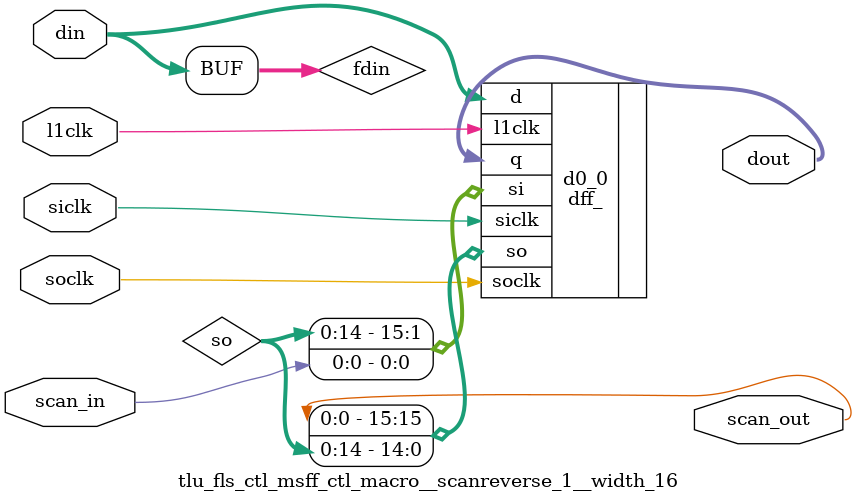
<source format=v>
module tlu_fls_ctl (
  l2clk, 
  scan_in, 
  tcu_pce_ov, 
  spc_aclk, 
  spc_bclk, 
  tcu_scan_en, 
  spc_aclk_wmr, 
  wmr_scan_in, 
  lsu_tlu_pmen, 
  thread_group, 
  trl_shscanid, 
  tcu_core_running, 
  tcu_ss_mode, 
  tcu_do_mode, 
  tcu_ss_request, 
  cxi_xir, 
  cxi_ivt, 
  dec_raw_pick_p, 
  dec_tid_m, 
  dec_inst_valid_m, 
  dec_lsu_inst_m, 
  dec_fgu_inst_m, 
  dec_illegal_inst_m, 
  dec_exc_m, 
  dec_done_inst_m, 
  dec_retry_inst_m, 
  dec_sir_inst_m, 
  dec_hpriv_exc_m, 
  dec_priv_exc_m, 
  dec_fpdisable_exc_m, 
  dec_br_taken_m, 
  dec_annul_ds_m, 
  dec_ds_m, 
  dec_icache_perr_m, 
  dec_cti_inst_m, 
  dec_flush_b, 
  exu_ibp_m, 
  exu_tcc_m, 
  exu_tof_m, 
  exu_cecc_m, 
  exu_uecc_m, 
  exu_oor_va_m, 
  exu_misalign_m, 
  exu_spill_b, 
  exu_fill_m, 
  exu_normal_b, 
  exu_cleanwin_b, 
  exu_wstate_b, 
  exu_trap_number_b, 
  exu_cwp0, 
  exu_cwp1, 
  exu_cwp2, 
  exu_cwp3, 
  lsu_lddf_align_b, 
  lsu_stdf_align_b, 
  lsu_illegal_inst_b, 
  lsu_daccess_prot_b, 
  lsu_priv_action_b, 
  lsu_va_watchpoint_b, 
  lsu_pa_watchpoint_b, 
  lsu_align_b, 
  lsu_tlb_miss_b_, 
  lsu_dae_invalid_asi_b, 
  lsu_dae_nc_page_b, 
  lsu_dae_nfo_page_b, 
  lsu_dae_priv_viol_b, 
  lsu_dae_so_page, 
  lsu_priv_action_g, 
  lsu_tid_g, 
  lsu_trap_flush, 
  lsu_spec_enable, 
  lsu_tlb_bypass_b, 
  lsu_tlb_real_b, 
  lsu_sync_inst_b, 
  lsu_tlu_twocycle_m, 
  lsu_block_store_b, 
  lsu_dcl2u_err_g, 
  lsu_dcl2nd_err_g, 
  lsu_dcerr_tid_g, 
  lsu_sbdlc_err_g, 
  lsu_sbdlu_err_g, 
  lsu_sbapp_err_g, 
  lsu_sbdiou_err_g, 
  lsu_stberr_tid_g, 
  lsu_dttp_err_b, 
  lsu_dtdp_err_b, 
  lsu_dtmh_err_b, 
  lsu_perfmon_trap_b, 
  lsu_perfmon_trap_g, 
  lsu_immu_enable, 
  fgu_predict_fx2, 
  fgu_pdist_beat2_fx1, 
  fgu_cecc_fx2, 
  fgu_uecc_fx2, 
  fgu_fpx_ieee_trap_fw, 
  fgu_fpd_ieee_trap_fw, 
  fgu_fpx_unfin_fw, 
  fgu_fpd_unfin_fw, 
  fgu_fpd_idiv0_trap_fw, 
  fgu_fpx_trap_tid_fw, 
  fgu_fpd_trap_tid_fw, 
  asi_ece_exc, 
  asi_eue_exc, 
  asi_ecc_tid, 
  asi_irl_cleared, 
  asi_halt, 
  asi_decr, 
  asi_clear_spu_trap_req, 
  tel_tsacu_exc, 
  mmu_hw_tw_enable, 
  mmu_i_unauth_access, 
  mmu_i_tsb_miss, 
  mmu_d_tsb_miss, 
  mmu_i_tte_outofrange, 
  mmu_d_tte_outofrange, 
  mmu_asi_cecc, 
  mmu_asi_uecc, 
  mmu_asi_tid, 
  mmu_i_eccerr, 
  mmu_d_eccerr, 
  mmu_thr0_err_type_b1, 
  mmu_thr1_err_type_b1, 
  mmu_thr2_err_type_b1, 
  mmu_thr3_err_type_b1, 
  mmu_dae_req, 
  mmu_dae_tid, 
  spu_tlu_ma_int_req, 
  spu_tlu_cwq_int_req, 
  pmu_tlu_trap_m, 
  pmu_tlu_debug_event, 
  pct_iaw_exc_e, 
  pct_npc_0_w, 
  pct_npc_1_w, 
  pct_npc_2_w, 
  pct_npc_3_w, 
  pct_pc_oor_va_e, 
  flsx_flush_lsu_b, 
  flsx_flush_fgu_b, 
  trl_tl_eq_0, 
  trl_pil_mask_15, 
  trl_iln_exc, 
  trl_hstick_match, 
  trl_unhalt_, 
  trl_tlz_exc, 
  trl_nns_exc, 
  trl_ssc_exc, 
  trl_invalidate_pc, 
  trl_invalidate_npc, 
  trl_pc_sel_trap_pc, 
  trl_fls_npc_en, 
  trl_trap_taken, 
  trl_take_sma, 
  trl_take_cwq, 
  trl_take_xir, 
  trl_take_ftt, 
  trl_core_running_status, 
  trl_check_rqr, 
  tlu_ceter_de, 
  tlu_ceter_dhcce, 
  tsd_hpstate_ibe, 
  tsd_hpstate_hpriv, 
  tsd_hpstate_red, 
  tsd_pstate_tct, 
  tsd_pstate_priv, 
  tsd_pstate_ie, 
  tsd_pstate_am, 
  tsd_itlb_bypass, 
  tsd_mrqr_exc_, 
  tsd_dqr_exc_, 
  asi_check_qr_exc, 
  dfd_fls_desr_f, 
  dfd_fls_desr_s, 
  ras_precise_error, 
  ras_disrupting_error, 
  ras_deferred_error, 
  scan_out, 
  wmr_scan_out, 
  fls_spc_hardstop_request, 
  fls_spc_softstop_request, 
  fls_spc_trigger_pulse, 
  tlu_dbg_instr_cmt_grp, 
  tlu_flush_ifu, 
  tlu_flush_exu_b, 
  tlu_flush_lsu_b, 
  tlu_flush_fgu_b, 
  tlu_flush_pmu_b, 
  tlu_flush_pmu_w, 
  tlu_load_i_tag_access_p, 
  tlu_load_i_tag_access_n, 
  tlu_load_d_tag_access, 
  tlu_load_d_tag_access_r, 
  fls_flush_lsu_b, 
  fls_flush_fgu_b, 
  fls_pc_is_npc, 
  fls_tid_d, 
  fls_tid_dec_b, 
  fls_tid_dec_w, 
  fls_pc_sel_npc, 
  fls_pc_sel_npc_plus_4, 
  fls_npc_sel_npc_plus_4, 
  fls_npc_sel_npc_plus_8, 
  fls_npc_sel_target, 
  fls_npc_b_sel_npc, 
  fls_pstate_am_d_, 
  fls_pstate_am_b_, 
  fls_pstate_am_w_, 
  fls_lsu_inst_w, 
  fls_dfd_lsu_inst_b, 
  fls_wstate0, 
  fls_wstate1, 
  fls_wstate2, 
  fls_wstate3, 
  fls_tcc_number_0, 
  fls_tcc_number_1, 
  fls_tcc_number_2, 
  fls_tcc_number_3, 
  fls_tid_dec_w_in, 
  fls_por_request, 
  fls_xir_request, 
  fls_ivt_request, 
  fls_sir_request, 
  fls_itm_request, 
  fls_iln_request, 
  fls_hst_request, 
  fls_tlz_request, 
  fls_sma_request, 
  fls_cwq_request, 
  fls_ade_request, 
  fls_iae_request, 
  fls_ipe_request, 
  fls_ipv_request, 
  fls_inp_request, 
  fls_iar_request, 
  fls_irr_request, 
  fls_mar_request, 
  fls_mrr_request, 
  fls_pro_request, 
  fls_ill_request, 
  fls_don_request, 
  fls_ret_request, 
  fls_fpd_request, 
  fls_snn_request, 
  fls_sno_request, 
  fls_fnn_request, 
  fls_fno_request, 
  fls_clw_request, 
  fls_dtm_request, 
  fls_ldf_request, 
  fls_stf_request, 
  fls_dap_request, 
  fls_vaw_request, 
  fls_iaw_request, 
  fls_paw_request, 
  fls_maa_request, 
  fls_fpe_request, 
  fls_fei_request, 
  fls_fof_request, 
  fls_pra_request, 
  fls_dia_request, 
  fls_ups_request, 
  fls_dpv_request, 
  fls_dnc_request, 
  fls_dnf_request, 
  fls_dso_request, 
  fls_tof_request, 
  fls_dbz_request, 
  fls_tcc_request, 
  fls_dae_request, 
  fls_lsr_request, 
  fls_irt_request, 
  fls_drt_request, 
  fls_pmu_request, 
  fls_mqr_request, 
  fls_dqr_request, 
  fls_rqr_request, 
  fls_idl_request, 
  fls_res_request, 
  fls_ssr_request, 
  fls_ssc_request, 
  fls_nns_request, 
  fls_ime_request, 
  fls_dme_request, 
  fls_eer_request, 
  fls_icp_request, 
  fls_ftt_request, 
  fls_ibp_request, 
  fls_tct_request, 
  fls_ref_request, 
  fls_ipe_dme_request, 
  fls_pc_valid, 
  fls_load_dsfar, 
  fls_irf_cecc_b, 
  fls_irf_uecc_b, 
  fls_kill_irf_ecc_w, 
  fls_cwp0, 
  fls_cwp1, 
  fls_cwp2, 
  fls_cwp3, 
  fls_core_running, 
  fls_ss_request, 
  fls_pct_pc_en, 
  fls_pct_npc_en, 
  fls_trl_l1en, 
  fls_npc_if_cnt_eq_1_d, 
  fls_npc_if_cnt_eq_2_d, 
  fls_npc_if_cnt_eq_3_d, 
  fls_flush, 
  fls_disrupting_flush_w, 
  fls_f_cecc_w, 
  fls_f_uecc_w, 
  fls_ss_update_pc_w, 
  tlu_iht_request, 
  tlu_dht_request, 
  tlu_itlb_bypass_e, 
  tlu_tag_access_tid_b, 
  tlu_i_tag_access_b, 
  tlu_d_tag_access_b, 
  tlu_retry_state, 
  tlu_halted);
wire pce_ov;
wire stop;
wire siclk;
wire soclk;
wire se;
wire beat_two_b_in;
wire l_tlu_twocycle_b;
wire fgu_inst_b;
wire beat_two_b_lat_scanin;
wire beat_two_b_lat_scanout;
wire beat_two_b;
wire pbeat_two_b;
wire beat_two_w;
wire exc_for_w;
wire l1en_b2w_in;
wire pre_inst_valid_b;
wire l1en_b2w;
wire [3:0] tid_dec_w;
wire [3:0] flush_gfb;
wire [3:0] m_dae_req_w;
wire [3:0] por_req;
wire [3:0] res_req;
wire [3:0] trap_flush;
wire [3:0] pdist_ecc_w;
wire [3:0] ssr_req;
wire [3:0] multicycle_nns_to_npc_w;
wire l1en_b2w_lat_scanin;
wire l1en_b2w_lat_scanout;
wire l1clk_pm1;
wire l1clk;
wire hpstate_hpriv_lat_scanin;
wire hpstate_hpriv_lat_scanout;
wire [3:0] hpstate_hpriv;
wire [3:0] hpriv_bar_or_ie_in;
wire hpriv_bar_or_ie_lat_scanin;
wire hpriv_bar_or_ie_lat_scanout;
wire [3:0] phpriv_bar_or_ie;
wire [3:0] hpriv_bar_or_ie_m;
wire [3:0] tid_dec_m;
wire [3:0] hpriv_bar_and_ie_in;
wire hpriv_bar_and_ie_lat_scanin;
wire hpriv_bar_and_ie_lat_scanout;
wire [3:0] hpriv_bar_and_ie;
wire [1:0] tid_p;
wire tid_dec_d_lat_scanin;
wire tid_dec_d_lat_scanout;
wire [1:0] tid_d;
wire [3:0] tid_dec_d;
wire itlb_bypass_lat_scanin;
wire itlb_bypass_lat_scanout;
wire [3:0] itlb_bypass;
wire itlb_bypass_d;
wire itlb_bypass_e_lat_scanin;
wire itlb_bypass_e_lat_scanout;
wire itlb_bypass_e;
wire l_tlu_twocycle_b_in;
wire l_tlu_twocycle_b_lat_scanin;
wire l_tlu_twocycle_b_lat_scanout;
wire [1:0] tid_m;
wire twocycle_inst_b;
wire [1:0] tid_b;
wire tid_b_lat_scanin;
wire tid_b_lat_scanout;
wire fast_tid_dec_b_lat_scanin;
wire fast_tid_dec_b_lat_scanout;
wire [3:0] fast_tid_dec_b;
wire inst_valid_m;
wire pre_inst_valid_b_lat_scanin;
wire pre_inst_valid_b_lat_scanout;
wire [3:0] tid_dec_b;
wire tl_eq_0_lat_scanin;
wire tl_eq_0_lat_scanout;
wire [3:0] tl_eq_0;
wire tl_eq_0_b;
wire inst_valid_b;
wire flush_b;
wire preflush_exu_b;
wire exception_for_w;
wire bsee_flush_b;
wire lsu_inst_m;
wire lsu_inst_b;
wire lsu_inst_b_lat_scanin;
wire lsu_inst_b_lat_scanout;
wire fgu_inst_m;
wire fgu_inst_b_lat_scanin;
wire fgu_inst_b_lat_scanout;
wire illegal_inst_b_in;
wire illegal_inst_b_lat_scanin;
wire illegal_inst_b_lat_scanout;
wire pillegal_inst_b;
wire illegal_inst_b;
wire illegal_sir_b;
wire illegal_done_inst_b;
wire illegal_retry_inst_b;
wire itlb_miss_m;
wire itlb_miss_b_lat_scanin;
wire itlb_miss_b_lat_scanout;
wire itlb_miss_b;
wire ra_itlb_miss_m;
wire ra_itlb_miss_b_lat_scanin;
wire ra_itlb_miss_b_lat_scanout;
wire ra_itlb_miss_b;
wire itlb_priv_exc_m;
wire itlb_priv_exc_b_lat_scanin;
wire itlb_priv_exc_b_lat_scanout;
wire itlb_priv_exc_b;
wire itlb_nfo_exc_m;
wire itlb_nfo_exc_b_lat_scanin;
wire itlb_nfo_exc_b_lat_scanout;
wire itlb_nfo_exc_b;
wire i_l2_unde_m;
wire i_l2_unde_b_lat_scanin;
wire i_l2_unde_b_lat_scanout;
wire i_l2_unde_b;
wire i_oor_va_m;
wire i_oor_va_b_lat_scanin;
wire i_oor_va_b_lat_scanout;
wire i_oor_va_b;
wire i_ra_oor_va_m;
wire i_ra_oor_va_b_lat_scanin;
wire i_ra_oor_va_b_lat_scanout;
wire i_ra_oor_va_b;
wire itlb_err_m;
wire itlb_err_b_lat_scanin;
wire itlb_err_b_lat_scanout;
wire itlb_err_b;
wire pre_icache_exc_m;
wire ic_err_m;
wire ic_err_b_lat_scanin;
wire ic_err_b_lat_scanout;
wire ic_err_b;
wire done_inst_b_in;
wire done_inst_b_lat_scanin;
wire done_inst_b_lat_scanout;
wire pdone_inst_b;
wire done_inst_b;
wire priv_exc_b;
wire retry_inst_b_in;
wire retry_inst_b_lat_scanin;
wire retry_inst_b_lat_scanout;
wire pretry_inst_b;
wire retry_inst_b;
wire sir_b_in;
wire sir_b_lat_scanin;
wire sir_b_lat_scanout;
wire psir_b;
wire in_hpriv_b;
wire sir_b;
wire hpriv_exc_b_in;
wire hpriv_exc_b_lat_scanin;
wire hpriv_exc_b_lat_scanout;
wire hpriv_exc_b;
wire priv_exc_b_in;
wire priv_exc_b_lat_scanin;
wire priv_exc_b_lat_scanout;
wire fpdisable_exc_b_in;
wire fpdisable_exc_b_lat_scanin;
wire fpdisable_exc_b_lat_scanout;
wire fpdisable_exc_b;
wire e_cecc_b_in;
wire e_uecc_b_in;
wire ecc_b_lat_scanin;
wire ecc_b_lat_scanout;
wire e_cecc_b;
wire e_uecc_b;
wire misalign_b_in;
wire misalign_b_lat_scanin;
wire misalign_b_lat_scanout;
wire misalign_b;
wire e_oor_va_b_lat_scanin;
wire e_oor_va_b_lat_scanout;
wire pe_oor_va_b;
wire e_oor_va_b;
wire pstate_am_b;
wire e_tcc_b_in;
wire e_tcc_b_lat_scanin;
wire e_tcc_b_lat_scanout;
wire e_tcc_b;
wire e_tof_b_in;
wire e_tof_b_lat_scanin;
wire e_tof_b_lat_scanout;
wire e_tof_b;
wire e_fill_b_in;
wire e_fill_b_lat_scanin;
wire e_fill_b_lat_scanout;
wire e_fill_b;
wire br_exc_b;
wire pdec_exc_b;
wire br_oor_va_b;
wire br_ra_oor_va_b;
wire [3:0] perf_trap_b;
wire ibp_b;
wire iaw_b;
wire tct_b;
wire target_oor_b;
wire disrupting_flush_pending_tid_dec_b;
wire br_taken_b_in;
wire br_taken_b_lat_scanin;
wire br_taken_b_lat_scanout;
wire pre_br_taken_b;
wire br_taken_b;
wire annul_ds_m_lat_scanin;
wire annul_ds_m_lat_scanout;
wire pre_annul_ds_b;
wire annul_ds_b;
wire ds_b_lat_scanin;
wire ds_b_lat_scanout;
wire pre_ds_b;
wire ds_b;
wire [3:0] perf_trap_m;
wire [3:0] pil_mask_15;
wire perf_trap_b_lat_scanin;
wire perf_trap_b_lat_scanout;
wire pil_mask_15_lat_scanin;
wire pil_mask_15_lat_scanout;
wire ibe_m;
wire ibp_b_in;
wire ibp_b_lat_scanin;
wire ibp_b_lat_scanout;
wire itlb_va_pa_enabled;
wire [3:0] immu_enable;
wire iaw_exc_m_in;
wire iaw_exc_m_lat_scanin;
wire iaw_exc_m_lat_scanout;
wire iaw_exc_m;
wire iaw_b_in;
wire iaw_b_lat_scanin;
wire iaw_b_lat_scanout;
wire pstate_tct_m;
wire pstate_tct_b_lat_scanin;
wire pstate_tct_b_lat_scanout;
wire pstate_tct_b;
wire tct_b_in_b;
wire tct_b_in;
wire tct_b_lat_scanin;
wire tct_b_lat_scanout;
wire ptct_b;
wire cti_b_in;
wire cti_b_lat_scanin;
wire cti_b_lat_scanout;
wire cti_b;
wire disrupting_flush_b;
wire pmu_debug_exc_b;
wire twocycle_inst_w_lat_scanin;
wire twocycle_inst_w_lat_scanout;
wire ptwocycle_inst_w;
wire twocycle_inst_w;
wire d_flush_w_lat_scanin;
wire d_flush_w_lat_scanout;
wire d_flush_w;
wire [3:0] dec_inst_valid_b;
wire [3:0] tid_dec_w_in;
wire tid_dec_w_lat_scanin;
wire tid_dec_w_lat_scanout;
wire pstate_am_b_in;
wire pstate_am_b_lat_scanin;
wire pstate_am_b_lat_scanout;
wire pstate_am_w_lat_scanin;
wire pstate_am_w_lat_scanout;
wire pstate_am_w;
wire [3:0] dec_two_tid_b;
wire [3:0] two_tid_dec_w_in;
wire two_tid_dec_w_lat_scanin;
wire two_tid_dec_w_lat_scanout;
wire [3:0] two_tid_dec_w;
wire inst_valid_w_lat_scanin;
wire inst_valid_w_lat_scanout;
wire pre_inst_valid_w;
wire inst_valid_w;
wire illegal_inst_w_in;
wire kill_exc_gt_6_lt_7_b_;
wire illegal_inst_w_lat_scanin;
wire illegal_inst_w_lat_scanout;
wire illegal_inst_w;
wire itlb_miss_w_in;
wire m103663_exc_b;
wire kill_exc_lt_6_b_;
wire itlb_miss_w_lat_scanin;
wire itlb_miss_w_lat_scanout;
wire itlb_miss_w;
wire ra_itlb_miss_w_in;
wire ra_itlb_miss_w_lat_scanin;
wire ra_itlb_miss_w_lat_scanout;
wire ra_itlb_miss_w;
wire itlb_priv_exc_w_in;
wire itlb_priv_exc_w_lat_scanin;
wire itlb_priv_exc_w_lat_scanout;
wire itlb_priv_exc_w;
wire itlb_nfo_exc_w_in;
wire itlb_nfo_exc_w_lat_scanin;
wire itlb_nfo_exc_w_lat_scanout;
wire itlb_nfo_exc_w;
wire i_l2_unde_w_in;
wire i_l2_err_w_lat_scanin;
wire i_l2_err_w_lat_scanout;
wire i_l2_unde_w;
wire i_oor_va_w_in;
wire target_oor_va_b;
wire kill_exc_iar_irr_b_;
wire i_oor_va_w_lat_scanin;
wire i_oor_va_w_lat_scanout;
wire i_oor_va_w;
wire i_ra_oor_va_w_in;
wire target_ra_oor_va_b;
wire i_ra_oor_va_w_lat_scanin;
wire i_ra_oor_va_w_lat_scanout;
wire i_ra_oor_va_w;
wire itlb_err_w_in;
wire itlb_err_w_lat_scanin;
wire itlb_err_w_lat_scanout;
wire itlb_err_w;
wire ic_err_w_in;
wire icp_req_in;
wire ic_err_w_lat_scanin;
wire ic_err_w_lat_scanout;
wire icp_req;
wire done_inst_w_in;
wire kill_exc_b_;
wire done_inst_w_lat_scanin;
wire done_inst_w_lat_scanout;
wire done_inst_w;
wire retry_inst_w_in;
wire retry_inst_w_lat_scanin;
wire retry_inst_w_lat_scanout;
wire retry_inst_w;
wire sir_w_in;
wire dsc_req_in;
wire sir_w_lat_scanin;
wire sir_w_lat_scanout;
wire sir_w;
wire hpriv_exc_w_in;
wire hpriv_exc_w_lat_scanin;
wire hpriv_exc_w_lat_scanout;
wire hpriv_exc_w;
wire priv_exc_w_in;
wire kill_exc_ge_7_lt_11_b_;
wire priv_exc_w_lat_scanin;
wire priv_exc_w_lat_scanout;
wire priv_exc_w;
wire fpdisable_exc_w_in;
wire fpdisable_exc_w_lat_scanin;
wire fpdisable_exc_w_lat_scanout;
wire fpdisable_exc_w;
wire tcc_w_in;
wire tcc_w_lat_scanin;
wire tcc_w_lat_scanout;
wire tcc_w;
wire tof_w_in;
wire tof_w_lat_scanin;
wire tof_w_lat_scanout;
wire tof_w;
wire kill_e_f_ecc_b;
wire e_ecc_b;
wire e_f_ecc_w_in;
wire f_ecc_b;
wire e_ecc_w_lat_scanin;
wire e_ecc_w_lat_scanout;
wire e_f_ecc_w;
wire kill_irf_ecc_w_lat_scanin;
wire kill_irf_ecc_w_lat_scanout;
wire kill_e_f_ecc_w;
wire e_misalign_b;
wire fnn_b;
wire fno_b;
wire e_misalign_w_in;
wire e_misalign_w_lat_scanin;
wire e_misalign_w_lat_scanout;
wire e_misalign_w;
wire immu_enable_lat_scanin;
wire immu_enable_lat_scanout;
wire br_real_b;
wire br_bypass_b;
wire ld_oor_va_b;
wire br_oor_va_w_in;
wire br_ld_oor_va_w_in;
wire br_ld_oor_va_w_lat_scanin;
wire br_ld_oor_va_w_lat_scanout;
wire br_ld_oor_va_w;
wire ld_ra_oor_va_b;
wire br_ra_oor_va_w_in;
wire br_ld_ra_oor_va_w_in;
wire br_ld_ra_oor_va_w_lat_scanin;
wire br_ld_ra_oor_va_w_lat_scanout;
wire br_ld_ra_oor_va_w;
wire pc_oor_va_b_lat_scanin;
wire pc_oor_va_b_lat_scanout;
wire pc_oor_va_m;
wire pc_oor_va_b;
wire snn_b;
wire sno_b;
wire snn_w_in;
wire sno_w_in;
wire fnn_w_in;
wire fno_w_in;
wire snn_w_lat_scanin;
wire snn_w_lat_scanout;
wire snn_w;
wire sno_w_lat_scanin;
wire sno_w_lat_scanout;
wire sno_w;
wire fnn_w_lat_scanin;
wire fnn_w_lat_scanout;
wire fnn_w;
wire fno_w_lat_scanin;
wire fno_w_lat_scanout;
wire fno_w;
wire clw_b;
wire clw_w_in;
wire clw_w_lat_scanin;
wire clw_w_lat_scanout;
wire clw_w;
wire lsu_inst_w_lat_scanin;
wire lsu_inst_w_lat_scanout;
wire lsu_inst_w;
wire cti_w_lat_scanin;
wire cti_w_lat_scanout;
wire cti_w;
wire [2:0] wstate3_b;
wire [2:0] wstate3_w;
wire wstate3_w_lat_scanin;
wire wstate3_w_lat_scanout;
wire [2:0] wstate2_b;
wire [2:0] wstate2_w;
wire wstate2_w_lat_scanin;
wire wstate2_w_lat_scanout;
wire [2:0] wstate1_b;
wire [2:0] wstate1_w;
wire wstate1_w_lat_scanin;
wire wstate1_w_lat_scanout;
wire [2:0] wstate0_b;
wire [2:0] wstate0_w;
wire wstate0_w_lat_scanin;
wire wstate0_w_lat_scanout;
wire in_user_b;
wire [7:0] trap_number_b;
wire trap_number_w_lat_scanin;
wire trap_number_w_lat_scanout;
wire [7:0] trap_number_w;
wire [7:0] trap_number_3_in;
wire [7:0] trap_number_3;
wire trap_number_3_lat_scanin;
wire trap_number_3_lat_scanout;
wire [7:0] trap_number_2_in;
wire [7:0] trap_number_2;
wire trap_number_2_lat_scanin;
wire trap_number_2_lat_scanout;
wire [7:0] trap_number_1_in;
wire [7:0] trap_number_1;
wire trap_number_1_lat_scanin;
wire trap_number_1_lat_scanout;
wire [7:0] trap_number_0_in;
wire [7:0] trap_number_0;
wire trap_number_0_lat_scanin;
wire trap_number_0_lat_scanout;
wire lddf_align_b;
wire lddf_align_w_in;
wire lddf_align_w_lat_scanin;
wire lddf_align_w_lat_scanout;
wire lddf_align_w;
wire stdf_align_b;
wire stdf_align_w_in;
wire stdf_align_w_lat_scanin;
wire stdf_align_w_lat_scanout;
wire stdf_align_w;
wire daccess_prot_b;
wire dtlb_error_b;
wire daccess_prot_w_in;
wire daccess_prot_w_lat_scanin;
wire daccess_prot_w_lat_scanout;
wire daccess_prot_w;
wire priv_action_b;
wire priv_action_w_in;
wire priv_action_w_lat_scanin;
wire priv_action_w_lat_scanout;
wire priv_action_w;
wire va_watchpoint_b;
wire va_watchpoint_w_in;
wire va_watchpoint_w_lat_scanin;
wire va_watchpoint_w_lat_scanout;
wire va_watchpoint_w;
wire pa_watchpoint_b;
wire pa_watchpoint_w_in;
wire pa_watchpoint_w_lat_scanin;
wire pa_watchpoint_w_lat_scanout;
wire pa_watchpoint_w;
wire align_b;
wire align_w_in;
wire align_w_lat_scanin;
wire align_w_lat_scanout;
wire align_w;
wire dtlb_miss_b;
wire perfmon_trap_b;
wire dtlb_miss_w_in;
wire dtlb_w_lat_scanin;
wire dtlb_w_lat_scanout;
wire dtlb_miss_w;
wire ra_dtlb_miss_b;
wire ra_dtlb_miss_w_in;
wire ra_dtlb_w_lat_scanin;
wire ra_dtlb_w_lat_scanout;
wire ra_dtlb_miss_w;
wire l_real_w_lat_scanin;
wire l_real_w_lat_scanout;
wire l_real_w;
wire dae_invalid_asi_b;
wire dae_invalid_asi_w_in;
wire dae_invalid_asi_w_lat_scanin;
wire dae_invalid_asi_w_lat_scanout;
wire dae_invalid_asi_w;
wire dae_nc_page_b;
wire dae_nc_page_w_in;
wire dae_nc_page_w_lat_scanin;
wire dae_nc_page_w_lat_scanout;
wire dae_nc_page_w;
wire dae_nfo_page_b;
wire dae_nfo_page_w_in;
wire dae_nfo_page_w_lat_scanin;
wire dae_nfo_page_w_lat_scanout;
wire dae_nfo_page_w;
wire dae_priv_viol_b;
wire dae_priv_viol_w_in;
wire dae_priv_viol_w_lat_scanin;
wire dae_priv_viol_w_lat_scanout;
wire dae_priv_viol_w;
wire dae_so_page_b;
wire dae_so_page_w_in;
wire dae_so_page_w_lat_scanin;
wire dae_so_page_w_lat_scanout;
wire dae_so_page_w;
wire dtlb_error_w_in;
wire dtlb_error_w_lat_scanin;
wire dtlb_error_w_lat_scanout;
wire dtlb_error_w;
wire pil_mask_15_b;
wire precise_perf_trap_b;
wire tlz_exc_dec_b;
wire por_req_in;
wire xir_req_in;
wire ftt_req_in;
wire debug_exc_b;
wire precise_perf_trap_w_in;
wire precise_perf_trap_w_lat_scanin;
wire precise_perf_trap_w_lat_scanout;
wire precise_perf_trap_w;
wire perf_trap_w_in;
wire perf_trap_w_lat_scanin;
wire perf_trap_w_lat_scanout;
wire perf_trap_w;
wire ibp_w_in;
wire ibp_w_lat_scanin;
wire ibp_w_lat_scanout;
wire ibp_w;
wire iaw_w_in;
wire kill_exc_iaw_b_;
wire iaw_w_lat_scanin;
wire iaw_w_lat_scanout;
wire iaw_w;
wire tct_w_in;
wire tct_w_lat_scanin;
wire tct_w_lat_scanout;
wire tct_w;
wire l_spec_enable_lat_scanin;
wire l_spec_enable_lat_scanout;
wire [3:0] l_spec_enable;
wire spec_enable;
wire f_predict_b;
wire f_predict_w_in;
wire f_predict_w_lat_scanin;
wire f_predict_w_lat_scanout;
wire f_predict_w;
wire pdist_beat2_fx2_in;
wire pdist_beat2_fx2_lat_scanin;
wire pdist_beat2_fx2_lat_scanout;
wire pdist_beat2_fx2;
wire f_cecc_w_lat_scanin;
wire f_cecc_w_lat_scanout;
wire f_uecc_w_lat_scanin;
wire f_uecc_w_lat_scanout;
wire pdist_ecc_b;
wire [3:0] pdist_ecc_w_in;
wire pdist_ecc_w_lat_scanin;
wire pdist_ecc_w_lat_scanout;
wire [3:0] m_asi_ecc_b;
wire [3:0] asi_ecc_b;
wire asi_ecc_w_lat_scanin;
wire asi_ecc_w_lat_scanout;
wire [3:0] asi_ecc_w;
wire [3:0] ime_b;
wire ime_w_lat_scanin;
wire ime_w_lat_scanout;
wire [3:0] ime_w;
wire [3:0] dme_b;
wire dme_w_lat_scanin;
wire dme_w_lat_scanout;
wire [3:0] dme_w;
wire [3:0] m_dae_req_m;
wire m_dae_req_b_lat_scanin;
wire m_dae_req_b_lat_scanout;
wire [3:0] pm_dae_req_b;
wire [3:0] m_dae_req_b;
wire m_dae_req_w_lat_scanin;
wire m_dae_req_w_lat_scanout;
wire br_taken_not_annul_ds_w_in;
wire br_taken_not_annul_ds_w_lat_scanin;
wire br_taken_not_annul_ds_w_lat_scanout;
wire br_taken_not_annul_ds_w;
wire [3:0] hold_nns_exc_w;
wire [3:0] clear_nns_exc_w;
wire [3:0] flush_not_tablewalk;
wire [3:0] flush_ifu;
wire [3:0] iht_request;
wire [3:0] dht_request;
wire [3:0] hwtw_exception;
wire [3:0] nns_exc_in;
wire [3:0] nns_exc;
wire nns_exc_lat_scanin;
wire nns_exc_lat_scanout;
wire ssmode;
wire domode;
wire sync_inst_b;
wire [3:0] nns_to_pc_b;
wire [3:0] tid_dec_valid_b;
wire [3:0] nns_to_npc_b;
wire [3:0] bsee_req_in;
wire [3:0] multicycle_nns_to_npc_b;
wire bsee_req_w_in;
wire [3:0] block_store_w;
wire nns_exc_w_lat_scanin;
wire nns_exc_w_lat_scanout;
wire [3:0] pnns_to_pc_w;
wire [3:0] pnns_to_npc_w;
wire [3:0] nns_to_pc_w;
wire [3:0] nns_to_npc_w;
wire same_thread_b_m;
wire [3:0] pbsee_pending_in;
wire [3:0] bsee_pending;
wire itlb_exc_b;
wire dtlb_exc_b;
wire dec_exc_b;
wire exu_exc_b;
wire lsu_exc_b;
wire fgu_exc_b;
wire exc_w_lat_scanin;
wire exc_w_lat_scanout;
wire dec_exc_w;
wire exu_exc_w;
wire lsu_exc_w;
wire fgu_exc_w;
wire bsee_req_w;
wire trap_flush_lat_scanin;
wire trap_flush_lat_scanout;
wire [3:0] ptrap_flush;
wire preflush_exu_m;
wire preflush_lsu_m;
wire preflush_fgu_m;
wire preflush_b_lat_scanin;
wire preflush_b_lat_scanout;
wire preflush_lsu_b;
wire preflush_fgu_b;
wire flush_lsu_b;
wire flush_fgu_b;
wire [3:0] sync_flush_ifu;
wire [3:0] flush_not_disrupting;
wire [3:0] bsee_req;
wire [3:0] clear_disrupting_flush_pending_w;
wire [3:0] core_running;
wire [3:0] clear_disrupting_flush_pending;
wire tlz_exc_b;
wire [3:0] l_tid_dec_g;
wire [3:0] fpx_tid_dec_fb;
wire [3:0] fpd_tid_dec_fb;
wire [3:0] dcerr_tid_dec_g;
wire [3:0] l_l2_ecc_g;
wire [3:0] l_sbdl_ecc_g;
wire [3:0] priv_action_g;
wire [3:0] precise_perf_trap_g;
wire [3:0] fpx_ieee_exc_fb;
wire [3:0] fpd_ieee_exc_fb;
wire [3:0] fpx_unfin_exc_fb;
wire [3:0] fpd_unfin_exc_fb;
wire [3:0] idiv0_exc_fb;
wire [3:0] flush_gfb_in;
wire flush_gfb_lat_scanin;
wire flush_gfb_lat_scanout;
wire l_l2_ecc_w_lat_scanin;
wire l_l2_ecc_w_lat_scanout;
wire [3:0] l_l2_ecc_w;
wire l_sbdl_ecc_w_lat_scanin;
wire l_sbdl_ecc_w_lat_scanout;
wire [3:0] l_sbdl_ecc_w;
wire priv_action_g_w_lat_scanin;
wire priv_action_g_w_lat_scanout;
wire [3:0] priv_action_g_w;
wire precise_perf_trap_g_w_lat_scanin;
wire precise_perf_trap_g_w_lat_scanout;
wire [3:0] precise_perf_trap_g_w;
wire [3:0] ieee_exc_fb;
wire ieee_exc_fw_lat_scanin;
wire ieee_exc_fw_lat_scanout;
wire [3:0] ieee_exc_fw;
wire [3:0] unfin_fb;
wire unfin_fw_lat_scanin;
wire unfin_fw_lat_scanout;
wire [3:0] unfin_fw;
wire idiv0_exc_fw_lat_scanin;
wire idiv0_exc_fw_lat_scanout;
wire [3:0] idiv0_exc_fw;
wire [3:0] xir_flush_in;
wire [3:0] pre_xir_flush;
wire xir_flush_lat_scanin;
wire xir_flush_lat_scanout;
wire [3:0] xir_flush_m;
wire xir_flush_b_in;
wire xir_flush_b_lat_scanin;
wire xir_flush_b_lat_scanout;
wire xir_flush_b;
wire pre_desr_f_lat_scanin;
wire pre_desr_f_lat_scanout;
wire [3:0] pre_desr_f;
wire [3:0] desr_f_in;
wire [3:0] desr_f;
wire desr_f_lat_scanin;
wire desr_f_lat_scanout;
wire desr_s_lat_scanin;
wire desr_s_lat_scanout;
wire [3:0] desr_s;
wire [3:0] eer_err_m;
wire eer_err_b_in;
wire eer_err_b_lat_scanin;
wire eer_err_b_lat_scanout;
wire eer_err_b;
wire [3:0] ade_err_m;
wire ade_err_b_in;
wire ade_err_b_lat_scanin;
wire ade_err_b_lat_scanout;
wire ade_err_b;
wire [3:0] l_sbpp_in;
wire [3:0] pre_l_sbpp;
wire l_sbpp_lat_scanin;
wire l_sbpp_lat_scanout;
wire [3:0] l_sbpp_m;
wire l_sbpp_b_in;
wire l_sbpp_b_lat_scanin;
wire l_sbpp_b_lat_scanout;
wire l_sbpp_b;
wire [3:0] ma_flush_in;
wire [3:0] pre_ma_flush;
wire ma_flush_lat_scanin;
wire ma_flush_lat_scanout;
wire [3:0] ma_flush_m;
wire ma_flush_b_in;
wire ma_flush_b_lat_scanin;
wire ma_flush_b_lat_scanout;
wire ma_flush_b;
wire [3:0] cwq_flush_in;
wire [3:0] pre_cwq_flush;
wire cwq_flush_lat_scanin;
wire cwq_flush_lat_scanout;
wire [3:0] cwq_flush_m;
wire cwq_flush_b_in;
wire cwq_flush_b_lat_scanin;
wire cwq_flush_b_lat_scanout;
wire cwq_flush_b;
wire tsa_tca_ecc_error;
wire [3:0] check_mqr_dqr_;
wire [3:0] check_mqr_dqr;
wire [3:0] check_rqr_;
wire [3:0] check_rqr;
wire [3:0] pmqr_exc_in;
wire [3:0] pmqr_exc;
wire pmqr_exc_lat_wmr_scanin;
wire pmqr_exc_lat_wmr_scanout;
wire [3:0] mqr_exc_m;
wire mqr_exc_b_in;
wire mqr_exc_b_lat_scanin;
wire mqr_exc_b_lat_scanout;
wire mqr_exc_b;
wire [3:0] pdqr_exc_in;
wire [3:0] pdqr_exc;
wire pdqr_exc_lat_wmr_scanin;
wire pdqr_exc_lat_wmr_scanout;
wire [3:0] dqr_exc_m;
wire dqr_exc_b_in;
wire dqr_exc_b_lat_scanin;
wire dqr_exc_b_lat_scanout;
wire dqr_exc_b;
wire [3:0] prqr_exc_in;
wire [3:0] prqr_exc;
wire prqr_exc_lat_wmr_scanin;
wire prqr_exc_lat_wmr_scanout;
wire [3:0] rqr_exc_m;
wire rqr_exc_b_in;
wire rqr_exc_b_lat_scanin;
wire rqr_exc_b_lat_scanout;
wire rqr_exc_b;
wire ivt_lat_scanin;
wire ivt_lat_scanout;
wire [3:0] ivt_last;
wire [3:0] ivt_flush_in;
wire [3:0] pre_ivt_flush;
wire ivt_flush_lat_wmr_scanin;
wire ivt_flush_lat_wmr_scanout;
wire [3:0] ivt_flush_m;
wire ivt_flush_b_in;
wire ivt_flush_b_lat_scanin;
wire ivt_flush_b_lat_scanout;
wire ivt_flush_b;
wire [3:0] iln_exc_m;
wire iln_exc_b_in;
wire iln_exc_b_lat_scanin;
wire iln_exc_b_lat_scanout;
wire iln_exc_b;
wire [3:0] tlz_exc_m;
wire tlz_exc_b_in;
wire tlz_exc_b_lat_scanin;
wire tlz_exc_b_lat_scanout;
wire [3:0] hst_exc_m;
wire hst_exc_b_in;
wire hst_exc_b_lat_scanin;
wire hst_exc_b_lat_scanout;
wire hst_exc_b;
wire [3:0] no_hold_disrupting_flush_in;
wire [3:0] idl_exc_in;
wire [3:0] disrupting_ssc_exc;
wire no_hold_disrupting_flush_lat_scanin;
wire no_hold_disrupting_flush_lat_scanout;
wire [3:0] no_hold_disrupting_flush;
wire [3:0] disrupting_flush_pending;
wire disrupting_flush_pending_tid_dec_m;
wire disrupting_flush_pending_tid_dec_b_lat_scanin;
wire disrupting_flush_pending_tid_dec_b_lat_scanout;
wire kill_pmu_debug_exc_b_;
wire pmu_debug_exc_ge_7_lt_11_b;
wire [3:0] clear_disrupting_flush_pending_w_in;
wire cdfpw_lat_scanin;
wire cdfpw_lat_scanout;
wire disrupting_flush_w_in;
wire refetch_b;
wire disrupting_flush_w_lat_scanin;
wire disrupting_flush_w_lat_scanout;
wire disrupting_flush_w;
wire block_store_w_lat_scanin;
wire block_store_w_lat_scanout;
wire [3:0] bsee_pending_in;
wire bsee_pending_lat_scanin;
wire bsee_pending_lat_scanout;
wire bsee_req_lat_scanin;
wire bsee_req_lat_scanout;
wire bsee_req_w_lat_scanin;
wire bsee_req_w_lat_scanout;
wire bsee_flush_b_in;
wire bsee_flush_b_lat_scanin;
wire bsee_flush_b_lat_scanout;
wire core_running_lat_scanin;
wire core_running_lat_scanout;
wire core_running_last_lat_scanin;
wire core_running_last_lat_scanout;
wire [3:0] core_running_last;
wire core_running_status_lat_scanin;
wire core_running_status_lat_scanout;
wire [3:0] core_running_status;
wire [3:0] idl_exc_new;
wire [3:0] idl_exc;
wire idl_exc_lat_scanin;
wire idl_exc_lat_scanout;
wire idl_exc_b;
wire idl_req_in;
wire rqr_req_in;
wire ade_req_in;
wire eer_req_in;
wire iln_req_in;
wire dqr_req_in;
wire mqr_req_in;
wire cwq_req_in;
wire ma_req_in;
wire ivt_req_in;
wire tlz_req_in;
wire hst_req_in;
wire idl_req_lat_scanin;
wire idl_req_lat_scanout;
wire idl_req;
wire [3:0] res_exc;
wire [3:0] ever_been_running;
wire ssmode_lat_scanin;
wire ssmode_lat_scanout;
wire domode_lat_scanin;
wire domode_lat_scanout;
wire ssreq_lat_scanin;
wire ssreq_lat_scanout;
wire ssreq;
wire [3:0] ssr_exc_forces_por;
wire [3:0] ssr_exc_b;
wire [3:0] por_exc;
wire [3:0] ssc_req;
wire [3:0] ssr_req_in;
wire ssr_req_lat_scanin;
wire ssr_req_lat_scanout;
wire [3:0] ever_been_running_in;
wire ever_been_running_lat_scanin;
wire ever_been_running_lat_scanout;
wire [3:0] por_req_vec_in;
wire por_req_lat_scanin;
wire por_req_lat_scanout;
wire [3:0] xir_request_in;
wire xir_req_lat_scanin;
wire xir_req_lat_scanout;
wire [3:0] xir_request;
wire [3:0] ftt_request_in;
wire ftt_req_lat_scanin;
wire ftt_req_lat_scanout;
wire [3:0] ftt_request;
wire ade_req_lat_scanin;
wire ade_req_lat_scanout;
wire ade_req;
wire eer_req_lat_scanin;
wire eer_req_lat_scanout;
wire eer_req;
wire ivt_req_lat_scanin;
wire ivt_req_lat_scanout;
wire ivt_req;
wire ma_req_lat_scanin;
wire ma_req_lat_scanout;
wire ma_req;
wire cwq_req_lat_scanin;
wire cwq_req_lat_scanout;
wire cwq_req;
wire mqr_req_lat_scanin;
wire mqr_req_lat_scanout;
wire mqr_req;
wire dqr_req_lat_scanin;
wire dqr_req_lat_scanout;
wire dqr_req;
wire rqr_req_lat_scanin;
wire rqr_req_lat_scanout;
wire rqr_req;
wire iln_req_lat_scanin;
wire iln_req_lat_scanout;
wire iln_req;
wire hst_req_lat_scanin;
wire hst_req_lat_scanout;
wire hst_req;
wire [3:0] tlz_request_in;
wire tlz_req_lat_scanin;
wire tlz_req_lat_scanout;
wire [3:0] tlz_request;
wire [3:0] ssc_req_in;
wire ssc_req_lat_scanin;
wire ssc_req_lat_scanout;
wire [3:0] disrupting_ssc_exc_in;
wire [3:0] idl_request;
wire [3:0] disrupting_ssc_req;
wire disrupting_ssc_exc_lat_scanin;
wire disrupting_ssc_exc_lat_scanout;
wire hw_tw_enabled_lat_scanin;
wire hw_tw_enabled_lat_scanout;
wire [3:0] hw_tw_enabled;
wire [3:0] hw_tw_disabled;
wire [3:0] itm_request;
wire load_i_tag_access_in;
wire load_i_tag_access_lat_scanin;
wire load_i_tag_access_lat_scanout;
wire load_i_tag_access_pre;
wire [3:0] load_i_tag_access;
wire [3:0] ipe_request;
wire [3:0] dtm_request;
wire load_d_tag_access_in;
wire load_d_tag_access_lat_scanin;
wire load_d_tag_access_lat_scanout;
wire load_d_tag_access;
wire [3:0] vaw_request;
wire [3:0] iaw_request;
wire [3:0] paw_request;
wire [3:0] irt_request;
wire [3:0] i_real_w;
wire [3:0] load_i_tag_access_r;
wire [3:0] drt_request;
wire [3:0] pre_lsr_request;
wire [3:0] ibp_request;
wire [3:0] tct_request;
wire refetch_w;
wire [3:0] m103663_in;
wire [3:0] m103663;
wire m103663_lat_scanin;
wire m103663_lat_scanout;
wire refetch_w_in;
wire refetch_w_lat_scanin;
wire refetch_w_lat_scanout;
wire [2:0] cwp3_in;
wire [2:0] cwp3;
wire [2:0] cwp2_in;
wire [2:0] cwp2;
wire [2:0] cwp1_in;
wire [2:0] cwp1;
wire [2:0] cwp0_in;
wire [2:0] cwp0;
wire cwp_lat_wmr_scanin;
wire cwp_lat_wmr_scanout;
wire [3:0] pc_valid;
wire [3:0] pc_sel_npc_plus_4;
wire [3:0] npc_valid;
wire prevent_valid;
wire [3:0] inst_b;
wire [3:0] pc_valid_in;
wire pc_valid_lat_scanin;
wire pc_valid_lat_scanout;
wire [3:0] npc_valid_in;
wire npc_valid_lat_scanin;
wire npc_valid_lat_scanout;
wire npc_is_valid;
wire [3:0] pc_is_npc_in;
wire [3:0] pc_is_npc;
wire pc_is_npc_lat_scanin;
wire pc_is_npc_lat_scanout;
wire [4:2] pre_npc_d;
wire sel_inst_cnt_m_1;
wire [4:2] npc_plus_0;
wire [4:2] npc_plus_1;
wire [4:2] npc_plus_2;
wire [4:2] npc_plus_3;
wire debug_event_lat_scanin;
wire debug_event_lat_scanout;
wire [3:0] debug_event;
wire softstop_req_in;
wire hardstop_req_in;
wire pulse_req_in;
wire softstop_req_lat_scanin;
wire softstop_req_lat_scanout;
wire softstop_req;
wire hardstop_req_lat_scanin;
wire hardstop_req_lat_scanout;
wire hardstop_req;
wire pulse_req_lat_scanin;
wire pulse_req_lat_scanout;
wire pulse_req;
wire [1:0] instr_cmt_grp_in;
wire instr_cmt_grp_lat_scanin;
wire instr_cmt_grp_lat_scanout;
wire [1:0] instr_cmt_grp;
wire [3:0] m114419_nor3_0;
wire [3:0] m114419_nor3_1;
wire [3:0] m114419_nor3_2;
wire [3:0] m114419_nand3_0;
wire [3:0] m114419_inv_0;
wire [3:0] unhalt;
wire [3:0] halted_in;
wire [3:0] halted;
wire spares_scanin;
wire spares_scanout;
wire [15:0] unused;


input		l2clk;
input		scan_in;
input		tcu_pce_ov;
input		spc_aclk;
input		spc_bclk;
input		tcu_scan_en;

input 		spc_aclk_wmr;		// Warm reset (non)scan
input		wmr_scan_in;

input		lsu_tlu_pmen;		// Power management

input		thread_group;		// Which thread group?

input	[2:0]	trl_shscanid;		// Select which thread to shadow


input	[3:0]	tcu_core_running;
input		tcu_ss_mode;		// Core is in single step mode
input		tcu_do_mode;		// Core is in disable overlap mode
input		tcu_ss_request;		// Enabled threads should single step

input	[3:0]	cxi_xir;		// External Interrupt Request
input 	[3:0]	cxi_ivt;		// Interrupt Vector Trap Request

input	[3:1]	dec_raw_pick_p;		// Decoded TID for instruction in P
input	[1:0]	dec_tid_m;		// TID for instruction in M
input 		dec_inst_valid_m;	// Valid instruction
input 		dec_lsu_inst_m;		// LSU instruction
input 		dec_fgu_inst_m;		// FGU instruction
input		dec_illegal_inst_m;	// Illegal instruction
input	[4:0]	dec_exc_m;		// Exceptions before the ibuffer
input		dec_done_inst_m;	// DONE
input		dec_retry_inst_m;	// RETRY
input		dec_sir_inst_m;		// Software initiated reset
input		dec_hpriv_exc_m;	// Instruction has hyperprivilege exc
input		dec_priv_exc_m;		// Instruction has privilege exc
input		dec_fpdisable_exc_m;	// Floating-point disabled exception
input		dec_br_taken_m;		// Branch in M is taken
input		dec_annul_ds_m;		// Branch in M annuls delay slot
input		dec_ds_m;		// Instruction is in a delay slot
input		dec_icache_perr_m;	// Icache data array had parity error
input		dec_cti_inst_m;		// br/tcc/call/jmpl in M
input		dec_flush_b;		// Flush instruction in B

input		exu_ibp_m;		// Instruction breakpoint
input		exu_tcc_m;		// Trap on condition codes
input		exu_tof_m;		// Tag overflow (TADccTV, TSUBccTV)
input		exu_cecc_m;		// Correctable ECC error on source
input		exu_uecc_m;		// Uncorrectable ECC error on source
input		exu_oor_va_m;		// VA is out of range
input		exu_misalign_m;		// Misaligned address for JMPL, RETURN
input		exu_spill_b;
input		exu_fill_m; 
input		exu_normal_b; 
input		exu_cleanwin_b;
input	[2:0]	exu_wstate_b;  
input	[7:0]	exu_trap_number_b;
input	[2:0]	exu_cwp0;
input	[2:0]	exu_cwp1;
input	[2:0]	exu_cwp2;
input	[2:0]	exu_cwp3;

input		lsu_lddf_align_b;
input		lsu_stdf_align_b;
input		lsu_illegal_inst_b;
input		lsu_daccess_prot_b;
input		lsu_priv_action_b;
input		lsu_va_watchpoint_b;
input		lsu_pa_watchpoint_b;
input		lsu_align_b;		// Alignment exception
input		lsu_tlb_miss_b_;	// TLB miss
input		lsu_dae_invalid_asi_b;
input		lsu_dae_nc_page_b;
input		lsu_dae_nfo_page_b;
input		lsu_dae_priv_viol_b;
input		lsu_dae_so_page; 
input		lsu_priv_action_g;	
input	[2:0]	lsu_tid_g;		// TID for exceptions from G
input	[3:0]	lsu_trap_flush;		// Flush thread and redirect to NPC
input	[3:0]	lsu_spec_enable;	// Speculation mode enabled
input 		lsu_tlb_bypass_b;	// TLB in bypass mode
input 		lsu_tlb_real_b;		// TLB doing RA->PA translation
input 		lsu_sync_inst_b;	// Instruction will get a trap flush
input		lsu_tlu_twocycle_m;	// LSU takes extra cycle on this inst
input	[3:0]	lsu_block_store_b;	// LSU reads FRF for block store
input		lsu_dcl2u_err_g;	// LSU data cache L2 uncorrectable ECC
input		lsu_dcl2nd_err_g;	// LSU data cache L2 NotData
input	[2:0]	lsu_dcerr_tid_g;	// TID for G stage errors (above)
input		lsu_sbdlc_err_g;        // STB RAW error (CE)
input		lsu_sbdlu_err_g;        // STB RAW error (UE)
input		lsu_sbapp_err_g;        // STB read for issue addr parity error
input		lsu_sbdiou_err_g;       // STB read for issue IO/ext ASI parity
input	[2:0]	lsu_stberr_tid_g;       // TID of STB error
input		lsu_dttp_err_b;         // DTLB tag parity error
input		lsu_dtdp_err_b;         // DTLB data parity error
input		lsu_dtmh_err_b;         // DTLB tag multiple hit
input		lsu_perfmon_trap_b;	// Take pic_overflow on this instruction
input		lsu_perfmon_trap_g;	// Take pic_overflow on this instruction
input	[3:0]	lsu_immu_enable;     	// For instruction VA watchpoint

input		fgu_predict_fx2;	// Exception predicted
input		fgu_pdist_beat2_fx1;	// Second part of PDIST in FX1
input		fgu_cecc_fx2;		// Correctable ECC Error on FRF
input		fgu_uecc_fx2;		// Uncorrectable ECC Error on FRF
input		fgu_fpx_ieee_trap_fw;	// IEEE 754 trap exception
input		fgu_fpd_ieee_trap_fw;	// IEEE 754 trap exception
input		fgu_fpx_unfin_fw; 	// Other FGU exception
input		fgu_fpd_unfin_fw; 	// Other divide exception
input		fgu_fpd_idiv0_trap_fw; 	// Integer divide by zero exception
input	[2:0]	fgu_fpx_trap_tid_fw;	// TID for FGU exceptions except divide
input	[2:0]	fgu_fpd_trap_tid_fw;	// TID for divide exception

input		asi_ece_exc;		// Correctable ECC error on ASI rd/wr
input		asi_eue_exc;		// Uncorrectable ECC error on ASI rd/wr
input	[2:0]	asi_ecc_tid;		// TID for ECC error
input	[3:0]	asi_irl_cleared;	// Interrupt_receive_register cleared
input	[3:0]	asi_halt;		// 
input	[63:46]	asi_decr;		// Debug event control register
input	[3:0] asi_clear_spu_trap_req;	// 

input	[3:0]	tel_tsacu_exc;		// ECC error TSA rd don/ret

input	[3:0]	mmu_hw_tw_enable;	// Hardware tablewalk enables per thread
input	[3:0]	mmu_i_unauth_access;	// Hardware tablewalk ITSB with EP=0
input	[3:0]	mmu_i_tsb_miss;		// Hardware tablewalk missed
input	[3:0]	mmu_d_tsb_miss;		// Hardware tablewalk missed
input	[3:0]	mmu_i_tte_outofrange;	// RA out of range
input	[3:0]	mmu_d_tte_outofrange;	// RA out of range
input 		mmu_asi_cecc; 		// Correctable ECC error on ASI read
input 		mmu_asi_uecc; 		// Uncorrectable ECC error on ASI read
input	[2:0]	mmu_asi_tid;		// Thread for reported error
input	[3:0]	mmu_i_eccerr;		// HW TW had MRA or L2 error on I rld
input	[3:0]	mmu_d_eccerr;		// HW TW had MRA or L2 error on D rld
input		mmu_thr0_err_type_b1;	// [1:0] ND U C - (3-0)
input		mmu_thr1_err_type_b1;	// [1:0] ND U C - (3-0)
input		mmu_thr2_err_type_b1;	// [1:0] ND U C - (3-0)
input		mmu_thr3_err_type_b1;	// [1:0] ND U C - (3-0)
input		mmu_dae_req;		// unsupported_page_size exception
input	[2:0]	mmu_dae_tid;		

input	[4:0]	spu_tlu_ma_int_req;	// SPU MA  4 err  3 trap  2:0 thread ID
input	[3:0]	spu_tlu_cwq_int_req;	// SPU CWQ trap rq  3 vld  2:0 thread ID

input	[3:0]	pmu_tlu_trap_m;		// PMU trap; kill instruction in M
input	[3:0]	pmu_tlu_debug_event;	// PMU event; soft/hard stop or pulse 

input	[1:0]	pct_iaw_exc_e;
input	[3:2]	pct_npc_0_w;
input	[3:2]	pct_npc_1_w;
input	[3:2]	pct_npc_2_w;
input	[3:2]	pct_npc_3_w;
input		pct_pc_oor_va_e;

input		flsx_flush_lsu_b;
input		flsx_flush_fgu_b;

input	[3:0]	trl_tl_eq_0;		// TL equals zero
input	[3:0]	trl_pil_mask_15;	// PIL_mask 15
input	[3:0]	trl_iln_exc;		// interrupt_level_n exception 
input	[3:0]	trl_hstick_match;	// HSTICK_CMPR matches TICK
input	[3:0]	trl_unhalt_;		// Raw *STICK_CMPR match; 
input	[3:0]	trl_tlz_exc;		// TL equals zero exception
input 	[3:0]	trl_nns_exc;		// Retry with nonsequential NPC
input 	[3:0]	trl_ssc_exc;		// Single step complete exception
input 	[3:0]	trl_invalidate_pc;	// Trap, done, retry, or HW TW complete
input 	[3:0]	trl_invalidate_npc;	// Trap, retry, or HW TW complete
input 	[3:0]	trl_pc_sel_trap_pc;	// Power management
input 	[3:0]	trl_fls_npc_en;		// Power management
input	[3:0]	trl_trap_taken;
input           trl_take_sma;           // SPU Modular Arithmetic trap taken
input           trl_take_cwq;           // SPU Control Word Queue trap taken
input		trl_take_xir;	
input		trl_take_ftt;	
input	[3:0]	trl_core_running_status;
input		trl_check_rqr;		

input 	[3:0]	tlu_ceter_de;
input 	[3:0]	tlu_ceter_dhcce;

input 	[3:0]	tsd_hpstate_ibe;
input 	[3:0]	tsd_hpstate_hpriv;
input 	[3:0]	tsd_hpstate_red;
input 	[3:0]	tsd_pstate_tct;
input 	[3:0]	tsd_pstate_priv;
input 	[3:0]	tsd_pstate_ie;
input 	[3:0]	tsd_pstate_am;
input	[3:0] tsd_itlb_bypass;
input 		tsd_mrqr_exc_;		// Mondo or Res Err Queue Register exc
input 		tsd_dqr_exc_;		// Device  Queue Register exception

input 	[3:0]	asi_check_qr_exc;	// Check for Interrupt Queue Register
					// head vs. tail mismatch

input	[3:0]	dfd_fls_desr_f;
input	[3:0]	dfd_fls_desr_s;
input	[3:0]	ras_precise_error;
input	[3:0]	ras_disrupting_error;
input	[3:0]	ras_deferred_error;



output		scan_out;

output		wmr_scan_out;		// Warm reset (non)scan

output		fls_spc_hardstop_request;	
output		fls_spc_softstop_request;	
output		fls_spc_trigger_pulse;	
output	[1:0]	tlu_dbg_instr_cmt_grp;	

output	[3:0]	tlu_flush_ifu;		// Flush specified thread

output		tlu_flush_exu_b;	// EXU to flush instr in B stage

output 		tlu_flush_lsu_b;	// This covers both thread groups

output 		tlu_flush_fgu_b;	// This covers both thread groups

output		tlu_flush_pmu_b;	// PMU to flush instr in B stage
output		tlu_flush_pmu_w;	// PMU to flush instr in W stage

output	[3:0]	tlu_load_i_tag_access_p;
output	[3:0]	tlu_load_i_tag_access_n;
output	[3:0]	tlu_load_d_tag_access;
output	[3:0]	tlu_load_d_tag_access_r;

output 		fls_flush_lsu_b;	// LSU to flush instr in B stage

output		fls_flush_fgu_b;	// FGU to flush instr in B stage

output		fls_pc_is_npc;		// PC reg actually holds NPC, not PC

output 	[1:0]	fls_tid_d;
output 	[3:0]	fls_tid_dec_b;
output 	[3:0]	fls_tid_dec_w;
output 	[3:0]	fls_pc_sel_npc;		// Sequential flow
output 	[3:0]	fls_pc_sel_npc_plus_4;	// Branch taken or(not taken with annul)
output 	[3:0]	fls_npc_sel_npc_plus_4;	// Sequential flow
output 	[3:0]	fls_npc_sel_npc_plus_8;	// Sequential flow
output 	[3:0]	fls_npc_sel_target;	// Branch taken
output 		fls_npc_b_sel_npc;	// NPC for inst at B is invalid
output		fls_pstate_am_d_;	// For instruction watchpoint
output		fls_pstate_am_b_;	// For dsfar
output		fls_pstate_am_w_;	// For itlb_tag_access
output		fls_lsu_inst_w;		// For npc_w
output		fls_dfd_lsu_inst_b;	// For DSFAR

output	[2:0]	fls_wstate0;		// WSTATE value for spill, fill traps
output	[2:0]	fls_wstate1;		// WSTATE value for spill, fill traps
output	[2:0]	fls_wstate2;		// WSTATE value for spill, fill traps
output	[2:0]	fls_wstate3;		// WSTATE value for spill, fill traps

output	[7:0]	fls_tcc_number_0;	// Trap number for thread 0
output	[7:0]	fls_tcc_number_1;	// Trap number for thread 1
output	[7:0]	fls_tcc_number_2;	// Trap number for thread 2
output	[7:0]	fls_tcc_number_3;	// Trap number for thread 3

output	[3:0]	fls_tid_dec_w_in;	// Decoded TID for nonstranded requests

output	[3:0]	fls_por_request;	// POR trap request
output	[3:0]	fls_xir_request;	// XIR trap request
output	[3:0]	fls_ivt_request;	// Interrupt Vector Trap request
output	[3:0]	fls_sir_request;	// SIR trap request
output	[3:0]	fls_itm_request;	// ITLB miss trap request
output	[3:0]	fls_iln_request;	// Interrupt level n request
output	[3:0]	fls_hst_request;	// hstick_match request
output	[3:0]	fls_tlz_request;	// TL equals zero request
output	[3:0]	fls_sma_request;	// SPU Modular Arithmetic request
output	[3:0]	fls_cwq_request;	// SPU Control Word Queue request
output	[3:0]	fls_ade_request;	// Software recoverable error trap req
					// 	(Disrupting error on store,HWTW)
output	[3:0]	fls_iae_request;	// Instruction_access_error trap req
output	[3:0]	fls_ipe_request;	// Internal processor error trap request
					// 	(Error on array access, etc.)
output		fls_ipv_request;	// IAE_privilege_violation trap request
output		fls_inp_request;	// IAE_nfo_page trap request
output		fls_iar_request;	// instruction_address_range trap equest
output		fls_irr_request;	// instruction_real_range trap equest
output		fls_mar_request;	// mem_address_range trap request
output		fls_mrr_request;	// mem_real_range trap request
output		fls_pro_request;	// Privileged opcode trap request
output		fls_ill_request;	// Illegal instruction trap request
output		fls_don_request;	// Done instruction
output		fls_ret_request;	// Retry instruction
output		fls_fpd_request;	// FP disabled trap request
output		fls_snn_request;	// Spill normal trap request
output		fls_sno_request;	// Spill other trap request
output		fls_fnn_request;	// Fill normal trap request
output		fls_fno_request;	// Fill other trap request
output		fls_clw_request;	// Clean window trap request
output	[3:0]	fls_dtm_request;	// DTLB miss trap request
output		fls_ldf_request;	// lddf alignment trap request
output		fls_stf_request;	// stdf alignment trap request
output 		fls_dap_request;	// data_access_protection trap request
output		fls_vaw_request;	// VA watchpoint trap request
output		fls_iaw_request;	// Instruction VA watchpoint trap req
output		fls_paw_request;	// PA watchpoint trap request
output		fls_maa_request;	// Memory address alignment trap request
output		fls_fpe_request;	// FP predicted exception
output	[3:0]	fls_fei_request;	// FP IEEE 754 trap request
output	[3:0]	fls_fof_request;	// FP other trap request (unfinished)
output	[3:0]	fls_pra_request;	// Privileged action trap request
output		fls_dia_request;	// DAE_invalid_asi trap request
output	[3:0]	fls_ups_request;	// unsupported_page_size trap request
output		fls_dpv_request;	// DAE_privilege_violation trap request
output		fls_dnc_request;	// DAE_nc_page trap request
output		fls_dnf_request;	// DAE_nfo_page trap request
output		fls_dso_request;	// DAE_so_page trap request
output		fls_tof_request;	// Tag overflow trap request
output	[3:0]	fls_dbz_request;	// Divide by zero trap request
output		fls_tcc_request;	// Trap instruction trap request
output	[3:0]	fls_dae_request;	// LSU uncorrectable ECC on load miss
output	[3:0]	fls_lsr_request;	// LSU sync trap (postsync)
output		fls_irt_request;	// Instruction real translation miss
output		fls_drt_request;	// Data real translation miss
output	[3:0]	fls_pmu_request;	// pic_overflow
output 	[3:0]	fls_mqr_request;	// CPU mondo trap request
output 	[3:0]	fls_dqr_request;	// Device mondo trap request
output 	[3:0]	fls_rqr_request;	// Resumable error trap request
output 	[3:0]	fls_idl_request;	// CMP idle request
output 	[3:0]	fls_res_request;	// CMP resume request
output	[3:0]	fls_ssr_request;	// Single step request
output	[3:0]	fls_ssc_request;	// Single step completion
output 	[3:0]	fls_nns_request;	// NPC nonsequential redirect request
output 	[3:0]	fls_ime_request;	// Instruction_access_MMU_error request
output 	[3:0]	fls_dme_request;	// Data_access_MMU_error request
output 	[3:0]	fls_eer_request;	// Hardware corrected error trap request
output 		fls_icp_request;	// Icache parity error (invalidate)
output 	[3:0]	fls_ftt_request;	// Fatal_thread_trap request
output 		fls_ibp_request;	// Instruction breakpoint request
output 		fls_tct_request;	// Trap on control transfer request
output 		fls_ref_request;	// Refetch inst 

output 		fls_ipe_dme_request;	// Update DSFSR / DSFAR

output	[3:0]	fls_pc_valid;		// For single step redirection control

output	[3:0]	fls_load_dsfar;
output		fls_irf_cecc_b;
output		fls_irf_uecc_b;
output		fls_kill_irf_ecc_w;

output	[2:0]	fls_cwp0;
output	[2:0]	fls_cwp1;
output	[2:0]	fls_cwp2;
output	[2:0]	fls_cwp3;

output	[3:0]	fls_core_running;
output		fls_ss_request;

output	[3:0]	fls_pct_pc_en;		// Power management for pct PC flops
output	[3:0]	fls_pct_npc_en;		// Power management for pct NPC flops
output	[3:0]	fls_trl_l1en;		// Power management for trl

output	[4:2]	fls_npc_if_cnt_eq_1_d;
output	[4:2]	fls_npc_if_cnt_eq_2_d;
output	[4:2]	fls_npc_if_cnt_eq_3_d;

output	[3:0]	fls_flush;		// Copy of tlu_flush_ifu
output		fls_disrupting_flush_w;	
output		fls_f_cecc_w;		// For tlu_ras_ctl
output		fls_f_uecc_w;		// For tlu_ras_ctl

output		fls_ss_update_pc_w;

output 	[3:0]	tlu_iht_request;	// ITLB hardware tablewalk request
output 	[3:0]	tlu_dht_request;	// DTLB hardware tablewalk request

output		tlu_itlb_bypass_e;

output	[1:0]	tlu_tag_access_tid_b;	// Tag access power management
output		tlu_i_tag_access_b;	// Tag access power management
output		tlu_d_tag_access_b;	// Tag access power management

output	[3:0]	tlu_retry_state;	// DEC should not wait for delay slot

output	[3:0]	tlu_halted;		




////////////////////////////////////////////////////////////////////////////////

assign pce_ov	= tcu_pce_ov;
assign stop	= 1'b0;
assign siclk	= spc_aclk;
assign soclk	= spc_bclk;
assign se       = tcu_scan_en;



//////////////////////////////////////////////////////////////////////////////
// Power management

// l_tlu_twocycle_b is the M stage of the second beat
// fgu_pdist_beat2_fx1 is the M stage of the second beat
assign beat_two_b_in =
       (l_tlu_twocycle_b | (fgu_pdist_beat2_fx1 & fgu_inst_b)) & ~dec_flush_b;

tlu_fls_ctl_msff_ctl_macro__width_2 beat_two_b_lat  (
	.scan_in(beat_two_b_lat_scanin),
	.scan_out(beat_two_b_lat_scanout),
	.din	({beat_two_b_in	       ,
		  beat_two_b	       }),
	.dout	({pbeat_two_b	       ,
		  beat_two_w	       }),
  .l1clk(l1clk),
  .siclk(siclk),
  .soclk(soclk)
);

assign beat_two_b =
       pbeat_two_b & ~exc_for_w;

// dec_inst_valid_m is the M stage of normal instructions
// pre_inst_valid_b is the B stage of normal instructions and M of twocycle ops
// beat_two_b is the B stage of twocycle ops
assign l1en_b2w_in =
       dec_inst_valid_m | pre_inst_valid_b | ~lsu_tlu_pmen |
       beat_two_b;

assign fls_trl_l1en[3:0] =
       ({4 {l1en_b2w}} & tid_dec_w[3:0]) | flush_gfb[3:0] | 
       m_dae_req_w[3:0] | por_req[3:0] | res_req[3:0] | 
       trap_flush[3:0] | pdist_ecc_w[3:0] | ssr_req[3:0] | 
       multicycle_nns_to_npc_w[3:0];

tlu_fls_ctl_msff_ctl_macro__width_1 l1en_b2w_lat  (
	.scan_in(l1en_b2w_lat_scanin),
	.scan_out(l1en_b2w_lat_scanout),
	.din	(l1en_b2w_in		),
	.dout	(l1en_b2w		),
  .l1clk(l1clk),
  .siclk(siclk),
  .soclk(soclk)
);

tlu_fls_ctl_l1clkhdr_ctl_macro b2w_clken (
        .l2clk  (l2clk 			),
        .l1en   (l1en_b2w		),
        .l1clk  (l1clk_pm1		),
  .pce_ov(pce_ov),
  .stop(stop),
  .se(se)
);




////////////////////////////////////////////////////////////////////////////////
// Clock header

tlu_fls_ctl_l1clkhdr_ctl_macro clkgen (
        .l2clk  (l2clk 			),
        .l1en   (1'b1			),
        .l1clk  (l1clk			),
  .pce_ov(pce_ov),
  .stop(stop),
  .se(se)
);




////////////////////////////////////////////////////////////////////////////////
// Flop signals that are out of pipe

tlu_fls_ctl_msff_ctl_macro__width_4 hpstate_hpriv_lat  (
	.scan_in(hpstate_hpriv_lat_scanin),
	.scan_out(hpstate_hpriv_lat_scanout),
	.din	(tsd_hpstate_hpriv	[3:0]	),
	.dout	(hpstate_hpriv		[3:0]	),
  .l1clk(l1clk),
  .siclk(siclk),
  .soclk(soclk)
);

assign hpriv_bar_or_ie_in[3:0] =
	~tsd_hpstate_hpriv[3:0] | tsd_pstate_ie[3:0];

tlu_fls_ctl_msff_ctl_macro__width_4 hpriv_bar_or_ie_lat  (
	.scan_in(hpriv_bar_or_ie_lat_scanin),
	.scan_out(hpriv_bar_or_ie_lat_scanout),
	.din	(hpriv_bar_or_ie_in	[3:0]	),
	.dout	(phpriv_bar_or_ie	[3:0]	),
  .l1clk(l1clk),
  .siclk(siclk),
  .soclk(soclk)
);

assign hpriv_bar_or_ie_m[3:0] =
       phpriv_bar_or_ie[3:0] & tid_dec_m[3:0] & {4 {dec_inst_valid_m}};

assign hpriv_bar_and_ie_in[3:0] =
	~tsd_hpstate_hpriv[3:0] & tsd_pstate_ie[3:0];

tlu_fls_ctl_msff_ctl_macro__width_4 hpriv_bar_and_ie_lat  (
	.scan_in(hpriv_bar_and_ie_lat_scanin),
	.scan_out(hpriv_bar_and_ie_lat_scanout),
	.din	(hpriv_bar_and_ie_in	[3:0]	),
	.dout	(hpriv_bar_and_ie	[3:0]	),
  .l1clk(l1clk),
  .siclk(siclk),
  .soclk(soclk)
);




////////////////////////////////////////////////////////////////////////////////
// Pipe signals from P to D 

assign tid_p[1:0] =
       {dec_raw_pick_p[3] | dec_raw_pick_p[2],
	dec_raw_pick_p[3] | dec_raw_pick_p[1]};

tlu_fls_ctl_msff_ctl_macro__width_2 tid_dec_d_lat  (
	.scan_in(tid_dec_d_lat_scanin),
	.scan_out(tid_dec_d_lat_scanout),
	.din	(tid_p		[1:0]	),
	.dout	(tid_d		[1:0]	),
  .l1clk(l1clk),
  .siclk(siclk),
  .soclk(soclk)
);

assign tid_dec_d[3:0] = 
	{ tid_d[1] &  tid_d[0],
	  tid_d[1] & ~tid_d[0],
	 ~tid_d[1] &  tid_d[0],
	 ~tid_d[1] & ~tid_d[0]};

assign fls_tid_d[1:0] =
       tid_d[1:0];

assign fls_pstate_am_d_ =
       | (~tsd_pstate_am[3:0] & tid_dec_d[3:0]);

tlu_fls_ctl_msff_ctl_macro__width_4 itlb_bypass_lat  (
	.scan_in(itlb_bypass_lat_scanin),
	.scan_out(itlb_bypass_lat_scanout),
	.din	(tsd_itlb_bypass[3:0]	),
	.dout	(itlb_bypass	[3:0]	),
  .l1clk(l1clk),
  .siclk(siclk),
  .soclk(soclk)
);

assign itlb_bypass_d =
       | (itlb_bypass[3:0] & tid_dec_d[3:0]);

tlu_fls_ctl_msff_ctl_macro__width_1 itlb_bypass_e_lat  (
	.scan_in(itlb_bypass_e_lat_scanin),
	.scan_out(itlb_bypass_e_lat_scanout),
	.din	(itlb_bypass_d		),
	.dout	(itlb_bypass_e		),
  .l1clk(l1clk),
  .siclk(siclk),
  .soclk(soclk)
);

assign tlu_itlb_bypass_e =
       itlb_bypass_e;



////////////////////////////////////////////////////////////////////////////////
// Pipe signals from M to B 

assign l_tlu_twocycle_b_in =
       lsu_tlu_twocycle_m & dec_inst_valid_m & dec_lsu_inst_m;

tlu_fls_ctl_msff_ctl_macro__width_1 l_tlu_twocycle_b_lat  (
	.scan_in(l_tlu_twocycle_b_lat_scanin),
	.scan_out(l_tlu_twocycle_b_lat_scanout),
	.din	(l_tlu_twocycle_b_in		),
	.dout	(l_tlu_twocycle_b		),
  .l1clk(l1clk),
  .siclk(siclk),
  .soclk(soclk)
);

assign tid_m[1:0] =
       (dec_tid_m[1:0] & {2 {~twocycle_inst_b}}) |
       (tid_b    [1:0] & {2 { twocycle_inst_b}}) ;

tlu_fls_ctl_msff_ctl_macro__width_2 tid_b_lat  (
	.scan_in(tid_b_lat_scanin),
	.scan_out(tid_b_lat_scanout),
	.din	(tid_m		[1:0]	),
	.dout	(tid_b		[1:0]	),
  .l1clk(l1clk),
  .siclk(siclk),
  .soclk(soclk)
);

assign tid_dec_m[3:0] = 
	{ tid_m[1] &  tid_m[0],
	  tid_m[1] & ~tid_m[0],
	 ~tid_m[1] &  tid_m[0],
	 ~tid_m[1] & ~tid_m[0]};

tlu_fls_ctl_msff_ctl_macro__width_4 fast_tid_dec_b_lat  (
	.scan_in(fast_tid_dec_b_lat_scanin),
	.scan_out(fast_tid_dec_b_lat_scanout),
	.din	(tid_dec_m	[3:0]	),
	.dout	(fast_tid_dec_b	[3:0]	),
  .l1clk(l1clk),
  .siclk(siclk),
  .soclk(soclk)
);

assign fls_tid_dec_b[3:0] = 
       fast_tid_dec_b[3:0];

assign inst_valid_m =
       dec_inst_valid_m;

tlu_fls_ctl_msff_ctl_macro__width_1 pre_inst_valid_b_lat  (
	.scan_in(pre_inst_valid_b_lat_scanin),
	.scan_out(pre_inst_valid_b_lat_scanout),
	.din	(inst_valid_m		),
	.dout	(pre_inst_valid_b	),
  .l1clk(l1clk),
  .siclk(siclk),
  .soclk(soclk)
);

assign tid_dec_b[3:0] = 
	{ tid_b[1] &  tid_b[0],
	  tid_b[1] & ~tid_b[0],
	 ~tid_b[1] &  tid_b[0],
	 ~tid_b[1] & ~tid_b[0]};

tlu_fls_ctl_msff_ctl_macro__width_4 tl_eq_0_lat  (
	.scan_in(tl_eq_0_lat_scanin),
	.scan_out(tl_eq_0_lat_scanout),
	.din	(trl_tl_eq_0	[3:0]	),
	.dout	(tl_eq_0	[3:0]	),
  .l1clk(l1clk),
  .siclk(siclk),
  .soclk(soclk)
);

assign tl_eq_0_b = 
       (| (tl_eq_0[3:0] & tid_dec_b[3:0]));

assign inst_valid_b = 
       pre_inst_valid_b & ~flush_b;

// bsee_flush_b means there was an earlier block store with ECC error
// that is being injected 'just before' the next instruction for that thread
// coming down the pipe
assign flush_b = 
       (preflush_exu_b & exception_for_w) | bsee_flush_b;

assign lsu_inst_m =
       (dec_lsu_inst_m & ~twocycle_inst_b & dec_inst_valid_m) |
       (    lsu_inst_b &  twocycle_inst_b) ;

tlu_fls_ctl_msff_ctl_macro__width_1 lsu_inst_b_lat  (
	.scan_in(lsu_inst_b_lat_scanin),
	.scan_out(lsu_inst_b_lat_scanout),
	.din	(lsu_inst_m		),
	.dout	(lsu_inst_b		),
  .l1clk(l1clk),
  .siclk(siclk),
  .soclk(soclk)
);

assign fls_dfd_lsu_inst_b =
       lsu_inst_b & pre_inst_valid_b;

assign fgu_inst_m =
       dec_fgu_inst_m & dec_inst_valid_m;

tlu_fls_ctl_msff_ctl_macro__width_1 fgu_inst_b_lat  (
	.scan_in(fgu_inst_b_lat_scanin),
	.scan_out(fgu_inst_b_lat_scanout),
	.din	(fgu_inst_m		),
	.dout	(fgu_inst_b		),
  .l1clk(l1clk),
  .siclk(siclk),
  .soclk(soclk)
);

assign illegal_inst_b_in =
       dec_illegal_inst_m & ~dec_icache_perr_m;

tlu_fls_ctl_msff_ctl_macro__width_1 illegal_inst_b_lat  (
	.scan_in(illegal_inst_b_lat_scanin),
	.scan_out(illegal_inst_b_lat_scanout),
	.din	(illegal_inst_b_in	),
	.dout	(pillegal_inst_b	),
  .l1clk(l1clk),
  .siclk(siclk),
  .soclk(soclk)
);

assign illegal_inst_b =
       pillegal_inst_b | (lsu_illegal_inst_b & lsu_inst_b) |
       illegal_sir_b | illegal_done_inst_b | illegal_retry_inst_b;

assign itlb_miss_m =
       dec_exc_m[4:0] == 5'b00001;

tlu_fls_ctl_msff_ctl_macro__width_1 itlb_miss_b_lat  (
	.scan_in(itlb_miss_b_lat_scanin),
	.scan_out(itlb_miss_b_lat_scanout),
	.din	(itlb_miss_m		),
	.dout	(itlb_miss_b		),
  .l1clk(l1clk),
  .siclk(siclk),
  .soclk(soclk)
);

assign ra_itlb_miss_m =
       dec_exc_m[4:0] == 5'b00100;

tlu_fls_ctl_msff_ctl_macro__width_1 ra_itlb_miss_b_lat  (
	.scan_in(ra_itlb_miss_b_lat_scanin),
	.scan_out(ra_itlb_miss_b_lat_scanout),
	.din	(ra_itlb_miss_m		),
	.dout	(ra_itlb_miss_b		),
  .l1clk(l1clk),
  .siclk(siclk),
  .soclk(soclk)
);

assign itlb_priv_exc_m =
       dec_exc_m[4:0] == 5'b00010;

tlu_fls_ctl_msff_ctl_macro__width_1 itlb_priv_exc_b_lat  (
	.scan_in(itlb_priv_exc_b_lat_scanin),
	.scan_out(itlb_priv_exc_b_lat_scanout),
	.din	(itlb_priv_exc_m	),
	.dout	(itlb_priv_exc_b	),
  .l1clk(l1clk),
  .siclk(siclk),
  .soclk(soclk)
);

assign itlb_nfo_exc_m =
       dec_exc_m[4:0] == 5'b10001;

tlu_fls_ctl_msff_ctl_macro__width_1 itlb_nfo_exc_b_lat  (
	.scan_in(itlb_nfo_exc_b_lat_scanin),
	.scan_out(itlb_nfo_exc_b_lat_scanout),
	.din	(itlb_nfo_exc_m		),
	.dout	(itlb_nfo_exc_b		),
  .l1clk(l1clk),
  .siclk(siclk),
  .soclk(soclk)
);

assign i_l2_unde_m = 
       (dec_exc_m[4:0] == 5'b01111) | 
       (dec_exc_m[4:0] == 5'b10000) |
       (dec_exc_m[4:0] == 5'b10111) | 
       (dec_exc_m[4:0] == 5'b11000) ;

tlu_fls_ctl_msff_ctl_macro__width_1 i_l2_unde_b_lat  (
	.scan_in(i_l2_unde_b_lat_scanin),
	.scan_out(i_l2_unde_b_lat_scanout),
	.din	(i_l2_unde_m		),
	.dout	(i_l2_unde_b		),
  .l1clk(l1clk),
  .siclk(siclk),
  .soclk(soclk)
);

assign i_oor_va_m =
       dec_exc_m[4:0] == 5'b00011;

tlu_fls_ctl_msff_ctl_macro__width_1 i_oor_va_b_lat  (
	.scan_in(i_oor_va_b_lat_scanin),
	.scan_out(i_oor_va_b_lat_scanout),
	.din	(i_oor_va_m		),
	.dout	(i_oor_va_b		),
  .l1clk(l1clk),
  .siclk(siclk),
  .soclk(soclk)
);

assign i_ra_oor_va_m =
       dec_exc_m[4:0] == 5'b10011;

tlu_fls_ctl_msff_ctl_macro__width_1 i_ra_oor_va_b_lat  (
	.scan_in(i_ra_oor_va_b_lat_scanin),
	.scan_out(i_ra_oor_va_b_lat_scanout),
	.din	(i_ra_oor_va_m		),
	.dout	(i_ra_oor_va_b		),
  .l1clk(l1clk),
  .siclk(siclk),
  .soclk(soclk)
);

assign itlb_err_m =
       (dec_exc_m[4:0] == 5'b00111) | 
       (dec_exc_m[4:0] == 5'b11111) | 
       (dec_exc_m[4:0] == 5'b01001) ;

tlu_fls_ctl_msff_ctl_macro__width_1 itlb_err_b_lat  (
	.scan_in(itlb_err_b_lat_scanin),
	.scan_out(itlb_err_b_lat_scanout),
	.din	(itlb_err_m		),
	.dout	(itlb_err_b		),
  .l1clk(l1clk),
  .siclk(siclk),
  .soclk(soclk)
);

assign pre_icache_exc_m = 
       itlb_miss_m | ra_itlb_miss_m | itlb_priv_exc_m | itlb_nfo_exc_m |
       i_oor_va_m | i_ra_oor_va_m | itlb_err_m;

assign ic_err_m = 
       (dec_exc_m[4:0] == 5'b01010) | // ICVP
       (dec_exc_m[4:0] == 5'b01011) | // ICTP
       (dec_exc_m[4:0] == 5'b01100) | // ICTM
       (dec_icache_perr_m & ~pre_icache_exc_m) ; // ICDP

tlu_fls_ctl_msff_ctl_macro__width_1 ic_err_b_lat  (
	.scan_in(ic_err_b_lat_scanin),
	.scan_out(ic_err_b_lat_scanout),
	.din	(ic_err_m		),
	.dout	(ic_err_b		),
  .l1clk(l1clk),
  .siclk(siclk),
  .soclk(soclk)
);

assign done_inst_b_in =
       dec_done_inst_m & ~dec_illegal_inst_m &
       ~dec_icache_perr_m;

tlu_fls_ctl_msff_ctl_macro__width_1 done_inst_b_lat  (
	.scan_in(done_inst_b_lat_scanin),
	.scan_out(done_inst_b_lat_scanout),
	.din	(done_inst_b_in		),
	.dout	(pdone_inst_b		),
  .l1clk(l1clk),
  .siclk(siclk),
  .soclk(soclk)
);

assign done_inst_b =
       pdone_inst_b & ~tl_eq_0_b & ~priv_exc_b;

assign illegal_done_inst_b = 
       pdone_inst_b &  tl_eq_0_b & ~priv_exc_b;

assign retry_inst_b_in =
       dec_retry_inst_m & ~dec_illegal_inst_m &
       ~dec_icache_perr_m;

tlu_fls_ctl_msff_ctl_macro__width_1 retry_inst_b_lat  (
	.scan_in(retry_inst_b_lat_scanin),
	.scan_out(retry_inst_b_lat_scanout),
	.din	(retry_inst_b_in	),
	.dout	(pretry_inst_b		),
  .l1clk(l1clk),
  .siclk(siclk),
  .soclk(soclk)
);

assign retry_inst_b =
       pretry_inst_b & ~tl_eq_0_b & ~priv_exc_b;

assign illegal_retry_inst_b = 
       pretry_inst_b &  tl_eq_0_b & ~priv_exc_b;

assign sir_b_in = 
       dec_sir_inst_m & ~dec_illegal_inst_m & ~dec_icache_perr_m;

tlu_fls_ctl_msff_ctl_macro__width_1 sir_b_lat  (
	.scan_in(sir_b_lat_scanin),
	.scan_out(sir_b_lat_scanout),
	.din	(sir_b_in		),
	.dout	(psir_b			),
  .l1clk(l1clk),
  .siclk(siclk),
  .soclk(soclk)
);

assign in_hpriv_b = 
       ( | (tid_dec_b[3:0] & hpstate_hpriv[3:0]));

assign sir_b =
       psir_b & in_hpriv_b;

assign illegal_sir_b =
       psir_b & ~in_hpriv_b;

assign hpriv_exc_b_in =
       dec_hpriv_exc_m & ~dec_illegal_inst_m & ~dec_icache_perr_m;

tlu_fls_ctl_msff_ctl_macro__width_1 hpriv_exc_b_lat  (
	.scan_in(hpriv_exc_b_lat_scanin),
	.scan_out(hpriv_exc_b_lat_scanout),
	.din	(hpriv_exc_b_in		),
	.dout	(hpriv_exc_b		),
  .l1clk(l1clk),
  .siclk(siclk),
  .soclk(soclk)
);

// DEC generates privileged exceptions only on legal instructions so TLU
// can prioritize it correctly
assign priv_exc_b_in =
       dec_priv_exc_m & ~dec_icache_perr_m;

tlu_fls_ctl_msff_ctl_macro__width_1 priv_exc_b_lat  (
	.scan_in(priv_exc_b_lat_scanin),
	.scan_out(priv_exc_b_lat_scanout),
	.din	(priv_exc_b_in		),
	.dout	(priv_exc_b		),
  .l1clk(l1clk),
  .siclk(siclk),
  .soclk(soclk)
);

assign fpdisable_exc_b_in =
       dec_fpdisable_exc_m & ~dec_illegal_inst_m & ~dec_icache_perr_m;

tlu_fls_ctl_msff_ctl_macro__width_1 fpdisable_exc_b_lat  (
	.scan_in(fpdisable_exc_b_lat_scanin),
	.scan_out(fpdisable_exc_b_lat_scanout),
	.din	(fpdisable_exc_b_in	),
	.dout	(fpdisable_exc_b	),
  .l1clk(l1clk),
  .siclk(siclk),
  .soclk(soclk)
);

assign e_cecc_b_in =
       exu_cecc_m & (dec_inst_valid_m | twocycle_inst_b);
assign e_uecc_b_in =
       exu_uecc_m & (dec_inst_valid_m | twocycle_inst_b);
tlu_fls_ctl_msff_ctl_macro__width_2 ecc_b_lat  (
	.scan_in(ecc_b_lat_scanin),
	.scan_out(ecc_b_lat_scanout),
	.din	({e_cecc_b_in	       ,
		  e_uecc_b_in	       }),
	.dout	({e_cecc_b	       ,
		  e_uecc_b	       }),
  .l1clk(l1clk),
  .siclk(siclk),
  .soclk(soclk)
);

assign fls_irf_cecc_b =
       e_cecc_b;
assign fls_irf_uecc_b =
       e_uecc_b;

assign misalign_b_in =
       exu_misalign_m & ~exu_cecc_m & ~exu_uecc_m & dec_inst_valid_m;

tlu_fls_ctl_msff_ctl_macro__width_1 misalign_b_lat  (
	.scan_in(misalign_b_lat_scanin),
	.scan_out(misalign_b_lat_scanout),
	.din	(misalign_b_in		),
	.dout	(misalign_b		),
  .l1clk(l1clk),
  .siclk(siclk),
  .soclk(soclk)
);

tlu_fls_ctl_msff_ctl_macro__width_1 e_oor_va_b_lat  (
	.scan_in(e_oor_va_b_lat_scanin),
	.scan_out(e_oor_va_b_lat_scanout),
	.din	(exu_oor_va_m		),
	.dout	(pe_oor_va_b		),
  .l1clk(l1clk),
  .siclk(siclk),
  .soclk(soclk)
);

assign e_oor_va_b =
       pe_oor_va_b & ~e_cecc_b & ~e_uecc_b & pre_inst_valid_b & ~pstate_am_b;

assign e_tcc_b_in =
       exu_tcc_m & ~exu_cecc_m & ~exu_uecc_m & dec_inst_valid_m;

tlu_fls_ctl_msff_ctl_macro__width_1 e_tcc_b_lat  (
	.scan_in(e_tcc_b_lat_scanin),
	.scan_out(e_tcc_b_lat_scanout),
	.din	(e_tcc_b_in		),
	.dout	(e_tcc_b		),
  .l1clk(l1clk),
  .siclk(siclk),
  .soclk(soclk)
);

assign e_tof_b_in =
       exu_tof_m & ~exu_cecc_m & ~exu_uecc_m & dec_inst_valid_m;

tlu_fls_ctl_msff_ctl_macro__width_1 e_tof_b_lat  (
	.scan_in(e_tof_b_lat_scanin),
	.scan_out(e_tof_b_lat_scanout),
	.din	(e_tof_b_in		),
	.dout	(e_tof_b		),
  .l1clk(l1clk),
  .siclk(siclk),
  .soclk(soclk)
);

assign e_fill_b_in =
       exu_fill_m & ~exu_cecc_m & ~exu_uecc_m & dec_inst_valid_m;

tlu_fls_ctl_msff_ctl_macro__width_1 e_fill_b_lat  (
	.scan_in(e_fill_b_lat_scanin),
	.scan_out(e_fill_b_lat_scanout),
	.din	(e_fill_b_in		),
	.dout	(e_fill_b		),
  .l1clk(l1clk),
  .siclk(siclk),
  .soclk(soclk)
);




// Possible exceptions on branches:
// - decode exceptions
// - VA out of range on branch
// - Misaligned address (for jmpl and return)
// - Fill exceptions (for return)
// - disrupting exceptions
// - PMU and debug exceptions
assign br_exc_b =
       pdec_exc_b | br_oor_va_b | br_ra_oor_va_b | misalign_b |
       e_fill_b | 
       e_cecc_b | e_uecc_b |
       (| perf_trap_b[3:0]) | ibp_b | iaw_b | tct_b | target_oor_b |
       disrupting_flush_pending_tid_dec_b;

assign br_taken_b_in =
       dec_br_taken_m & dec_inst_valid_m & ~dec_illegal_inst_m;

tlu_fls_ctl_msff_ctl_macro__width_1 br_taken_b_lat  (
	.scan_in(br_taken_b_lat_scanin),
	.scan_out(br_taken_b_lat_scanout),
	.din	(br_taken_b_in		),
	.dout	(pre_br_taken_b		),
  .l1clk(l1clk),
  .siclk(siclk),
  .soclk(soclk)
);

assign br_taken_b =
       pre_br_taken_b & ~br_exc_b;

tlu_fls_ctl_msff_ctl_macro__width_1 annul_ds_m_lat  (
	.scan_in(annul_ds_m_lat_scanin),
	.scan_out(annul_ds_m_lat_scanout),
	.din	(dec_annul_ds_m		),
	.dout	(pre_annul_ds_b		),
  .l1clk(l1clk),
  .siclk(siclk),
  .soclk(soclk)
);

assign annul_ds_b =
       pre_annul_ds_b & ~br_exc_b;

tlu_fls_ctl_msff_ctl_macro__width_1 ds_b_lat  (
	.scan_in(ds_b_lat_scanin),
	.scan_out(ds_b_lat_scanout),
	.din	(dec_ds_m		),
	.dout	(pre_ds_b		),
  .l1clk(l1clk),
  .siclk(siclk),
  .soclk(soclk)
);

assign ds_b =
       pre_ds_b & ~ibp_b & ~iaw_b & ~tct_b & ~target_oor_b & 
       ~(| {perf_trap_b[3:0],
	    disrupting_flush_pending_tid_dec_b});

// This takes care of M stage flushes
// Take PMU trap if IE == 1 and PIL != 15
assign perf_trap_m[3:0] = 
       pmu_tlu_trap_m[3:0] & tid_dec_m[3:0] & pil_mask_15[3:0] &
       {4 {dec_inst_valid_m}};

tlu_fls_ctl_msff_ctl_macro__width_4 perf_trap_b_lat  (
	.scan_in(perf_trap_b_lat_scanin),
	.scan_out(perf_trap_b_lat_scanout),
	.din	(perf_trap_m	[3:0]	),
	.dout	(perf_trap_b	[3:0]	),
  .l1clk(l1clk),
  .siclk(siclk),
  .soclk(soclk)
);

tlu_fls_ctl_msff_ctl_macro__width_4 pil_mask_15_lat  (
	.scan_in(pil_mask_15_lat_scanin),
	.scan_out(pil_mask_15_lat_scanout),
	.din	(trl_pil_mask_15	[3:0]	),
	.dout	(pil_mask_15		[3:0]	),
  .l1clk(l1clk),
  .siclk(siclk),
  .soclk(soclk)
);

// Instruction breakpoint
assign ibe_m =
       | (tsd_hpstate_ibe[3:0] & tid_dec_m[3:0]);

assign ibp_b_in =
       exu_ibp_m & ibe_m & dec_inst_valid_m & ~itlb_err_m & 
       ~i_l2_unde_m & ~ic_err_m;

tlu_fls_ctl_msff_ctl_macro__width_1 ibp_b_lat  (
	.scan_in(ibp_b_lat_scanin),
	.scan_out(ibp_b_lat_scanout),
	.din	(ibp_b_in			),
	.dout	(ibp_b				),
  .l1clk(l1clk),
  .siclk(siclk),
  .soclk(soclk)
);

assign itlb_va_pa_enabled = 
       | (tid_dec_m[3:0] & ~hpstate_hpriv[3:0] & 
	  ~tsd_hpstate_red[3:0] & immu_enable[3:0]);

assign iaw_exc_m_in = 
       (& pct_iaw_exc_e[1:0]);

tlu_fls_ctl_msff_ctl_macro__width_1 iaw_exc_m_lat  (
	.scan_in(iaw_exc_m_lat_scanin),
	.scan_out(iaw_exc_m_lat_scanout),
	.din	(iaw_exc_m_in			),
	.dout	(iaw_exc_m			),
  .l1clk(l1clk),
  .siclk(siclk),
  .soclk(soclk)
);

assign iaw_b_in =
       iaw_exc_m & itlb_va_pa_enabled & dec_inst_valid_m;

tlu_fls_ctl_msff_ctl_macro__width_1 iaw_b_lat  (
	.scan_in(iaw_b_lat_scanin),
	.scan_out(iaw_b_lat_scanout),
	.din	(iaw_b_in			),
	.dout	(iaw_b				),
  .l1clk(l1clk),
  .siclk(siclk),
  .soclk(soclk)
);

assign pstate_tct_m = 
       | (tid_dec_m[3:0] & tsd_pstate_tct[3:0]);

tlu_fls_ctl_msff_ctl_macro__width_1 pstate_tct_b_lat  (
	.scan_in(pstate_tct_b_lat_scanin),
	.scan_out(pstate_tct_b_lat_scanout),
	.din	(pstate_tct_m			),
	.dout	(pstate_tct_b			),
  .l1clk(l1clk),
  .siclk(siclk),
  .soclk(soclk)
);

assign tct_b_in_b =
       ~(((dec_br_taken_m & ~exu_cecc_m & ~exu_uecc_m) | 
	 dec_done_inst_m | dec_retry_inst_m) & 
        dec_inst_valid_m & ~dec_illegal_inst_m & pstate_tct_m);

assign tct_b_in =
       ~(tct_b_in_b | exu_fill_m);

tlu_fls_ctl_msff_ctl_macro__width_1 tct_b_lat  (
	.scan_in(tct_b_lat_scanin),
	.scan_out(tct_b_lat_scanout),
	.din	(tct_b_in			),
	.dout	(ptct_b				),
  .l1clk(l1clk),
  .siclk(siclk),
  .soclk(soclk)
);

assign tct_b =
       ptct_b | (e_tcc_b & pstate_tct_b);


assign cti_b_in =
       dec_cti_inst_m | dec_done_inst_m | dec_retry_inst_m;

tlu_fls_ctl_msff_ctl_macro__width_1 cti_b_lat  (
	.scan_in(cti_b_lat_scanin),
	.scan_out(cti_b_lat_scanout),
	.din	(cti_b_in			),
	.dout	(cti_b				),
  .l1clk(l1clk),
  .siclk(siclk),
  .soclk(soclk)
);



////////////////////////////////////////////////////////////////////////////////
// Pipe signals from B to W

// lsu_tlu_twocycle_m means that the first beat is in M
// FGU pdist is handled differently
assign twocycle_inst_b =
       l_tlu_twocycle_b & lsu_inst_b & inst_valid_b & ~disrupting_flush_b &
       ~e_cecc_b & ~e_uecc_b & ~pmu_debug_exc_b & ~dec_flush_b ;

tlu_fls_ctl_msff_ctl_macro__width_1 twocycle_inst_w_lat  (
	.scan_in(twocycle_inst_w_lat_scanin),
	.scan_out(twocycle_inst_w_lat_scanout),
	.l1clk	(l1clk_pm1		),
	.din	(twocycle_inst_b	),
	.dout	(ptwocycle_inst_w	),
  .siclk(siclk),
  .soclk(soclk)
);

assign twocycle_inst_w =
       ptwocycle_inst_w & ~exc_for_w;

tlu_fls_ctl_msff_ctl_macro__width_1 d_flush_w_lat  (
	.scan_in(d_flush_w_lat_scanin),
	.scan_out(d_flush_w_lat_scanout),
	.l1clk	(l1clk_pm1		),
	.din	(dec_flush_b		),
	.dout	(d_flush_w		),
  .siclk(siclk),
  .soclk(soclk)
);

assign dec_inst_valid_b[3] = 
	 tid_b[1] &  tid_b[0] & inst_valid_b;
assign dec_inst_valid_b[2] = 		      
	 tid_b[1] & ~tid_b[0] & inst_valid_b;
assign dec_inst_valid_b[1] = 		      
	~tid_b[1] &  tid_b[0] & inst_valid_b;
assign dec_inst_valid_b[0] = 		      
	~tid_b[1] & ~tid_b[0] & inst_valid_b;

assign tid_dec_w_in[3:0] =
       dec_inst_valid_b[3:0] & {4 {~dec_flush_b}};

assign fls_tid_dec_w_in[3:0] =
	tid_dec_w_in[3:0];

tlu_fls_ctl_msff_ctl_macro__width_4 tid_dec_w_lat  (
	.scan_in(tid_dec_w_lat_scanin),
	.scan_out(tid_dec_w_lat_scanout),
	.l1clk	(l1clk_pm1		),
	.din	(tid_dec_w_in		[3:0]	),
	.dout	(tid_dec_w		[3:0]	),
  .siclk(siclk),
  .soclk(soclk)
);

assign fls_tid_dec_w[3:0] =
       tid_dec_w[3:0];

assign pstate_am_b_in =
       | (tsd_pstate_am[3:0] & tid_dec_m[3:0]);

tlu_fls_ctl_msff_ctl_macro__width_1 pstate_am_b_lat  (
	.scan_in(pstate_am_b_lat_scanin),
	.scan_out(pstate_am_b_lat_scanout),
	.din	(pstate_am_b_in		       	),
	.dout	(pstate_am_b		       	),
  .l1clk(l1clk),
  .siclk(siclk),
  .soclk(soclk)
);

assign fls_pstate_am_b_ =
	~pstate_am_b;

tlu_fls_ctl_msff_ctl_macro__width_1 pstate_am_w_lat  (
	.scan_in(pstate_am_w_lat_scanin),
	.scan_out(pstate_am_w_lat_scanout),
	.l1clk	(l1clk_pm1		),
	.din	(pstate_am_b	     		),
	.dout	(pstate_am_w		    	),
  .siclk(siclk),
  .soclk(soclk)
);

assign fls_pstate_am_w_ =
	~pstate_am_w;

assign dec_two_tid_b[3:0] = 
       { tid_b[1] &  tid_b[0],
	 tid_b[1] & ~tid_b[0],
	~tid_b[1] &  tid_b[0],
	~tid_b[1] & ~tid_b[0]} & 
       {4 {inst_valid_b | twocycle_inst_w}};

assign two_tid_dec_w_in[3:0] =
       dec_two_tid_b[3:0] & {4 {~dec_flush_b}};

tlu_fls_ctl_msff_ctl_macro__width_4 two_tid_dec_w_lat  (
	.scan_in(two_tid_dec_w_lat_scanin),
	.scan_out(two_tid_dec_w_lat_scanout),
	.l1clk	(l1clk_pm1		),
	.din	(two_tid_dec_w_in	[3:0]	),
	.dout	(two_tid_dec_w		[3:0]	),
  .siclk(siclk),
  .soclk(soclk)
);


tlu_fls_ctl_msff_ctl_macro__width_1 inst_valid_w_lat  (
	.scan_in(inst_valid_w_lat_scanin),
	.scan_out(inst_valid_w_lat_scanout),
	.l1clk	(l1clk_pm1		),
	.din	(inst_valid_b		),
	.dout	(pre_inst_valid_w	),
  .siclk(siclk),
  .soclk(soclk)
);

assign inst_valid_w =
       pre_inst_valid_w & ~d_flush_w;

assign illegal_inst_w_in =
       illegal_inst_b & 
       kill_exc_gt_6_lt_7_b_;

tlu_fls_ctl_msff_ctl_macro__width_1 illegal_inst_w_lat  (
	.scan_in(illegal_inst_w_lat_scanin),
	.scan_out(illegal_inst_w_lat_scanout),
	.l1clk	(l1clk_pm1		),
	.din	(illegal_inst_w_in	),
	.dout	(illegal_inst_w		),
  .siclk(siclk),
  .soclk(soclk)
);

assign itlb_miss_w_in =
       itlb_miss_b & ~m103663_exc_b & kill_exc_lt_6_b_;

tlu_fls_ctl_msff_ctl_macro__width_1 itlb_miss_w_lat  (
	.scan_in(itlb_miss_w_lat_scanin),
	.scan_out(itlb_miss_w_lat_scanout),
	.l1clk	(l1clk_pm1		),
	.din	(itlb_miss_w_in		),
	.dout	(itlb_miss_w		),
  .siclk(siclk),
  .soclk(soclk)
);


assign ra_itlb_miss_w_in =
       ra_itlb_miss_b & ~m103663_exc_b & kill_exc_lt_6_b_;

tlu_fls_ctl_msff_ctl_macro__width_1 ra_itlb_miss_w_lat  (
	.scan_in(ra_itlb_miss_w_lat_scanin),
	.scan_out(ra_itlb_miss_w_lat_scanout),
	.l1clk	(l1clk_pm1		),
	.din	(ra_itlb_miss_w_in	),
	.dout	(ra_itlb_miss_w		),
  .siclk(siclk),
  .soclk(soclk)
);

assign itlb_priv_exc_w_in =
       itlb_priv_exc_b & ~m103663_exc_b & kill_exc_lt_6_b_;

tlu_fls_ctl_msff_ctl_macro__width_1 itlb_priv_exc_w_lat  (
	.scan_in(itlb_priv_exc_w_lat_scanin),
	.scan_out(itlb_priv_exc_w_lat_scanout),
	.l1clk	(l1clk_pm1		),
	.din	(itlb_priv_exc_w_in	),
	.dout	(itlb_priv_exc_w	),
  .siclk(siclk),
  .soclk(soclk)
);

assign itlb_nfo_exc_w_in =
       itlb_nfo_exc_b & ~m103663_exc_b & kill_exc_lt_6_b_;

tlu_fls_ctl_msff_ctl_macro__width_1 itlb_nfo_exc_w_lat  (
	.scan_in(itlb_nfo_exc_w_lat_scanin),
	.scan_out(itlb_nfo_exc_w_lat_scanout),
	.l1clk	(l1clk_pm1		),
	.din	(itlb_nfo_exc_w_in	),
	.dout	(itlb_nfo_exc_w		),
  .siclk(siclk),
  .soclk(soclk)
);

assign i_l2_unde_w_in =
       i_l2_unde_b & ~m103663_exc_b & kill_exc_lt_6_b_;

tlu_fls_ctl_msff_ctl_macro__width_1 i_l2_err_w_lat  (
	.scan_in(i_l2_err_w_lat_scanin),
	.scan_out(i_l2_err_w_lat_scanout),
	.l1clk	(l1clk_pm1		),
	.din	(i_l2_unde_w_in		),
	.dout	(i_l2_unde_w		),
  .siclk(siclk),
  .soclk(soclk)
);

assign i_oor_va_w_in =
       (i_oor_va_b | target_oor_va_b) & kill_exc_iar_irr_b_;

tlu_fls_ctl_msff_ctl_macro__width_1 i_oor_va_w_lat  (
	.scan_in(i_oor_va_w_lat_scanin),
	.scan_out(i_oor_va_w_lat_scanout),
	.l1clk	(l1clk_pm1		),
	.din	(i_oor_va_w_in		),
	.dout	(i_oor_va_w		),
  .siclk(siclk),
  .soclk(soclk)
);

assign i_ra_oor_va_w_in =
       (i_ra_oor_va_b | target_ra_oor_va_b) & kill_exc_iar_irr_b_;

tlu_fls_ctl_msff_ctl_macro__width_1 i_ra_oor_va_w_lat  (
	.scan_in(i_ra_oor_va_w_lat_scanin),
	.scan_out(i_ra_oor_va_w_lat_scanout),
	.l1clk	(l1clk_pm1		),
	.din	(i_ra_oor_va_w_in	),
	.dout	(i_ra_oor_va_w		),
  .siclk(siclk),
  .soclk(soclk)
);

assign itlb_err_w_in =
       itlb_err_b & ~m103663_exc_b & kill_exc_lt_6_b_;

tlu_fls_ctl_msff_ctl_macro__width_1 itlb_err_w_lat  (
	.scan_in(itlb_err_w_lat_scanin),
	.scan_out(itlb_err_w_lat_scanout),
	.l1clk	(l1clk_pm1		),
	.din	(itlb_err_w_in		),
	.dout	(itlb_err_w		),
  .siclk(siclk),
  .soclk(soclk)
);

assign ic_err_w_in =
       ic_err_b & ~itlb_err_b & ~m103663_exc_b & kill_exc_lt_6_b_;

assign icp_req_in =
       ic_err_w_in;

tlu_fls_ctl_msff_ctl_macro__width_1 ic_err_w_lat  (
	.scan_in(ic_err_w_lat_scanin),
	.scan_out(ic_err_w_lat_scanout),
	.l1clk	(l1clk_pm1		),
	.din	(icp_req_in		),
	.dout	(icp_req		),
  .siclk(siclk),
  .soclk(soclk)
);

assign done_inst_w_in =
       done_inst_b & kill_exc_b_;

tlu_fls_ctl_msff_ctl_macro__width_1 done_inst_w_lat  (
	.scan_in(done_inst_w_lat_scanin),
	.scan_out(done_inst_w_lat_scanout),
	.l1clk	(l1clk_pm1		),
	.din	(done_inst_w_in		),
	.dout	(done_inst_w		),
  .siclk(siclk),
  .soclk(soclk)
);

assign retry_inst_w_in =
       retry_inst_b & kill_exc_b_;

tlu_fls_ctl_msff_ctl_macro__width_1 retry_inst_w_lat  (
	.scan_in(retry_inst_w_lat_scanin),
	.scan_out(retry_inst_w_lat_scanout),
	.l1clk	(l1clk_pm1		),
	.din	(retry_inst_w_in	),
	.dout	(retry_inst_w		),
  .siclk(siclk),
  .soclk(soclk)
);

// Disrupting single step completion must be higher priority
// than SIR because it's really for the previous instruction
assign sir_w_in =
       sir_b & ~dsc_req_in & ~target_oor_b;

tlu_fls_ctl_msff_ctl_macro__width_1 sir_w_lat  (
	.scan_in(sir_w_lat_scanin),
	.scan_out(sir_w_lat_scanout),
	.l1clk	(l1clk_pm1		),
	.din	(sir_w_in		),
	.dout	(sir_w			),
  .siclk(siclk),
  .soclk(soclk)
);

assign hpriv_exc_w_in =
       hpriv_exc_b & kill_exc_gt_6_lt_7_b_;

tlu_fls_ctl_msff_ctl_macro__width_1 hpriv_exc_w_lat  (
	.scan_in(hpriv_exc_w_lat_scanin),
	.scan_out(hpriv_exc_w_lat_scanout),
	.l1clk	(l1clk_pm1		),
	.din	(hpriv_exc_w_in		),
	.dout	(hpriv_exc_w		),
  .siclk(siclk),
  .soclk(soclk)
);

assign priv_exc_w_in =
       priv_exc_b & ~illegal_inst_b & ~hpriv_exc_b & kill_exc_ge_7_lt_11_b_;

tlu_fls_ctl_msff_ctl_macro__width_1 priv_exc_w_lat  (
	.scan_in(priv_exc_w_lat_scanin),
	.scan_out(priv_exc_w_lat_scanout),
	.l1clk	(l1clk_pm1		),
	.din	(priv_exc_w_in		),
	.dout	(priv_exc_w		),
  .siclk(siclk),
  .soclk(soclk)
);

assign fpdisable_exc_w_in =
       fpdisable_exc_b & ~(lsu_inst_b & lsu_illegal_inst_b) & 
       kill_exc_ge_7_lt_11_b_;

tlu_fls_ctl_msff_ctl_macro__width_1 fpdisable_exc_w_lat  (
	.scan_in(fpdisable_exc_w_lat_scanin),
	.scan_out(fpdisable_exc_w_lat_scanout),
	.l1clk	(l1clk_pm1		),
	.din	(fpdisable_exc_w_in	),
	.dout	(fpdisable_exc_w	),
  .siclk(siclk),
  .soclk(soclk)
);

assign tcc_w_in =
       e_tcc_b & kill_exc_b_;

tlu_fls_ctl_msff_ctl_macro__width_1 tcc_w_lat  (
	.scan_in(tcc_w_lat_scanin),
	.scan_out(tcc_w_lat_scanout),
	.l1clk	(l1clk_pm1		),
	.din	(tcc_w_in		),
	.dout	(tcc_w			),
  .siclk(siclk),
  .soclk(soclk)
);

assign tof_w_in =
       e_tof_b & kill_exc_b_;

tlu_fls_ctl_msff_ctl_macro__width_1 tof_w_lat  (
	.scan_in(tof_w_lat_scanin),
	.scan_out(tof_w_lat_scanout),
	.l1clk	(l1clk_pm1		),
	.din	(tof_w_in		),
	.dout	(tof_w			),
  .siclk(siclk),
  .soclk(soclk)
);

assign kill_e_f_ecc_b =
       lsu_inst_b & lsu_illegal_inst_b;

assign e_ecc_b =
       e_cecc_b | e_uecc_b;

assign e_f_ecc_w_in =
       (e_ecc_b &              ~kill_e_f_ecc_b & kill_exc_ge_7_lt_11_b_) | 
       (f_ecc_b & fgu_inst_b & ~kill_e_f_ecc_b & kill_exc_ge_7_lt_11_b_);

tlu_fls_ctl_msff_ctl_macro__width_1 e_ecc_w_lat  (
	.scan_in(e_ecc_w_lat_scanin),
	.scan_out(e_ecc_w_lat_scanout),
	.l1clk	(l1clk_pm1		),
	.din	(e_f_ecc_w_in		),
	.dout	(e_f_ecc_w		),
  .siclk(siclk),
  .soclk(soclk)
);

tlu_fls_ctl_msff_ctl_macro__width_1 kill_irf_ecc_w_lat  (
	.scan_in(kill_irf_ecc_w_lat_scanin),
	.scan_out(kill_irf_ecc_w_lat_scanout),
	.din	(kill_e_f_ecc_b		),
	.dout	(kill_e_f_ecc_w		),
  .l1clk(l1clk),
  .siclk(siclk),
  .soclk(soclk)
);

assign fls_kill_irf_ecc_w =
       kill_e_f_ecc_w;

assign e_misalign_b =
       misalign_b & ~fnn_b & ~fno_b;

assign e_misalign_w_in =
       e_misalign_b & kill_exc_ge_7_lt_11_b_;

tlu_fls_ctl_msff_ctl_macro__width_1 e_misalign_w_lat  (
	.scan_in(e_misalign_w_lat_scanin),
	.scan_out(e_misalign_w_lat_scanout),
	.l1clk	(l1clk_pm1		),
	.din	(e_misalign_w_in	),
	.dout	(e_misalign_w		),
  .siclk(siclk),
  .soclk(soclk)
);

tlu_fls_ctl_msff_ctl_macro__width_4 immu_enable_lat  (
	.scan_in(immu_enable_lat_scanin),
	.scan_out(immu_enable_lat_scanout),
	.din	(lsu_immu_enable	[3:0]	),
	.dout	(immu_enable		[3:0]	),
  .l1clk(l1clk),
  .siclk(siclk),
  .soclk(soclk)
);

assign br_real_b =
       | (~itlb_bypass[3:0] & ~immu_enable[3:0] & tid_dec_b[3:0]);

assign br_bypass_b =
       | ( itlb_bypass[3:0] &                       tid_dec_b[3:0]);

assign br_oor_va_b =
       e_oor_va_b & pre_br_taken_b & ~e_fill_b & 
       ~misalign_b & ~tct_b & ~br_real_b & ~br_bypass_b;

// Kill ld_oor_va_b if FGU inst with FRF ECC error
assign ld_oor_va_b =
       e_oor_va_b & ~lsu_va_watchpoint_b & ~lsu_tlb_bypass_b & ~lsu_align_b &
       ~lsu_stdf_align_b & ~lsu_lddf_align_b & ~lsu_priv_action_b & 
       ~lsu_tlb_real_b & ~lsu_illegal_inst_b & ~fpdisable_exc_b & 
       lsu_inst_b & (~fgu_inst_b | ~f_ecc_b);

assign br_oor_va_w_in =
       br_oor_va_b & kill_exc_ge_7_lt_11_b_;

assign br_ld_oor_va_w_in =
       (br_oor_va_b | ld_oor_va_b) & kill_exc_ge_7_lt_11_b_;

tlu_fls_ctl_msff_ctl_macro__width_1 br_ld_oor_va_w_lat  (
	.scan_in(br_ld_oor_va_w_lat_scanin),
	.scan_out(br_ld_oor_va_w_lat_scanout),
	.l1clk	(l1clk_pm1		),
	.din	(br_ld_oor_va_w_in	),
	.dout	(br_ld_oor_va_w		),
  .siclk(siclk),
  .soclk(soclk)
);

assign br_ra_oor_va_b =
       e_oor_va_b & pre_br_taken_b & ~e_fill_b & 
       ~misalign_b & ~tct_b & br_real_b;

// Kill ld_ra_oor_va_b if FGU inst with FRF ECC error
assign ld_ra_oor_va_b =
       e_oor_va_b & ~lsu_va_watchpoint_b & ~lsu_tlb_bypass_b & ~lsu_align_b &
       ~lsu_stdf_align_b & ~lsu_lddf_align_b & ~lsu_priv_action_b & 
       ~lsu_illegal_inst_b & ~fpdisable_exc_b & lsu_inst_b & lsu_tlb_real_b & 
       (~fgu_inst_b | ~f_ecc_b);

assign br_ra_oor_va_w_in =
       br_ra_oor_va_b & kill_exc_ge_7_lt_11_b_;

assign br_ld_ra_oor_va_w_in =
       (br_ra_oor_va_b | ld_ra_oor_va_b) & kill_exc_ge_7_lt_11_b_;

tlu_fls_ctl_msff_ctl_macro__width_1 br_ld_ra_oor_va_w_lat  (
	.scan_in(br_ld_ra_oor_va_w_lat_scanin),
	.scan_out(br_ld_ra_oor_va_w_lat_scanout),
	.l1clk	(l1clk_pm1		),
	.din	(br_ld_ra_oor_va_w_in	),
	.dout	(br_ld_ra_oor_va_w	),
  .siclk(siclk),
  .soclk(soclk)
);

// Hang onto VA hole exceptions on branches with delay slots when the branch
// occurs with the TLB in bypass mode because the delay slot instruction can
// take us out of bypass.  In this case, the processor should take an
// instruction_address_range or instruction_real_range trap on the target

// Same basic scenario, but PSTATE.am is set when branch is executed but
// clears due to delay slot.

// Same scenario, but now take a trap in the delay slot and return from
// trap handler while changing PSTATE.am or activating translation
//
// So the generic fix is to carry a 'oor_va' bit with the PC and NPC
// even into the trap stack.  pct tracks the 'oor_va' bit into the E stage

tlu_fls_ctl_msff_ctl_macro__width_2 pc_oor_va_b_lat  (
	.scan_in(pc_oor_va_b_lat_scanin),
	.scan_out(pc_oor_va_b_lat_scanout),
	.din	({pct_pc_oor_va_e	       ,
		  pc_oor_va_m		       }),
	.dout	({pc_oor_va_m		       ,
		  pc_oor_va_b		       }),
  .l1clk(l1clk),
  .siclk(siclk),
  .soclk(soclk)
);

// instruction_VA_watchpoint is higher priority
assign target_oor_b = 
       pc_oor_va_b & pre_inst_valid_b & ~br_bypass_b & ~pstate_am_b & ~iaw_b;

assign target_oor_va_b =
       target_oor_b & ~br_real_b;

assign target_ra_oor_va_b =
       target_oor_b &  br_real_b;

assign snn_b = 
       exu_spill_b &  exu_normal_b & ~e_cecc_b & ~e_uecc_b;
assign sno_b = 
       exu_spill_b & ~exu_normal_b & ~e_cecc_b & ~e_uecc_b;
assign fnn_b = 
       e_fill_b  &  exu_normal_b & ~e_cecc_b & ~e_uecc_b;
assign fno_b = 
       e_fill_b  & ~exu_normal_b & ~e_cecc_b & ~e_uecc_b;

assign snn_w_in =
       snn_b & kill_exc_ge_7_lt_11_b_;
assign sno_w_in =
       sno_b & kill_exc_ge_7_lt_11_b_;
assign fnn_w_in =
       fnn_b & kill_exc_ge_7_lt_11_b_;
assign fno_w_in =
       fno_b & kill_exc_ge_7_lt_11_b_;

tlu_fls_ctl_msff_ctl_macro__width_1 snn_w_lat  (
	.scan_in(snn_w_lat_scanin),
	.scan_out(snn_w_lat_scanout),
	.l1clk	(l1clk_pm1		),
	.din	(snn_w_in		),
	.dout	(snn_w			),
  .siclk(siclk),
  .soclk(soclk)
);

tlu_fls_ctl_msff_ctl_macro__width_1 sno_w_lat  (
	.scan_in(sno_w_lat_scanin),
	.scan_out(sno_w_lat_scanout),
	.l1clk	(l1clk_pm1		),
	.din	(sno_w_in		),
	.dout	(sno_w			),
  .siclk(siclk),
  .soclk(soclk)
);

tlu_fls_ctl_msff_ctl_macro__width_1 fnn_w_lat  (
	.scan_in(fnn_w_lat_scanin),
	.scan_out(fnn_w_lat_scanout),
	.l1clk	(l1clk_pm1		),
	.din	(fnn_w_in		),
	.dout	(fnn_w			),
  .siclk(siclk),
  .soclk(soclk)
);

tlu_fls_ctl_msff_ctl_macro__width_1 fno_w_lat  (
	.scan_in(fno_w_lat_scanin),
	.scan_out(fno_w_lat_scanout),
	.l1clk	(l1clk_pm1		),
	.din	(fno_w_in		),
	.dout	(fno_w			),
  .siclk(siclk),
  .soclk(soclk)
);

assign clw_b = 
       exu_cleanwin_b & ~e_cecc_b & ~e_uecc_b;

assign clw_w_in =
       clw_b & kill_exc_ge_7_lt_11_b_;

tlu_fls_ctl_msff_ctl_macro__width_1 clw_w_lat  (
	.scan_in(clw_w_lat_scanin),
	.scan_out(clw_w_lat_scanout),
	.l1clk	(l1clk_pm1		),
	.din	(clw_w_in		),
	.dout	(clw_w			),
  .siclk(siclk),
  .soclk(soclk)
);

tlu_fls_ctl_msff_ctl_macro__width_1 lsu_inst_w_lat  (
	.scan_in(lsu_inst_w_lat_scanin),
	.scan_out(lsu_inst_w_lat_scanout),
	.l1clk	(l1clk_pm1		),
	.din	(lsu_inst_b		),
	.dout	(lsu_inst_w		),
  .siclk(siclk),
  .soclk(soclk)
);

assign fls_lsu_inst_w =
       lsu_inst_w & pre_inst_valid_w;

tlu_fls_ctl_msff_ctl_macro__width_1 cti_w_lat  (
	.scan_in(cti_w_lat_scanin),
	.scan_out(cti_w_lat_scanout),
	.l1clk	(l1clk_pm1		),
	.din	(cti_b			),
	.dout	(cti_w			),
  .siclk(siclk),
  .soclk(soclk)
);

assign wstate3_b[2:0] = 
	({3 { dec_inst_valid_b[3]}} & exu_wstate_b	[2:0]) | 
	({3 {~dec_inst_valid_b[3]}} & wstate3_w	[2:0]) ;

tlu_fls_ctl_msff_ctl_macro__width_3 wstate3_w_lat  (
	.scan_in(wstate3_w_lat_scanin),
	.scan_out(wstate3_w_lat_scanout),
	.l1clk	(l1clk_pm1		),
	.din	(wstate3_b	[2:0]	),
	.dout	(wstate3_w	[2:0]	),
  .siclk(siclk),
  .soclk(soclk)
);

assign wstate2_b[2:0] = 
	({3 { dec_inst_valid_b[2]}} & exu_wstate_b	[2:0]) | 
	({3 {~dec_inst_valid_b[2]}} & wstate2_w	[2:0]) ;

tlu_fls_ctl_msff_ctl_macro__width_3 wstate2_w_lat  (
	.scan_in(wstate2_w_lat_scanin),
	.scan_out(wstate2_w_lat_scanout),
	.l1clk	(l1clk_pm1		),
	.din	(wstate2_b	[2:0]	),
	.dout	(wstate2_w	[2:0]	),
  .siclk(siclk),
  .soclk(soclk)
);

assign wstate1_b[2:0] = 
	({3 { dec_inst_valid_b[1]}} & exu_wstate_b	[2:0]) | 
	({3 {~dec_inst_valid_b[1]}} & wstate1_w	[2:0]) ;

tlu_fls_ctl_msff_ctl_macro__width_3 wstate1_w_lat  (
	.scan_in(wstate1_w_lat_scanin),
	.scan_out(wstate1_w_lat_scanout),
	.l1clk	(l1clk_pm1		),
	.din	(wstate1_b	[2:0]	),
	.dout	(wstate1_w	[2:0]	),
  .siclk(siclk),
  .soclk(soclk)
);

assign wstate0_b[2:0] = 
	({3 { dec_inst_valid_b[0]}} & exu_wstate_b	[2:0]) | 
	({3 {~dec_inst_valid_b[0]}} & wstate0_w	[2:0]) ;

tlu_fls_ctl_msff_ctl_macro__width_3 wstate0_w_lat  (
	.scan_in(wstate0_w_lat_scanin),
	.scan_out(wstate0_w_lat_scanout),
	.l1clk	(l1clk_pm1		),
	.din	(wstate0_b	[2:0]	),
	.dout	(wstate0_w	[2:0]	),
  .siclk(siclk),
  .soclk(soclk)
);

assign fls_wstate3[2:0] =
       wstate3_w[2:0];
assign fls_wstate2[2:0] =
       wstate2_w[2:0];
assign fls_wstate1[2:0] =
       wstate1_w[2:0];
assign fls_wstate0[2:0] =
       wstate0_w[2:0];

assign in_user_b = 
       ( | (tid_dec_b[3:0] & 
	    ~(hpstate_hpriv[3:0] | tsd_pstate_priv[3:0])));

assign trap_number_b[7:0] =
       {exu_trap_number_b[7] & ~in_user_b, exu_trap_number_b[6:0]};

tlu_fls_ctl_msff_ctl_macro__width_8 trap_number_w_lat  (
	.scan_in(trap_number_w_lat_scanin),
	.scan_out(trap_number_w_lat_scanout),
	.l1clk	(l1clk_pm1		),
	.din	(trap_number_b		[7:0]	),
	.dout	(trap_number_w		[7:0]	),
  .siclk(siclk),
  .soclk(soclk)
);

assign trap_number_3_in[7:0] = 
	({8 { tid_dec_w[3]}} & trap_number_w		[7:0]) | 
	({8 {~tid_dec_w[3]}} & trap_number_3		[7:0]) ;

tlu_fls_ctl_msff_ctl_macro__width_8 trap_number_3_lat  (
	.scan_in(trap_number_3_lat_scanin),
	.scan_out(trap_number_3_lat_scanout),
	.din	(trap_number_3_in	[7:0]	),
	.dout	(trap_number_3		[7:0]	),
  .l1clk(l1clk),
  .siclk(siclk),
  .soclk(soclk)
);

assign trap_number_2_in[7:0] = 
	({8 { tid_dec_w[2]}} & trap_number_w		[7:0]) |
	({8 {~tid_dec_w[2]}} & trap_number_2		[7:0]) ;

tlu_fls_ctl_msff_ctl_macro__width_8 trap_number_2_lat  (
	.scan_in(trap_number_2_lat_scanin),
	.scan_out(trap_number_2_lat_scanout),
	.din	(trap_number_2_in	[7:0]	),
	.dout	(trap_number_2		[7:0]	),
  .l1clk(l1clk),
  .siclk(siclk),
  .soclk(soclk)
);

assign trap_number_1_in[7:0] = 
	({8 { tid_dec_w[1]}} & trap_number_w		[7:0]) | 
	({8 {~tid_dec_w[1]}} & trap_number_1		[7:0]) ;

tlu_fls_ctl_msff_ctl_macro__width_8 trap_number_1_lat  (
	.scan_in(trap_number_1_lat_scanin),
	.scan_out(trap_number_1_lat_scanout),
	.din	(trap_number_1_in	[7:0]	),
	.dout	(trap_number_1		[7:0]	),
  .l1clk(l1clk),
  .siclk(siclk),
  .soclk(soclk)
);

assign trap_number_0_in[7:0] = 
	({8 { tid_dec_w[0]}} & trap_number_w		[7:0]) | 
	({8 {~tid_dec_w[0]}} & trap_number_0		[7:0]) ;

tlu_fls_ctl_msff_ctl_macro__width_8 trap_number_0_lat  (
	.scan_in(trap_number_0_lat_scanin),
	.scan_out(trap_number_0_lat_scanout),
	.din	(trap_number_0_in	[7:0]	),
	.dout	(trap_number_0		[7:0]	),
  .l1clk(l1clk),
  .siclk(siclk),
  .soclk(soclk)
);

assign fls_tcc_number_3[7:0] = 
	trap_number_3_in[7:0];
assign fls_tcc_number_2[7:0] = 
	trap_number_2_in[7:0];
assign fls_tcc_number_1[7:0] = 
	trap_number_1_in[7:0];
assign fls_tcc_number_0[7:0] = 
	trap_number_0_in[7:0];

assign lddf_align_b = 
       lsu_lddf_align_b & lsu_inst_b & ~e_cecc_b & ~e_uecc_b & ~f_ecc_b & 
       ~lsu_illegal_inst_b & ~fpdisable_exc_b;

assign lddf_align_w_in =
       lddf_align_b & kill_exc_ge_7_lt_11_b_;

tlu_fls_ctl_msff_ctl_macro__width_1 lddf_align_w_lat  (
	.scan_in(lddf_align_w_lat_scanin),
	.scan_out(lddf_align_w_lat_scanout),
	.l1clk	(l1clk_pm1		),
	.din	(lddf_align_w_in	),
	.dout	(lddf_align_w		),
  .siclk(siclk),
  .soclk(soclk)
);

assign stdf_align_b = 
       lsu_stdf_align_b & lsu_inst_b & ~e_cecc_b & ~e_uecc_b & ~f_ecc_b & 
       ~lsu_illegal_inst_b & ~fpdisable_exc_b;

assign stdf_align_w_in =
       stdf_align_b & kill_exc_ge_7_lt_11_b_;

tlu_fls_ctl_msff_ctl_macro__width_1 stdf_align_w_lat  (
	.scan_in(stdf_align_w_lat_scanin),
	.scan_out(stdf_align_w_lat_scanout),
	.l1clk	(l1clk_pm1		),
	.din	(stdf_align_w_in	),
	.dout	(stdf_align_w		),
  .siclk(siclk),
  .soclk(soclk)
);

assign daccess_prot_b = 
       lsu_daccess_prot_b & ~(e_oor_va_b & ~lsu_tlb_bypass_b) & 
       ~lsu_align_b & ~e_cecc_b & ~e_uecc_b & ~f_ecc_b & 
       ~lsu_priv_action_b & ~lsu_stdf_align_b & ~lsu_lddf_align_b &
       ~lsu_va_watchpoint_b & ~lsu_dae_invalid_asi_b & 
       ~lsu_dae_priv_viol_b & ~lsu_dae_nc_page_b & ~lsu_dae_nfo_page_b & 
       ~lsu_dae_so_page & ~dtlb_error_b & lsu_inst_b & 
       ~lsu_illegal_inst_b & ~fpdisable_exc_b;

assign daccess_prot_w_in =
       daccess_prot_b & kill_exc_b_;

tlu_fls_ctl_msff_ctl_macro__width_1 daccess_prot_w_lat  (
	.scan_in(daccess_prot_w_lat_scanin),
	.scan_out(daccess_prot_w_lat_scanout),
	.l1clk	(l1clk_pm1		),
	.din	(daccess_prot_w_in	),
	.dout	(daccess_prot_w		),
  .siclk(siclk),
  .soclk(soclk)
);

assign priv_action_b = 
       lsu_priv_action_b &
       ~lsu_align_b & ~e_cecc_b & ~e_uecc_b & ~f_ecc_b & 
       ~lsu_stdf_align_b & ~lsu_lddf_align_b & lsu_inst_b & 
       ~lsu_illegal_inst_b & ~fpdisable_exc_b;


assign priv_action_w_in =
       priv_action_b & kill_exc_ge_7_lt_11_b_;

tlu_fls_ctl_msff_ctl_macro__width_1 priv_action_w_lat  (
	.scan_in(priv_action_w_lat_scanin),
	.scan_out(priv_action_w_lat_scanout),
	.l1clk	(l1clk_pm1		),
	.din	(priv_action_w_in	),
	.dout	(priv_action_w		),
  .siclk(siclk),
  .soclk(soclk)
);

assign va_watchpoint_b = 
       lsu_va_watchpoint_b & ~lsu_tlb_bypass_b & ~lsu_align_b & 
       ~e_cecc_b & ~e_uecc_b & ~f_ecc_b & 
       ~lsu_priv_action_b & ~lsu_stdf_align_b & ~lsu_lddf_align_b & 
       ~lsu_illegal_inst_b & ~fpdisable_exc_b &
       lsu_inst_b;

assign va_watchpoint_w_in =
       va_watchpoint_b & kill_exc_ge_7_lt_11_b_; 

tlu_fls_ctl_msff_ctl_macro__width_1 va_watchpoint_w_lat  (
	.scan_in(va_watchpoint_w_lat_scanin),
	.scan_out(va_watchpoint_w_lat_scanout),
	.l1clk	(l1clk_pm1		),
	.din	(va_watchpoint_w_in	),
	.dout	(va_watchpoint_w	),
  .siclk(siclk),
  .soclk(soclk)
);

assign pa_watchpoint_b = 
       lsu_pa_watchpoint_b & ~(e_oor_va_b & ~lsu_tlb_bypass_b) & 
       lsu_tlb_miss_b_ &
       ~lsu_align_b & ~e_cecc_b & ~e_uecc_b & ~f_ecc_b & 
       ~lsu_priv_action_b & ~lsu_stdf_align_b & ~lsu_lddf_align_b &
       ~lsu_va_watchpoint_b & ~lsu_dae_invalid_asi_b & 
       ~lsu_dae_priv_viol_b & ~lsu_dae_nc_page_b & ~lsu_dae_nfo_page_b & 
       ~lsu_dae_so_page & ~dtlb_error_b & ~lsu_daccess_prot_b & lsu_inst_b & 
       ~lsu_illegal_inst_b & ~fpdisable_exc_b;

assign pa_watchpoint_w_in =
       pa_watchpoint_b & kill_exc_b_;

tlu_fls_ctl_msff_ctl_macro__width_1 pa_watchpoint_w_lat  (
	.scan_in(pa_watchpoint_w_lat_scanin),
	.scan_out(pa_watchpoint_w_lat_scanout),
	.l1clk	(l1clk_pm1		),
	.din	(pa_watchpoint_w_in	),
	.dout	(pa_watchpoint_w	),
  .siclk(siclk),
  .soclk(soclk)
);

assign align_b =
       lsu_align_b & ~e_cecc_b & ~e_uecc_b & ~f_ecc_b & lsu_inst_b & 
       ~lsu_illegal_inst_b & ~fpdisable_exc_b;


assign align_w_in =
       align_b & kill_exc_ge_7_lt_11_b_;

tlu_fls_ctl_msff_ctl_macro__width_1 align_w_lat  (
	.scan_in(align_w_lat_scanin),
	.scan_out(align_w_lat_scanout),
	.l1clk	(l1clk_pm1		),
	.din	(align_w_in		),
	.dout	(align_w		),
  .siclk(siclk),
  .soclk(soclk)
);

// lsu_perfmon_trap_b can assert for TLB miss or for data cache miss
// If both signals assert, then the pic_overflow should have priority
// if the trap is not masked
assign dtlb_miss_b =
       ~lsu_tlb_miss_b_ & lsu_inst_b & ~lsu_tlb_real_b & ~lsu_priv_action_b & 
       ~lsu_align_b & ~lsu_lddf_align_b & ~lsu_stdf_align_b & 
       ~e_cecc_b & ~e_uecc_b & ~f_ecc_b & ~e_oor_va_b &
       ~lsu_va_watchpoint_b & ~lsu_illegal_inst_b & ~fpdisable_exc_b & 
       ~lsu_dae_invalid_asi_b &
       ~perfmon_trap_b &
       ~ld_oor_va_b & ~ld_ra_oor_va_b & ~dtlb_error_b;

assign dtlb_miss_w_in =
       dtlb_miss_b & kill_exc_b_;

tlu_fls_ctl_msff_ctl_macro__width_1 dtlb_w_lat  (
	.scan_in(dtlb_w_lat_scanin),
	.scan_out(dtlb_w_lat_scanout),
	.l1clk	(l1clk_pm1		),
	.din	(dtlb_miss_w_in		),
	.dout	(dtlb_miss_w	),
  .siclk(siclk),
  .soclk(soclk)
);

assign ra_dtlb_miss_b =
       ~lsu_tlb_miss_b_ & lsu_inst_b & lsu_tlb_real_b & ~lsu_priv_action_b & 
       ~lsu_align_b & ~lsu_lddf_align_b & ~lsu_stdf_align_b & 
       ~e_cecc_b & ~e_uecc_b & ~f_ecc_b & ~e_oor_va_b &
       ~lsu_va_watchpoint_b & ~lsu_illegal_inst_b & ~fpdisable_exc_b & 
       ~lsu_dae_invalid_asi_b & 
       ~perfmon_trap_b &
       ~ld_oor_va_b & ~ld_ra_oor_va_b & ~dtlb_error_b;

assign ra_dtlb_miss_w_in =
       ra_dtlb_miss_b & kill_exc_b_;

tlu_fls_ctl_msff_ctl_macro__width_1 ra_dtlb_w_lat  (
	.scan_in(ra_dtlb_w_lat_scanin),
	.scan_out(ra_dtlb_w_lat_scanout),
	.l1clk	(l1clk_pm1		),
	.din	(ra_dtlb_miss_w_in	),
	.dout	(ra_dtlb_miss_w		),
  .siclk(siclk),
  .soclk(soclk)
);

tlu_fls_ctl_msff_ctl_macro__width_1 l_real_w_lat  (
	.scan_in(l_real_w_lat_scanin),
	.scan_out(l_real_w_lat_scanout),
	.l1clk	(l1clk_pm1		),
	.din	(lsu_tlb_real_b		),
	.dout	(l_real_w		),
  .siclk(siclk),
  .soclk(soclk)
);

assign dae_invalid_asi_b = 
       lsu_dae_invalid_asi_b & ~(e_oor_va_b & ~lsu_tlb_bypass_b) &
       ~lsu_align_b & ~lsu_lddf_align_b & ~lsu_stdf_align_b & 
       ~e_cecc_b & ~e_uecc_b & ~f_ecc_b &
       ~lsu_priv_action_b & ~lsu_va_watchpoint_b & ~lsu_illegal_inst_b & 
       ~fpdisable_exc_b & lsu_inst_b;

assign dae_invalid_asi_w_in =
       dae_invalid_asi_b & kill_exc_b_;

tlu_fls_ctl_msff_ctl_macro__width_1 dae_invalid_asi_w_lat  (
	.scan_in(dae_invalid_asi_w_lat_scanin),
	.scan_out(dae_invalid_asi_w_lat_scanout),
	.l1clk	(l1clk_pm1		),
	.din	(dae_invalid_asi_w_in	),
	.dout	(dae_invalid_asi_w	),
  .siclk(siclk),
  .soclk(soclk)
);

assign dae_nc_page_b = 
       lsu_dae_nc_page_b & ~(e_oor_va_b & ~lsu_tlb_bypass_b) & 
       ~lsu_align_b & ~lsu_lddf_align_b & ~lsu_stdf_align_b & 
       ~e_cecc_b & ~e_uecc_b & ~f_ecc_b &
       ~lsu_dae_invalid_asi_b & ~lsu_dae_priv_viol_b & ~lsu_priv_action_b & 
       ~lsu_va_watchpoint_b & ~lsu_illegal_inst_b & ~fpdisable_exc_b & 
       ~dtlb_error_b & lsu_inst_b;

assign dae_nc_page_w_in =
       dae_nc_page_b & kill_exc_b_;

tlu_fls_ctl_msff_ctl_macro__width_1 dae_nc_page_w_lat  (
	.scan_in(dae_nc_page_w_lat_scanin),
	.scan_out(dae_nc_page_w_lat_scanout),
	.l1clk	(l1clk_pm1		),
	.din	(dae_nc_page_w_in	),
	.dout	(dae_nc_page_w		),
  .siclk(siclk),
  .soclk(soclk)
);

assign dae_nfo_page_b = 
       lsu_dae_nfo_page_b & ~(e_oor_va_b & ~lsu_tlb_bypass_b) & 
       ~lsu_align_b & ~lsu_lddf_align_b & ~lsu_stdf_align_b & 
       ~e_cecc_b & ~e_uecc_b & ~f_ecc_b &
       ~lsu_dae_invalid_asi_b & ~lsu_dae_priv_viol_b & ~lsu_dae_nc_page_b & 
       ~lsu_priv_action_b & ~lsu_va_watchpoint_b & ~lsu_illegal_inst_b & 
       ~fpdisable_exc_b & ~dtlb_error_b & lsu_inst_b;

assign dae_nfo_page_w_in =
       dae_nfo_page_b & kill_exc_b_;

tlu_fls_ctl_msff_ctl_macro__width_1 dae_nfo_page_w_lat  (
	.scan_in(dae_nfo_page_w_lat_scanin),
	.scan_out(dae_nfo_page_w_lat_scanout),
	.l1clk	(l1clk_pm1		),
	.din	(dae_nfo_page_w_in	),
	.dout	(dae_nfo_page_w		),
  .siclk(siclk),
  .soclk(soclk)
);

assign dae_priv_viol_b = 
       lsu_dae_priv_viol_b & ~(e_oor_va_b & ~lsu_tlb_bypass_b) & 
       ~lsu_align_b & ~lsu_lddf_align_b & ~lsu_stdf_align_b & 
       ~e_cecc_b & ~e_uecc_b & ~f_ecc_b &
       ~lsu_dae_invalid_asi_b & ~lsu_priv_action_b & ~lsu_va_watchpoint_b & 
       ~lsu_illegal_inst_b & ~fpdisable_exc_b & ~dtlb_error_b & lsu_inst_b;

assign dae_priv_viol_w_in =
       dae_priv_viol_b & kill_exc_b_;

tlu_fls_ctl_msff_ctl_macro__width_1 dae_priv_viol_w_lat  (
	.scan_in(dae_priv_viol_w_lat_scanin),
	.scan_out(dae_priv_viol_w_lat_scanout),
	.l1clk	(l1clk_pm1		),
	.din	(dae_priv_viol_w_in	),
	.dout	(dae_priv_viol_w	),
  .siclk(siclk),
  .soclk(soclk)
);

assign dae_so_page_b = 
       lsu_dae_so_page & ~(e_oor_va_b & ~lsu_tlb_bypass_b) & 
       ~lsu_align_b & ~lsu_lddf_align_b & ~lsu_stdf_align_b & 
       ~e_cecc_b & ~e_uecc_b & ~f_ecc_b &
       ~lsu_dae_invalid_asi_b & ~lsu_dae_priv_viol_b & ~lsu_dae_nc_page_b & 
       ~lsu_priv_action_b & ~lsu_va_watchpoint_b & ~lsu_illegal_inst_b & 
       ~fpdisable_exc_b & ~dtlb_error_b & lsu_inst_b;

assign dae_so_page_w_in =
       dae_so_page_b & kill_exc_b_;

tlu_fls_ctl_msff_ctl_macro__width_1 dae_so_page_w_lat  (
	.scan_in(dae_so_page_w_lat_scanin),
	.scan_out(dae_so_page_w_lat_scanout),
	.l1clk	(l1clk_pm1		),
	.din	(dae_so_page_w_in	),
	.dout	(dae_so_page_w		),
  .siclk(siclk),
  .soclk(soclk)
);

assign dtlb_error_b =
       (lsu_dttp_err_b | lsu_dtmh_err_b | lsu_dtdp_err_b) & 
       ~lsu_dae_invalid_asi_b & 
       ~(e_oor_va_b & ~lsu_tlb_bypass_b) & 
       ~lsu_align_b & ~lsu_lddf_align_b & ~lsu_stdf_align_b &
       ~e_cecc_b & ~e_uecc_b & ~f_ecc_b &
       ~lsu_priv_action_b & ~lsu_va_watchpoint_b & ~lsu_illegal_inst_b & 
       ~fpdisable_exc_b & lsu_inst_b;

assign dtlb_error_w_in =
       dtlb_error_b & kill_exc_b_;

tlu_fls_ctl_msff_ctl_macro__width_1 dtlb_error_w_lat  (
	.scan_in(dtlb_error_w_lat_scanin),
	.scan_out(dtlb_error_w_lat_scanout),
	.l1clk	(l1clk_pm1		),
	.din	(dtlb_error_w_in	),
	.dout	(dtlb_error_w		),
  .siclk(siclk),
  .soclk(soclk)
);

// If LSU signals PMU trap, and no earlier exception occurred,
// it will be treated as the same as if pmu_tlu_trap_m
// had been asserted in the M stage
//  Prioritizing precise_perf_trap over f_ecc
assign perfmon_trap_b = 
       lsu_perfmon_trap_b & pil_mask_15_b & lsu_inst_b;

assign precise_perf_trap_b =
       perfmon_trap_b & ~tlz_exc_dec_b & 
       ~dsc_req_in & 
       ~por_req_in & ~xir_req_in & ~ftt_req_in & 
       ~sir_b &
       ~lsu_pa_watchpoint_b & ~(e_oor_va_b & ~lsu_tlb_bypass_b) & 
       ~lsu_align_b & ~e_cecc_b & ~e_uecc_b & ~f_ecc_b & 
       ~lsu_priv_action_b & ~lsu_stdf_align_b & ~lsu_lddf_align_b &
       ~lsu_va_watchpoint_b & ~lsu_dae_invalid_asi_b & 
       ~lsu_dae_priv_viol_b & ~lsu_dae_nc_page_b & ~lsu_dae_nfo_page_b & 
       ~lsu_dae_so_page & ~dtlb_error_b & ~lsu_daccess_prot_b & lsu_inst_b & 
       ~lsu_illegal_inst_b & ~fpdisable_exc_b & ~debug_exc_b & ~target_oor_b;

assign pil_mask_15_b =
       | (pil_mask_15[3:0] & tid_dec_b[3:0]);

assign tlz_exc_dec_b =
       | (trl_tlz_exc[3:0] & tid_dec_b[3:0]);

// precise_perf_trap_w is higher priority than disrupting exceptions
// and it's essentially the same as pmu_exception
//   Prioritize precise_perf_trap_w lower than disrupting
// 		   exceptions to avoid OV bit not being set when pic_oveflow
// 		   trap is taken
assign precise_perf_trap_w_in =
       precise_perf_trap_b & ~disrupting_flush_b;

tlu_fls_ctl_msff_ctl_macro__width_1 precise_perf_trap_w_lat  (
	.scan_in(precise_perf_trap_w_lat_scanin),
	.scan_out(precise_perf_trap_w_lat_scanout),
	.l1clk	(l1clk_pm1		),
	.din	(precise_perf_trap_w_in	),
	.dout	(precise_perf_trap_w	),
  .siclk(siclk),
  .soclk(soclk)
);


// PMU trap is a disrupting exception with priority 16.0, so it needs to be 
// higher priority than all disruptings except
//	- disrupting single step completion
// 	- resets
//	- deferred (store_error)
//	- trap level zero
assign perf_trap_w_in = 
       (| (perf_trap_b[3:0] & ~trl_tlz_exc[3:0])) &
       ~dsc_req_in & 
       ~por_req_in & ~xir_req_in & ~ftt_req_in & 
       ~sir_b;

tlu_fls_ctl_msff_ctl_macro__width_1 perf_trap_w_lat  (
	.scan_in(perf_trap_w_lat_scanin),
	.scan_out(perf_trap_w_lat_scanout),
	.l1clk	(l1clk_pm1		),
	.din	(perf_trap_w_in			),
	.dout	(perf_trap_w			),
  .siclk(siclk),
  .soclk(soclk)
);

assign ibp_w_in = 
       ibp_b & ~ic_err_b & ~itlb_err_b & ~illegal_inst_b & ~hpriv_exc_b & 
       ~sir_b &
       ~itlb_miss_b & ~ra_itlb_miss_b & ~iaw_b & ~i_oor_va_b & ~i_ra_oor_va_b &
       ~target_oor_b & 
       ~i_l2_unde_b & ~itlb_priv_exc_b & ~itlb_nfo_exc_b & 
       kill_exc_lt_6_b_;

tlu_fls_ctl_msff_ctl_macro__width_1 ibp_w_lat  (
	.scan_in(ibp_w_lat_scanin),
	.scan_out(ibp_w_lat_scanout),
	.l1clk	(l1clk_pm1		),
	.din	(ibp_w_in			),
	.dout	(ibp_w				),
  .siclk(siclk),
  .soclk(soclk)
);

assign iaw_w_in = 
       iaw_b & kill_exc_iaw_b_;

tlu_fls_ctl_msff_ctl_macro__width_1 iaw_w_lat  (
	.scan_in(iaw_w_lat_scanin),
	.scan_out(iaw_w_lat_scanout),
	.l1clk	(l1clk_pm1		),
	.din	(iaw_w_in			),
	.dout	(iaw_w				),
  .siclk(siclk),
  .soclk(soclk)
);

assign tct_w_in = 
       tct_b & kill_exc_ge_7_lt_11_b_ & ~e_misalign_w_in & ~align_w_in & 
       ~br_oor_va_w_in & ~br_ra_oor_va_w_in & ~illegal_inst_w_in & 
       ~hpriv_exc_w_in & ~priv_exc_w_in & ~ic_err_w_in;

tlu_fls_ctl_msff_ctl_macro__width_1 tct_w_lat  (
	.scan_in(tct_w_lat_scanin),
	.scan_out(tct_w_lat_scanout),
	.l1clk	(l1clk_pm1		),
	.din	(tct_w_in			),
	.dout	(tct_w				),
  .siclk(siclk),
  .soclk(soclk)
);

tlu_fls_ctl_msff_ctl_macro__width_4 l_spec_enable_lat  (
	.scan_in(l_spec_enable_lat_scanin),
	.scan_out(l_spec_enable_lat_scanout),
	.din	(lsu_spec_enable	[3:0]	),
	.dout	(l_spec_enable		[3:0]	),
  .l1clk(l1clk),
  .siclk(siclk),
  .soclk(soclk)
);

assign spec_enable =
       | (l_spec_enable[3:0] & tid_dec_b[3:0]);

// Kill FGU predicted exception if not in spec_enable mode
assign f_predict_b =
       fgu_inst_b & fgu_predict_fx2 & ~fgu_cecc_fx2 & ~fgu_uecc_fx2 & 
       spec_enable;

assign f_predict_w_in =
       f_predict_b & kill_exc_b_;

tlu_fls_ctl_msff_ctl_macro__width_1 f_predict_w_lat  (
	.scan_in(f_predict_w_lat_scanin),
	.scan_out(f_predict_w_lat_scanout),
	.l1clk	(l1clk_pm1		),
	.din	(f_predict_w_in		),
	.dout	(f_predict_w		),
  .siclk(siclk),
  .soclk(soclk)
);

assign pdist_beat2_fx2_in =
       fgu_pdist_beat2_fx1 & fgu_inst_b & inst_valid_b & ~disrupting_flush_b & 
       ~pmu_debug_exc_b & ~dec_flush_b;

tlu_fls_ctl_msff_ctl_macro__width_1 pdist_beat2_fx2_lat  (
	.scan_in(pdist_beat2_fx2_lat_scanin),
	.scan_out(pdist_beat2_fx2_lat_scanout),
	.l1clk	(l1clk_pm1		),
	.din	(pdist_beat2_fx2_in	),
	.dout	(pdist_beat2_fx2	),
  .siclk(siclk),
  .soclk(soclk)
);

// Used to gate DTLB miss which can't happen for pdist
// and for in-pipe FRF ECC errors
assign f_ecc_b = 
       fgu_inst_b & (fgu_cecc_fx2 | fgu_uecc_fx2);

// Latch for tlu_ras_ctl
// No power management because this is used for both thread groups
tlu_fls_ctl_msff_ctl_macro__width_1 f_cecc_w_lat  (
	.scan_in(f_cecc_w_lat_scanin),
	.scan_out(f_cecc_w_lat_scanout),
	.din	(fgu_cecc_fx2		),
	.dout	(fls_f_cecc_w		),
  .l1clk(l1clk),
  .siclk(siclk),
  .soclk(soclk)
);

tlu_fls_ctl_msff_ctl_macro__width_1 f_uecc_w_lat  (
	.scan_in(f_uecc_w_lat_scanin),
	.scan_out(f_uecc_w_lat_scanout),
	.din	(fgu_uecc_fx2		),
	.dout	(fls_f_uecc_w		),
  .l1clk(l1clk),
  .siclk(siclk),
  .soclk(soclk)
);


assign pdist_ecc_b = 
       pdist_beat2_fx2 & (fgu_cecc_fx2 | fgu_uecc_fx2);

assign pdist_ecc_w_in[3:0] =
       {4 {pdist_ecc_b}} & tid_dec_w[3:0];

tlu_fls_ctl_msff_ctl_macro__width_4 pdist_ecc_w_lat  (
	.scan_in(pdist_ecc_w_lat_scanin),
	.scan_out(pdist_ecc_w_lat_scanout),
	.l1clk	(l1clk_pm1		),
	.din	(pdist_ecc_w_in	[3:0]	),
	.dout	(pdist_ecc_w	[3:0]	),
  .siclk(siclk),
  .soclk(soclk)
);

assign m_asi_ecc_b[3:0] =
       ({4 {mmu_asi_cecc | mmu_asi_uecc}} &
	{4 {mmu_asi_tid[2] == thread_group}} &
	{ mmu_asi_tid[1] &  mmu_asi_tid[0],
	  mmu_asi_tid[1] & ~mmu_asi_tid[0],
	 ~mmu_asi_tid[1] &  mmu_asi_tid[0],
	 ~mmu_asi_tid[1] & ~mmu_asi_tid[0]}) ;

assign asi_ecc_b[3:0] =
       m_asi_ecc_b[3:0] | 
       ({4 {asi_ece_exc  | asi_eue_exc }} &
	{4 {asi_ecc_tid[2] == thread_group}} &
	{ asi_ecc_tid[1] &  asi_ecc_tid[0],
	  asi_ecc_tid[1] & ~asi_ecc_tid[0],
	 ~asi_ecc_tid[1] &  asi_ecc_tid[0],
	 ~asi_ecc_tid[1] & ~asi_ecc_tid[0]}) | 
       tel_tsacu_exc[3:0];

tlu_fls_ctl_msff_ctl_macro__width_4 asi_ecc_w_lat  (
	.scan_in(asi_ecc_w_lat_scanin),
	.scan_out(asi_ecc_w_lat_scanout),
	.din	(asi_ecc_b	[3:0]	),
	.dout	(asi_ecc_w	[3:0]	),
  .l1clk(l1clk),
  .siclk(siclk),
  .soclk(soclk)
);

// Instruction_access_MMU_error (HW TW MRA or L2 U/ND ECC error)
// Does not need to flush because flush occurred at beginning of HW TW
assign ime_b[3:0] =
       mmu_i_eccerr[3:0] & 
       {mmu_thr3_err_type_b1,
        mmu_thr2_err_type_b1,
        mmu_thr1_err_type_b1,
	mmu_thr0_err_type_b1};

tlu_fls_ctl_msff_ctl_macro__width_4 ime_w_lat  (
	.scan_in(ime_w_lat_scanin),
	.scan_out(ime_w_lat_scanout),
	.din	(ime_b		[3:0]	),
	.dout	(ime_w		[3:0]	),
  .l1clk(l1clk),
  .siclk(siclk),
  .soclk(soclk)
);

// Data_access_MMU_error (HW TW MRA or L2 U/ND ECC error)
// Does not need to flush because flush occurred at beginning of HW TW
assign dme_b[3:0] =
       mmu_d_eccerr[3:0] & 
       {mmu_thr3_err_type_b1,
        mmu_thr2_err_type_b1,
        mmu_thr1_err_type_b1,
	mmu_thr0_err_type_b1};

tlu_fls_ctl_msff_ctl_macro__width_4 dme_w_lat  (
	.scan_in(dme_w_lat_scanin),
	.scan_out(dme_w_lat_scanout),
	.din	(dme_b		[3:0]	),
	.dout	(dme_w		[3:0]	),
  .l1clk(l1clk),
  .siclk(siclk),
  .soclk(soclk)
);


// unsupported_page_size in TSB config or data_in regs
// Does need to flush because only lsu_sync occurred (no previous flush)
// Pipe it one more cycle so MRA parity error can catch it
assign m_dae_req_m[3:0] = 
       {4 {mmu_dae_req}} &
       {4 {mmu_dae_tid[2] == thread_group}} &
	{ mmu_dae_tid[1] &  mmu_dae_tid[0],
	  mmu_dae_tid[1] & ~mmu_dae_tid[0],
	 ~mmu_dae_tid[1] &  mmu_dae_tid[0],
	 ~mmu_dae_tid[1] & ~mmu_dae_tid[0]};

tlu_fls_ctl_msff_ctl_macro__width_4 m_dae_req_b_lat  (
	.scan_in(m_dae_req_b_lat_scanin),
	.scan_out(m_dae_req_b_lat_scanout),
	.din	(m_dae_req_m		[3:0]	),
	.dout	(pm_dae_req_b		[3:0]	),
  .l1clk(l1clk),
  .siclk(siclk),
  .soclk(soclk)
);

assign m_dae_req_b[3:0] = 
       pm_dae_req_b[3:0] & ~m_asi_ecc_b[3:0];

tlu_fls_ctl_msff_ctl_macro__width_4 m_dae_req_w_lat  (
	.scan_in(m_dae_req_w_lat_scanin),
	.scan_out(m_dae_req_w_lat_scanout),
	.din	(m_dae_req_b		[3:0]	),
	.dout	(m_dae_req_w		[3:0]	),
  .l1clk(l1clk),
  .siclk(siclk),
  .soclk(soclk)
);




////////////////////////////////////////////////////////////////////////////////
// NPC nonsequential on retry
// Flag exception on first instruction after retry
// Reassert exception if instruction after retry is a taken branch that does
// not annul delay slot
// Have to hold nns exception through branch taken that does not annul DS
// Have to suppress nns exception for any other exception
// Have to clear nns_exc if thread is flushed OR non-flushing exception occurs

assign br_taken_not_annul_ds_w_in =
       br_taken_b & ~annul_ds_b;

tlu_fls_ctl_msff_ctl_macro__width_1 br_taken_not_annul_ds_w_lat  (
	.scan_in(br_taken_not_annul_ds_w_lat_scanin),
	.scan_out(br_taken_not_annul_ds_w_lat_scanout),
	.din	(br_taken_not_annul_ds_w_in	),
	.dout	(br_taken_not_annul_ds_w	),
  .l1clk(l1clk),
  .siclk(siclk),
  .soclk(soclk)
);

assign hold_nns_exc_w[3:0] =
       ~tid_dec_w[3:0] | {4 {br_taken_not_annul_ds_w}} | 
       lsu_block_store_b[3:0];

assign clear_nns_exc_w[3:0] = 
       ({4 {~exc_for_w}} & tid_dec_w[3:0]) | multicycle_nns_to_npc_w[3:0];

assign flush_not_tablewalk[3:0] =
       (flush_ifu[3:0] & ~iht_request[3:0] & ~dht_request[3:0]) |
       hwtw_exception[3:0];

assign hwtw_exception[3:0] = 
	mmu_i_unauth_access[3:0] |
	mmu_i_tsb_miss[3:0] | mmu_d_tsb_miss[3:0] |
	mmu_i_tte_outofrange[3:0] | mmu_d_tte_outofrange[3:0] |
	ime_b[3:0] | dme_b[3:0] | m_dae_req_b[3:0] ;

assign nns_exc_in[3:0] =
       trl_nns_exc[3:0] | 
       (nns_exc[3:0] & (hold_nns_exc_w[3:0] | ~clear_nns_exc_w[3:0]) & 
	~flush_not_tablewalk[3:0]);

tlu_fls_ctl_msff_ctl_macro__width_4 nns_exc_lat  (
	.scan_in(nns_exc_lat_scanin),
	.scan_out(nns_exc_lat_scanout),
	.din	(nns_exc_in		[3:0]	),
	.dout	(nns_exc		[3:0]	),
  .l1clk(l1clk),
  .siclk(siclk),
  .soclk(soclk)
);

assign tlu_retry_state[3:0] =
       nns_exc[3:0] | {4 {ssmode | domode}};

// If the first instruction after retry is a taken branch that does not annul
// its delay shot,
// then the TNPC from the retry will be in the PC flop,
// otherwise it will be in the NPC flop
assign sync_inst_b =
       lsu_sync_inst_b & lsu_inst_b;

assign nns_to_pc_b[3:0] =
       nns_exc[3:0] & {4 {  br_taken_b & ~annul_ds_b  & ~sync_inst_b}} & 
       tid_dec_valid_b[3:0];

// This needs to be validated with EACH multicycle instruction taking an ECC
// error in EVERY cycle (including the first)
// Multicycle are pdist, casa, std, block store
assign nns_to_npc_b[3:0] =
       nns_exc[3:0] & 
       (({4 {~(br_taken_b & ~annul_ds_b) & ~sync_inst_b & 
           ~(fgu_pdist_beat2_fx1 & fgu_inst_b) & ~l_tlu_twocycle_b}} &
        ~(lsu_block_store_b[3:0] & bsee_req_in[3:0]) & 
        tid_dec_valid_b[3:0]) |
        multicycle_nns_to_npc_b[3:0]);

assign multicycle_nns_to_npc_b[3:0] = 
        (tid_dec_w[3:0] & {4 {beat_two_b & ~bsee_req_w_in}} & 
         ~pdist_ecc_w_in[3:0]) | 
        (~lsu_block_store_b[3:0] & block_store_w[3:0] & 
         ~bsee_req_in[3:0]);

tlu_fls_ctl_msff_ctl_macro__width_12 nns_exc_w_lat  (
	.scan_in(nns_exc_w_lat_scanin),
	.scan_out(nns_exc_w_lat_scanout),
	.l1clk	(l1clk_pm1			),
	.din	({nns_to_pc_b			[3:0],
		  nns_to_npc_b			[3:0],
		  multicycle_nns_to_npc_b	[3:0]}),
	.dout	({pnns_to_pc_w			[3:0],
		  pnns_to_npc_w			[3:0],
		  multicycle_nns_to_npc_w	[3:0]}),
  .siclk(siclk),
  .soclk(soclk)
);

assign nns_to_pc_w[3:0] =
       pnns_to_pc_w[3:0] & clear_nns_exc_w[3:0];

assign nns_to_npc_w[3:0] =
       pnns_to_npc_w[3:0] & clear_nns_exc_w[3:0];



////////////////////////////////////////////////////////////////////////////////
// Determine if instruction in M is from the same thread as in B

assign same_thread_b_m = 
       (((tid_m[1:0] == tid_b[1:0]) & 
         (pre_inst_valid_b | twocycle_inst_w)) |
	(| (tid_dec_m[3:0] & pbsee_pending_in[3:0])) |
	(| (tid_dec_m[3:0] & bsee_pending    [3:0])) |
	(| (tid_dec_m[3:0] & pdist_ecc_w_in  [3:0])) ) & inst_valid_m;



////////////////////////////////////////////////////////////////////////////////
// Determine if instruction in B had an exception

assign itlb_exc_b = 
       itlb_miss_b | ra_itlb_miss_b;

assign dtlb_exc_b = 
       ~lsu_tlb_miss_b_;

assign pdec_exc_b = 
       (i_l2_unde_b | i_oor_va_b | i_ra_oor_va_b | itlb_err_b | 
        ic_err_b | 
	pdone_inst_b | pretry_inst_b | 
	itlb_exc_b | itlb_priv_exc_b | itlb_nfo_exc_b | 
	pillegal_inst_b | psir_b | hpriv_exc_b |
	priv_exc_b | fpdisable_exc_b | pmu_debug_exc_b | 
	disrupting_flush_b) & inst_valid_b;

assign dec_exc_b = 
       (i_l2_unde_b | i_oor_va_b | i_ra_oor_va_b | itlb_err_b | 
        ic_err_b | 
	done_inst_b | retry_inst_b | 
	itlb_exc_b | itlb_priv_exc_b | itlb_nfo_exc_b | 
	illegal_inst_b | sir_b | hpriv_exc_b |
	priv_exc_b | fpdisable_exc_b | pmu_debug_exc_b | 
	disrupting_flush_b) & inst_valid_b;

assign exu_exc_b = 
       e_tcc_b | e_tof_b | e_cecc_b | e_uecc_b | misalign_b | 
       br_oor_va_b | br_ra_oor_va_b | ld_oor_va_b | ld_ra_oor_va_b | 
       exu_spill_b | e_fill_b | exu_cleanwin_b;

assign lsu_exc_b = 
       (lsu_align_b | dtlb_exc_b | lsu_dae_invalid_asi_b |
        lsu_dae_nc_page_b | lsu_dae_nfo_page_b | lsu_dae_priv_viol_b |
        lsu_dae_so_page |
        lsu_lddf_align_b | lsu_stdf_align_b | lsu_daccess_prot_b | 
        lsu_priv_action_b | lsu_va_watchpoint_b | lsu_pa_watchpoint_b | 
        lsu_dttp_err_b | lsu_dtdp_err_b | lsu_dtmh_err_b | 
        perfmon_trap_b) & 
        lsu_inst_b;

assign fgu_exc_b =
       f_predict_b | ((fgu_cecc_fx2 | fgu_uecc_fx2) & fgu_inst_b);

tlu_fls_ctl_msff_ctl_macro__width_4 exc_w_lat  (
	.scan_in(exc_w_lat_scanin),
	.scan_out(exc_w_lat_scanout),
	.l1clk	(l1clk_pm1			),
	.din	({dec_exc_b		       ,
		  exu_exc_b		       ,
		  lsu_exc_b		       ,
		  fgu_exc_b		       }),
	.dout	({dec_exc_w		       ,
		  exu_exc_w		       ,
		  lsu_exc_w		       ,
		  fgu_exc_w		       }),
  .siclk(siclk),
  .soclk(soclk)
);

assign exc_for_w =
       (dec_exc_w | exu_exc_w | lsu_exc_w | fgu_exc_w) & 
       (inst_valid_w | beat_two_w);
assign exception_for_w =
       exc_for_w |
       bsee_req_w | (| (pdist_ecc_w[3:0] & tid_dec_b[3:0]));



////////////////////////////////////////////////////////////////////////////////
// Generate flushes

tlu_fls_ctl_msff_ctl_macro__width_4 trap_flush_lat  (
	.scan_in(trap_flush_lat_scanin),
	.scan_out(trap_flush_lat_scanout),
	.din	({lsu_trap_flush	[3:0]}),
	.dout	({ptrap_flush		[3:0]}),
  .l1clk(l1clk),
  .siclk(siclk),
  .soclk(soclk)
);

// Prevent trap_flush from flushing machine when in disable_overlap mode
// because there's no flush needed -- only one instruction in the machine
// at a time.  Also, the flush would kill the ssr_req in trl. 
assign trap_flush[3:0] =
       ptrap_flush[3:0] & {4 {~domode}};

assign preflush_exu_m = 
       same_thread_b_m;
assign preflush_lsu_m = 
       same_thread_b_m & dec_lsu_inst_m;
assign preflush_fgu_m = 
       same_thread_b_m & dec_fgu_inst_m;

tlu_fls_ctl_msff_ctl_macro__width_3 preflush_b_lat  (
	.scan_in(preflush_b_lat_scanin),
	.scan_out(preflush_b_lat_scanout),
	.din	({preflush_exu_m       , 
		  preflush_lsu_m       ,
		  preflush_fgu_m       }),
	.dout	({preflush_exu_b       , 
		  preflush_lsu_b       ,
		  preflush_fgu_b       }),
  .l1clk(l1clk),
  .siclk(siclk),
  .soclk(soclk)
);

// Note that pmu_debug_exc_b causes a flush in the B cycle of the instruction
// that has these exceptions.  
// Note that pmu_debug_exc_b is ORed into dec_exc_b, so that the execution units
// will receive flush_b when the instruction with the exception reaches W if
// the instruction in B is from the same thread
assign pmu_debug_exc_b =
       (| perf_trap_b[3:0]) | debug_exc_b;

assign debug_exc_b =
       ibp_b | iaw_b | tct_b | target_oor_b;

assign tlu_flush_exu_b = 
       (preflush_exu_b & exception_for_w) |
       (preflush_lsu_b & exception_for_w) | 
       disrupting_flush_b | pmu_debug_exc_b ;
			                                       
assign flush_lsu_b =
	(preflush_lsu_b     & exception_for_w) | 
	(disrupting_flush_b & lsu_inst_b     ) |
        (pmu_debug_exc_b    & lsu_inst_b     ) ;

assign flush_fgu_b =                                       
	(preflush_fgu_b     & exception_for_w) | 
	(disrupting_flush_b & fgu_inst_b     ) |
	(pmu_debug_exc_b    & fgu_inst_b     ) ;

assign fls_flush_lsu_b =
	flush_lsu_b;
			                                       
assign fls_flush_fgu_b =
	flush_fgu_b;

assign tlu_flush_lsu_b = 
	flush_lsu_b | flsx_flush_lsu_b;

assign tlu_flush_fgu_b = 
	flush_fgu_b | flsx_flush_fgu_b;

// IFU flushes regardless of whether the next instuction is from the same 
// thread
// IFU not flushed in B for tct, pmu, ibp, or iaw (but execution units are);
// IFU flushed in W for these exceptions
assign sync_flush_ifu[3:0] = 
       ({4 {exc_for_w}} & two_tid_dec_w[3:0]) |
       trap_flush[3:0];

assign flush_not_disrupting[3:0] =
       flush_gfb[3:0] | sync_flush_ifu[3:0] | m_dae_req_w[3:0] | 
       bsee_req[3:0] | pdist_ecc_w[3:0];

assign flush_ifu[3:0] =
       flush_not_disrupting[3:0] | clear_disrupting_flush_pending_w[3:0] | 
       (por_req[3:0] & core_running[3:0]);

assign tlu_flush_ifu[3:0] =
       flush_ifu[3:0];

assign fls_flush[3:0] =
       flush_ifu[3:0];	

// Flush PMU B if instruction in W had exception and instruction in B
// is from same thread
//	OR
// NPC arrived
//	OR
// disrupting flush for B
assign tlu_flush_pmu_b =
       flush_b | 
       (| (clear_disrupting_flush_pending[3:0] & ~perf_trap_b[3:0])) | 
       (debug_exc_b & ~(| perf_trap_b[3:0])) |
       tlz_exc_b;

// Flush PMU W if instruction in W had exception
assign tlu_flush_pmu_w =
       exc_for_w & ~perf_trap_w & ~precise_perf_trap_w;


////////////////////////////////////////////////////////////////////////////////
// Generate flushes for G and FB stages

assign l_tid_dec_g[3:0] = 
	{4 {thread_group == lsu_tid_g[2]}} &
	{ lsu_tid_g[1] &  lsu_tid_g[0],
	  lsu_tid_g[1] & ~lsu_tid_g[0],
	 ~lsu_tid_g[1] &  lsu_tid_g[0],
	 ~lsu_tid_g[1] & ~lsu_tid_g[0]};

assign fpx_tid_dec_fb[3:0] = 
	{4 {thread_group == fgu_fpx_trap_tid_fw[2]}} & 
	{ fgu_fpx_trap_tid_fw[1] &  fgu_fpx_trap_tid_fw[0],
	  fgu_fpx_trap_tid_fw[1] & ~fgu_fpx_trap_tid_fw[0],
	 ~fgu_fpx_trap_tid_fw[1] &  fgu_fpx_trap_tid_fw[0],
	 ~fgu_fpx_trap_tid_fw[1] & ~fgu_fpx_trap_tid_fw[0]};

assign fpd_tid_dec_fb[3:0] = 
	{4 {thread_group == fgu_fpd_trap_tid_fw[2]}} & 
	{ fgu_fpd_trap_tid_fw[1] &  fgu_fpd_trap_tid_fw[0],
	  fgu_fpd_trap_tid_fw[1] & ~fgu_fpd_trap_tid_fw[0],
	 ~fgu_fpd_trap_tid_fw[1] &  fgu_fpd_trap_tid_fw[0],
	 ~fgu_fpd_trap_tid_fw[1] & ~fgu_fpd_trap_tid_fw[0]};

assign dcerr_tid_dec_g[3:0] = 
       {4 {thread_group == lsu_dcerr_tid_g[2]}} &
	{ lsu_dcerr_tid_g[1] &  lsu_dcerr_tid_g[0],  
	  lsu_dcerr_tid_g[1] & ~lsu_dcerr_tid_g[0],  
	 ~lsu_dcerr_tid_g[1] &  lsu_dcerr_tid_g[0],  
	 ~lsu_dcerr_tid_g[1] & ~lsu_dcerr_tid_g[0]};

assign l_l2_ecc_g[3:0] =
       {4 {lsu_dcl2u_err_g | lsu_dcl2nd_err_g}} & dcerr_tid_dec_g[3:0];

assign l_sbdl_ecc_g[3:0] =
       {4 {(lsu_sbdlc_err_g | lsu_sbdlu_err_g) & 
       (thread_group == lsu_stberr_tid_g[2])}} &
	{ lsu_stberr_tid_g[1] &  lsu_stberr_tid_g[0],  
	  lsu_stberr_tid_g[1] & ~lsu_stberr_tid_g[0],  
	 ~lsu_stberr_tid_g[1] &  lsu_stberr_tid_g[0],  
	 ~lsu_stberr_tid_g[1] & ~lsu_stberr_tid_g[0]};

// lsu_priv_action_g can't happen for a L2 miss, so
// it will not happen on the same instruction as lsu_perfmon_trap_g
// lsu_priv_action_g and lsu_sbdp[cu]_err_g/lsu_sbapp_err_g/lsu_sbdiou_err_g
// can happen simultaneously for same thread; 
// the store buffer errors are
// disrupting, so no reason to prioritize
// lsu_priv_action_g cannot occur on same thread on same cycle as 
// lsu_sbdl[cu]_err_g
assign priv_action_g[3:0] = 
	{4 {lsu_priv_action_g}} & l_tid_dec_g[3:0];

assign precise_perf_trap_g[3:0] = 
	{4 {lsu_perfmon_trap_g & ~lsu_dcl2u_err_g & ~lsu_dcl2nd_err_g}} & 
        pil_mask_15[3:0] & dcerr_tid_dec_g[3:0];

assign fpx_ieee_exc_fb[3:0] = 
	{4 {fgu_fpx_ieee_trap_fw}} & fpx_tid_dec_fb[3:0];

assign fpd_ieee_exc_fb[3:0] = 
	{4 {fgu_fpd_ieee_trap_fw}} & fpd_tid_dec_fb[3:0];

assign fpx_unfin_exc_fb[3:0] = 
	{4 {fgu_fpx_unfin_fw}} & fpx_tid_dec_fb[3:0];

assign fpd_unfin_exc_fb[3:0] = 
	{4 {fgu_fpd_unfin_fw}} & fpd_tid_dec_fb[3:0];

assign idiv0_exc_fb[3:0] = 
	{4 {fgu_fpd_idiv0_trap_fw}} & fpx_tid_dec_fb[3:0];

assign flush_gfb_in[3:0] = 
       l_l2_ecc_g[3:0] | priv_action_g[3:0] |
       precise_perf_trap_g[3:0] |
       l_sbdl_ecc_g[3:0] |
       fpx_ieee_exc_fb[3:0] | fpd_ieee_exc_fb[3:0] |
       fpx_unfin_exc_fb[3:0] | fpd_unfin_exc_fb[3:0] | 
       idiv0_exc_fb[3:0] | asi_ecc_b[3:0];

tlu_fls_ctl_msff_ctl_macro__width_4 flush_gfb_lat  (
	.scan_in(flush_gfb_lat_scanin),
	.scan_out(flush_gfb_lat_scanout),
	.din	(flush_gfb_in	[3:0]	),
	.dout	(flush_gfb	[3:0]	),
  .l1clk(l1clk),
  .siclk(siclk),
  .soclk(soclk)
);

tlu_fls_ctl_msff_ctl_macro__width_4 l_l2_ecc_w_lat  (
	.scan_in(l_l2_ecc_w_lat_scanin),
	.scan_out(l_l2_ecc_w_lat_scanout),
	.din	(l_l2_ecc_g	[3:0]	),
	.dout	(l_l2_ecc_w	[3:0]	),
  .l1clk(l1clk),
  .siclk(siclk),
  .soclk(soclk)
);

tlu_fls_ctl_msff_ctl_macro__width_4 l_sbdl_ecc_w_lat  (
	.scan_in(l_sbdl_ecc_w_lat_scanin),
	.scan_out(l_sbdl_ecc_w_lat_scanout),
	.din	(l_sbdl_ecc_g	[3:0]	),
	.dout	(l_sbdl_ecc_w	[3:0]	),
  .l1clk(l1clk),
  .siclk(siclk),
  .soclk(soclk)
);

tlu_fls_ctl_msff_ctl_macro__width_4 priv_action_g_w_lat  (
	.scan_in(priv_action_g_w_lat_scanin),
	.scan_out(priv_action_g_w_lat_scanout),
	.din	(priv_action_g	[3:0]	),
	.dout	(priv_action_g_w[3:0]	),
  .l1clk(l1clk),
  .siclk(siclk),
  .soclk(soclk)
);

tlu_fls_ctl_msff_ctl_macro__width_4 precise_perf_trap_g_w_lat  (
	.scan_in(precise_perf_trap_g_w_lat_scanin),
	.scan_out(precise_perf_trap_g_w_lat_scanout),
	.din	(precise_perf_trap_g	[3:0]	),
	.dout	(precise_perf_trap_g_w	[3:0]	),
  .l1clk(l1clk),
  .siclk(siclk),
  .soclk(soclk)
);

assign ieee_exc_fb[3:0] = 
	fpx_ieee_exc_fb[3:0] | fpd_ieee_exc_fb[3:0];

tlu_fls_ctl_msff_ctl_macro__width_4 ieee_exc_fw_lat  (
	.scan_in(ieee_exc_fw_lat_scanin),
	.scan_out(ieee_exc_fw_lat_scanout),
	.din	(ieee_exc_fb	[3:0]	),
	.dout	(ieee_exc_fw	[3:0]	),
  .l1clk(l1clk),
  .siclk(siclk),
  .soclk(soclk)
);

assign unfin_fb[3:0] = 
	fpx_unfin_exc_fb[3:0] | fpd_unfin_exc_fb[3:0];

tlu_fls_ctl_msff_ctl_macro__width_4 unfin_fw_lat  (
	.scan_in(unfin_fw_lat_scanin),
	.scan_out(unfin_fw_lat_scanout),
	.din	(unfin_fb	[3:0]	),
	.dout	(unfin_fw	[3:0]	),
  .l1clk(l1clk),
  .siclk(siclk),
  .soclk(soclk)
);

tlu_fls_ctl_msff_ctl_macro__width_4 idiv0_exc_fw_lat  (
	.scan_in(idiv0_exc_fw_lat_scanin),
	.scan_out(idiv0_exc_fw_lat_scanout),
	.din	(idiv0_exc_fb	[3:0]	),
	.dout	(idiv0_exc_fw	[3:0]	),
  .l1clk(l1clk),
  .siclk(siclk),
  .soclk(soclk)
);



////////////////////////////////////////////////////////////////////////////////
// Generate flushes for disrupting traps
//	Includes reset requests
//

// XIR is not maskable, but use this structure to simplify verification
assign xir_flush_in[3:0] =
       cxi_xir[3:0] |
       (pre_xir_flush[3:0] & ~(trl_trap_taken[3:0] & {4 {trl_take_xir}}));

tlu_fls_ctl_msff_ctl_macro__width_4 xir_flush_lat  (
	.scan_in(xir_flush_lat_scanin),
	.scan_out(xir_flush_lat_scanout),
	.din	(xir_flush_in		[3:0]	),
	.dout	(pre_xir_flush		[3:0]	),
  .l1clk(l1clk),
  .siclk(siclk),
  .soclk(soclk)
);

assign xir_flush_m[3:0] =
       pre_xir_flush[3:0] & tid_dec_m[3:0] & {4 {dec_inst_valid_m}};

assign xir_flush_b_in =
       | xir_flush_m[3:0];

tlu_fls_ctl_msff_ctl_macro__width_1 xir_flush_b_lat  (
	.scan_in(xir_flush_b_lat_scanin),
	.scan_out(xir_flush_b_lat_scanout),
	.din	(xir_flush_b_in			),
	.dout	(xir_flush_b			),
  .l1clk(l1clk),
  .siclk(siclk),
  .soclk(soclk)
);


// Disrupting RAS errors
//   Take disrupting RAS errors on second instruction to
// enter M to break the hardware_corrected_error loop on L2U/L2ND error
// on instruction fetch

tlu_fls_ctl_msff_ctl_macro__width_4 pre_desr_f_lat  (
	.scan_in(pre_desr_f_lat_scanin),
	.scan_out(pre_desr_f_lat_scanout),
	.din	(dfd_fls_desr_f		[3:0]	),
	.dout	(pre_desr_f		[3:0]	),
  .l1clk(l1clk),
  .siclk(siclk),
  .soclk(soclk)
);

assign desr_f_in[3:0] =
       dfd_fls_desr_f[3:0] & 
       ((    pre_desr_f[3:0] &  tid_dec_m[3:0] & {4 { dec_inst_valid_m}}) |
       (         desr_f[3:0] & ~tid_dec_m[3:0]                          ) |
       (         desr_f[3:0] &                     {4 {~dec_inst_valid_m}}));

tlu_fls_ctl_msff_ctl_macro__width_4 desr_f_lat  (
	.scan_in(desr_f_lat_scanin),
	.scan_out(desr_f_lat_scanout),
	.din	(desr_f_in		[3:0]	),
	.dout	(desr_f			[3:0]	),
  .l1clk(l1clk),
  .siclk(siclk),
  .soclk(soclk)
);

tlu_fls_ctl_msff_ctl_macro__width_4 desr_s_lat  (
	.scan_in(desr_s_lat_scanin),
	.scan_out(desr_s_lat_scanout),
	.din	(dfd_fls_desr_s		[3:0]	),
	.dout	(desr_s			[3:0]	),
  .l1clk(l1clk),
  .siclk(siclk),
  .soclk(soclk)
);

assign eer_err_m[3:0] =
       pre_desr_f[3:0] & desr_f[3:0] & ~desr_s[3:0] & 
       tlu_ceter_dhcce[3:0] & hpriv_bar_or_ie_m[3:0];

assign eer_err_b_in =
       | eer_err_m[3:0];

tlu_fls_ctl_msff_ctl_macro__width_1 eer_err_b_lat  (
	.scan_in(eer_err_b_lat_scanin),
	.scan_out(eer_err_b_lat_scanout),
	.din	(eer_err_b_in			),
	.dout	(eer_err_b			),
  .l1clk(l1clk),
  .siclk(siclk),
  .soclk(soclk)
);

assign ade_err_m[3:0] =
       pre_desr_f[3:0] & desr_f[3:0] &  desr_s[3:0] & 
       tlu_ceter_de[3:0] & hpriv_bar_or_ie_m[3:0];

assign ade_err_b_in =
       | ade_err_m[3:0];

tlu_fls_ctl_msff_ctl_macro__width_1 ade_err_b_lat  (
	.scan_in(ade_err_b_lat_scanin),
	.scan_out(ade_err_b_lat_scanout),
	.din	(ade_err_b_in			),
	.dout	(ade_err_b			),
  .l1clk(l1clk),
  .siclk(siclk),
  .soclk(soclk)
);





// Fatal errors, not (technically) disrupting, and not maskable
assign l_sbpp_in[3:0] =
       ({4 {(lsu_sbapp_err_g | lsu_sbdiou_err_g) & 
	    (thread_group == lsu_stberr_tid_g[2])}} &
        { lsu_stberr_tid_g[1] &  lsu_stberr_tid_g[0],  
	  lsu_stberr_tid_g[1] & ~lsu_stberr_tid_g[0],  
	 ~lsu_stberr_tid_g[1] &  lsu_stberr_tid_g[0],  
	 ~lsu_stberr_tid_g[1] & ~lsu_stberr_tid_g[0]}) |
       (pre_l_sbpp[3:0] & ~({4 {trl_take_ftt}} & trl_trap_taken[3:0]));

tlu_fls_ctl_msff_ctl_macro__width_4 l_sbpp_lat  (
	.scan_in(l_sbpp_lat_scanin),
	.scan_out(l_sbpp_lat_scanout),
	.din	(l_sbpp_in		[3:0]	),
	.dout	(pre_l_sbpp		[3:0]	),
  .l1clk(l1clk),
  .siclk(siclk),
  .soclk(soclk)
);

assign l_sbpp_m[3:0] =
       pre_l_sbpp[3:0] & tid_dec_m[3:0] & {4 {dec_inst_valid_m}};

assign l_sbpp_b_in =
       (| l_sbpp_m[3:0]);

tlu_fls_ctl_msff_ctl_macro__width_1 l_sbpp_b_lat  (
  	.scan_in(l_sbpp_b_lat_scanin),
  	.scan_out(l_sbpp_b_lat_scanout),
  	.din	(l_sbpp_b_in			),
  	.dout	(l_sbpp_b			),
  .l1clk(l1clk),
  .siclk(siclk),
  .soclk(soclk)
);


assign ma_flush_in[3:0] =
       ({4 {spu_tlu_ma_int_req[3] & 
	(thread_group == spu_tlu_ma_int_req[2])}} &
        { spu_tlu_ma_int_req[1] &  spu_tlu_ma_int_req[0],
          spu_tlu_ma_int_req[1] & ~spu_tlu_ma_int_req[0],
         ~spu_tlu_ma_int_req[1] &  spu_tlu_ma_int_req[0],
         ~spu_tlu_ma_int_req[1] & ~spu_tlu_ma_int_req[0]}) |
       (pre_ma_flush[3:0] & ~({4 {trl_take_sma}} & trl_trap_taken[3:0]) &
	~asi_clear_spu_trap_req[3:0]);


tlu_fls_ctl_msff_ctl_macro__width_4 ma_flush_lat  (
	.scan_in(ma_flush_lat_scanin),
	.scan_out(ma_flush_lat_scanout),
	.din	(ma_flush_in			[3:0]	),
	.dout	(pre_ma_flush			[3:0]	),
  .l1clk(l1clk),
  .siclk(siclk),
  .soclk(soclk)
);

assign ma_flush_m[3:0] =
       pre_ma_flush[3:0] & 
       hpriv_bar_or_ie_m[3:0];

assign ma_flush_b_in =
       (| ma_flush_m[3:0]);

tlu_fls_ctl_msff_ctl_macro__width_1 ma_flush_b_lat  (
	.scan_in(ma_flush_b_lat_scanin),
	.scan_out(ma_flush_b_lat_scanout),
	.din	(ma_flush_b_in			),
	.dout	(ma_flush_b			),
  .l1clk(l1clk),
  .siclk(siclk),
  .soclk(soclk)
);


assign cwq_flush_in[3:0] =
       ({4 {spu_tlu_cwq_int_req[3] & 
        (thread_group == spu_tlu_cwq_int_req[2])}} &
        { spu_tlu_cwq_int_req[1] &  spu_tlu_cwq_int_req[0],
          spu_tlu_cwq_int_req[1] & ~spu_tlu_cwq_int_req[0],
         ~spu_tlu_cwq_int_req[1] &  spu_tlu_cwq_int_req[0],
         ~spu_tlu_cwq_int_req[1] & ~spu_tlu_cwq_int_req[0]}) |
       (pre_cwq_flush[3:0] & ~({4 {trl_take_cwq}} & trl_trap_taken[3:0]) &
	~asi_clear_spu_trap_req[3:0]);

tlu_fls_ctl_msff_ctl_macro__width_4 cwq_flush_lat  (
	.scan_in(cwq_flush_lat_scanin),
	.scan_out(cwq_flush_lat_scanout),
	.din	(cwq_flush_in			[3:0]	),
	.dout	(pre_cwq_flush			[3:0]	),
  .l1clk(l1clk),
  .siclk(siclk),
  .soclk(soclk)
);

assign cwq_flush_m[3:0] =
       pre_cwq_flush[3:0] & 
       hpriv_bar_or_ie_m[3:0];

assign cwq_flush_b_in =
       (| cwq_flush_m[3:0]);

tlu_fls_ctl_msff_ctl_macro__width_1 cwq_flush_b_lat  (
	.scan_in(cwq_flush_b_lat_scanin),
	.scan_out(cwq_flush_b_lat_scanout),
	.din	(cwq_flush_b_in			),
	.dout	(cwq_flush_b			),
  .l1clk(l1clk),
  .siclk(siclk),
  .soclk(soclk)
);



assign tsa_tca_ecc_error =
       asi_ece_exc | asi_eue_exc;

// No longer clear queue exceptions on taking the exception;
// have to see the head and tail the same.
// This should behave as registers outside an array.

assign check_mqr_dqr_[3:0] =
       ~(asi_check_qr_exc[3:0] & {4 {~trl_check_rqr}});
assign check_mqr_dqr[3:0] =
       ~check_mqr_dqr_[3:0];
assign check_rqr_[3:0] =
       ~(asi_check_qr_exc[3:0] & {4 {trl_check_rqr}});
assign check_rqr[3:0] =
       ~check_rqr_[3:0];

assign pmqr_exc_in[3:0] = 
       ({4 {~tsd_mrqr_exc_ & ~tsa_tca_ecc_error}} & check_mqr_dqr [3:0]) |
       (pmqr_exc[3:0]                           & check_mqr_dqr_[3:0]) ;

tlu_fls_ctl_msff_ctl_macro__width_4 pmqr_exc_lat  ( 
	.scan_in(pmqr_exc_lat_wmr_scanin),
	.scan_out(pmqr_exc_lat_wmr_scanout),
	.siclk(spc_aclk_wmr),
	.din	(pmqr_exc_in			[3:0]	),
	.dout	(pmqr_exc			[3:0]	),
  .l1clk(l1clk),
  .soclk(soclk)
);

// Need mqr_exc active in M for disrupting_flush
// and need it in B for mqr_req
assign mqr_exc_m[3:0] =
       pmqr_exc[3:0] & hpriv_bar_and_ie[3:0] &
       (tid_dec_m[3:0] & {4 {dec_inst_valid_m}});
       
assign mqr_exc_b_in =
       (| mqr_exc_m[3:0]);

tlu_fls_ctl_msff_ctl_macro__width_1 mqr_exc_b_lat  (
	.scan_in(mqr_exc_b_lat_scanin),
	.scan_out(mqr_exc_b_lat_scanout),
	.din	(mqr_exc_b_in			),
	.dout	(mqr_exc_b			),
  .l1clk(l1clk),
  .siclk(siclk),
  .soclk(soclk)
);

       
assign pdqr_exc_in[3:0] = 
       ({4 {~tsd_dqr_exc_  & ~tsa_tca_ecc_error}} & check_mqr_dqr [3:0]) |
       (pdqr_exc[3:0]                           & check_mqr_dqr_[3:0]) ;

tlu_fls_ctl_msff_ctl_macro__width_4 pdqr_exc_lat  ( 
	.scan_in(pdqr_exc_lat_wmr_scanin),
	.scan_out(pdqr_exc_lat_wmr_scanout),
	.siclk(spc_aclk_wmr),
	.din	(pdqr_exc_in			[3:0]	),
	.dout	(pdqr_exc			[3:0]	),
  .l1clk(l1clk),
  .soclk(soclk)
);

// Need dqr_exc active in M for disrupting_flush
// and need it in B for dqr_req
assign dqr_exc_m[3:0] =
       pdqr_exc[3:0] & hpriv_bar_and_ie[3:0] & 
       (tid_dec_m[3:0] & {4 {dec_inst_valid_m}});
       
assign dqr_exc_b_in =
       (| dqr_exc_m[3:0]);

tlu_fls_ctl_msff_ctl_macro__width_1 dqr_exc_b_lat  (
	.scan_in(dqr_exc_b_lat_scanin),
	.scan_out(dqr_exc_b_lat_scanout),
	.din	(dqr_exc_b_in			),
	.dout	(dqr_exc_b			),
  .l1clk(l1clk),
  .siclk(siclk),
  .soclk(soclk)
);

       
assign prqr_exc_in[3:0] = 
       ({4 {~tsd_mrqr_exc_ & ~tsa_tca_ecc_error}} & check_rqr     [3:0]) |
       (prqr_exc[3:0]                           & check_rqr_    [3:0]) ;

tlu_fls_ctl_msff_ctl_macro__width_4 prqr_exc_lat  ( 
	.scan_in(prqr_exc_lat_wmr_scanin),
	.scan_out(prqr_exc_lat_wmr_scanout),
	.siclk(spc_aclk_wmr),
	.din	(prqr_exc_in			[3:0]	),
	.dout	(prqr_exc			[3:0]	),
  .l1clk(l1clk),
  .soclk(soclk)
);

// Need rqr_exc active in M for disrupting_flush
// and need it in B for rqr_req
assign rqr_exc_m[3:0] =
       prqr_exc[3:0] & hpriv_bar_and_ie[3:0] & 
       (tid_dec_m[3:0] & {4 {dec_inst_valid_m}});

assign rqr_exc_b_in =
       (| rqr_exc_m[3:0]);

tlu_fls_ctl_msff_ctl_macro__width_1 rqr_exc_b_lat  (
	.scan_in(rqr_exc_b_lat_scanin),
	.scan_out(rqr_exc_b_lat_scanout),
	.din	(rqr_exc_b_in			),
	.dout	(rqr_exc_b			),
  .l1clk(l1clk),
  .siclk(siclk),
  .soclk(soclk)
);


tlu_fls_ctl_msff_ctl_macro__width_4 ivt_lat  (
	.scan_in(ivt_lat_scanin),
	.scan_out(ivt_lat_scanout),
	.din	(cxi_ivt			[3:0]	),
	.dout	(ivt_last			[3:0]	),
  .l1clk(l1clk),
  .siclk(siclk),
  .soclk(soclk)
);

// Do not need to reinject exception on dec_flush_b because this
// only clears when the trap is taken
assign ivt_flush_in[3:0] =
       ivt_last[3:0] |
       (pre_ivt_flush[3:0] & ~asi_irl_cleared[3:0]);

tlu_fls_ctl_msff_ctl_macro__width_4 ivt_flush_lat  ( 
	.scan_in(ivt_flush_lat_wmr_scanin),
	.scan_out(ivt_flush_lat_wmr_scanout),
	.siclk(spc_aclk_wmr),
	.din	(ivt_flush_in		[3:0]	),
	.dout	(pre_ivt_flush		[3:0]	),
  .l1clk(l1clk),
  .soclk(soclk)
);

assign ivt_flush_m[3:0] =
       pre_ivt_flush[3:0] & 
       hpriv_bar_or_ie_m[3:0];

assign ivt_flush_b_in =
       (| ivt_flush_m[3:0]);

tlu_fls_ctl_msff_ctl_macro__width_1 ivt_flush_b_lat  (
	.scan_in(ivt_flush_b_lat_scanin),
	.scan_out(ivt_flush_b_lat_scanout),
	.din	(ivt_flush_b_in			),
	.dout	(ivt_flush_b			),
  .l1clk(l1clk),
  .siclk(siclk),
  .soclk(soclk)
);


// Make sure these exceptions do not 'get ahead' of other disrupting exceptions
// This is not strictly required for correctness, but it makes
// verification much easier.

assign iln_exc_m[3:0] =
       trl_iln_exc[3:0] & tid_dec_m[3:0] & {4 {dec_inst_valid_m}};

assign iln_exc_b_in =
       (| iln_exc_m[3:0]);

tlu_fls_ctl_msff_ctl_macro__width_1 iln_exc_b_lat  (
	.scan_in(iln_exc_b_lat_scanin),
	.scan_out(iln_exc_b_lat_scanout),
	.din	(iln_exc_b_in			),
	.dout	(iln_exc_b			),
  .l1clk(l1clk),
  .siclk(siclk),
  .soclk(soclk)
);


assign tlz_exc_m[3:0] =
       trl_tlz_exc[3:0] & tid_dec_m[3:0] & {4 {dec_inst_valid_m}};

assign tlz_exc_b_in =
       (| tlz_exc_m[3:0]);

tlu_fls_ctl_msff_ctl_macro__width_1 tlz_exc_b_lat  (
	.scan_in(tlz_exc_b_lat_scanin),
	.scan_out(tlz_exc_b_lat_scanout),
	.din	(tlz_exc_b_in			),
	.dout	(tlz_exc_b			),
  .l1clk(l1clk),
  .siclk(siclk),
  .soclk(soclk)
);


assign hst_exc_m[3:0] =
       trl_hstick_match[3:0] & tid_dec_m[3:0] & {4 {dec_inst_valid_m}};

assign hst_exc_b_in =
       (| hst_exc_m[3:0]);

tlu_fls_ctl_msff_ctl_macro__width_1 hst_exc_b_lat  (
	.scan_in(hst_exc_b_lat_scanin),
	.scan_out(hst_exc_b_lat_scanout),
	.din	(hst_exc_b_in			),
	.dout	(hst_exc_b			),
  .l1clk(l1clk),
  .siclk(siclk),
  .soclk(soclk)
);



assign no_hold_disrupting_flush_in[3:0] =
	xir_flush_m[3:0] | l_sbpp_m[3:0] |
	iln_exc_m[3:0] | tlz_exc_m[3:0] | hst_exc_m[3:0] |
	ma_flush_m[3:0] | cwq_flush_m[3:0] |
	eer_err_m[3:0] | ade_err_m[3:0] |
	mqr_exc_m[3:0] | dqr_exc_m[3:0] | rqr_exc_m[3:0] | 
	ivt_flush_m[3:0] | idl_exc_in[3:0] |
        disrupting_ssc_exc[3:0];

tlu_fls_ctl_msff_ctl_macro__width_4 no_hold_disrupting_flush_lat  (
	.scan_in(no_hold_disrupting_flush_lat_scanin),
	.scan_out(no_hold_disrupting_flush_lat_scanout),
	.din	(no_hold_disrupting_flush_in	[3:0]	),
	.dout	(no_hold_disrupting_flush	[3:0]	),
  .l1clk(l1clk),
  .siclk(siclk),
  .soclk(soclk)
);

assign disrupting_flush_pending[3:0] =
       no_hold_disrupting_flush[3:0];

assign disrupting_flush_pending_tid_dec_m =
       | (no_hold_disrupting_flush_in[3:0] & tid_dec_m[3:0]);

tlu_fls_ctl_msff_ctl_macro__width_1 disrupting_flush_pending_tid_dec_b_lat  (
	.scan_in(disrupting_flush_pending_tid_dec_b_lat_scanin),
	.scan_out(disrupting_flush_pending_tid_dec_b_lat_scanout),
	.din	(disrupting_flush_pending_tid_dec_m	),
	.dout	(disrupting_flush_pending_tid_dec_b	),
  .l1clk(l1clk),
  .siclk(siclk),
  .soclk(soclk)
);
	

// Consider instruction in B valid if IFU is not flushing it
assign clear_disrupting_flush_pending[3:0] =
       disrupting_flush_pending[3:0] & tid_dec_b[3:0] & 
	{4 {pre_inst_valid_b}};

assign kill_pmu_debug_exc_b_ =
       ~(| clear_disrupting_flush_pending[3:0]);

assign kill_exc_b_ =
       kill_pmu_debug_exc_b_ & ~pmu_debug_exc_b & ~target_oor_b;

assign kill_exc_ge_7_lt_11_b_ =
       kill_pmu_debug_exc_b_ & ~pmu_debug_exc_ge_7_lt_11_b;

assign pmu_debug_exc_ge_7_lt_11_b =
       (| perf_trap_b[3:0]) | ibp_b | iaw_b | target_oor_b;

assign kill_exc_gt_6_lt_7_b_ =
       kill_pmu_debug_exc_b_ & 
       ~(| {perf_trap_b[3:0], iaw_b, target_oor_b});

assign kill_exc_lt_6_b_ =
       kill_pmu_debug_exc_b_ & ~(| {perf_trap_b[3:0], iaw_b, target_oor_b});

assign kill_exc_iar_irr_b_ =
       kill_pmu_debug_exc_b_ & ~(| {perf_trap_b[3:0], iaw_b});

assign kill_exc_iaw_b_ =
       kill_pmu_debug_exc_b_ & ~(| {perf_trap_b[3:0]});


assign disrupting_flush_b = 
	(| clear_disrupting_flush_pending[3:0]);

// Precise perf traps (precise_perf_trap_b) kills all disrupting EXCEPT
// - resets (POR, XIR), but not SIR
// - trap_level_zero
// These are handled later (by not requiring clear_disrupting_flush_pending_w)
//                 In the event of a pending disrupting trap request when
//		   LSU signals pic_overflow trap, take the disrupting trap
assign clear_disrupting_flush_pending_w_in[3:0] =
       clear_disrupting_flush_pending[3:0] & tid_dec_w_in[3:0];

tlu_fls_ctl_msff_ctl_macro__width_4 cdfpw_lat  (
	.scan_in(cdfpw_lat_scanin),
	.scan_out(cdfpw_lat_scanout),
	.l1clk	(l1clk_pm1					),
	.din	(clear_disrupting_flush_pending_w_in	[3:0]	),
	.dout	(clear_disrupting_flush_pending_w	[3:0]	),
  .siclk(siclk),
  .soclk(soclk)
);

// Do not suppress disrupting exceptions in the case of
// trap on control transfer exception

// Do not suppress disrupting exceptions in the case of
// any 'debug' related exception

// Suppress error register updates on DCTI couple with error on
// annulled delay slot being tagged against next instruction
assign disrupting_flush_w_in = 
       | {clear_disrupting_flush_pending[3:0] & tid_dec_w_in[3:0],
          target_oor_b, refetch_b};

tlu_fls_ctl_msff_ctl_macro__width_1 disrupting_flush_w_lat  (
	.scan_in(disrupting_flush_w_lat_scanin),
	.scan_out(disrupting_flush_w_lat_scanout),
	.l1clk	(l1clk_pm1			),
	.din	(disrupting_flush_w_in		),
	.dout	(disrupting_flush_w		),
  .siclk(siclk),
  .soclk(soclk)
);

assign fls_disrupting_flush_w =
       disrupting_flush_w;



////////////////////////////////////////////////////////////////////////////////
// Block store FRF ECC errors

// Cannot power manage this flop because block stores "stall" in  or repeat B
tlu_fls_ctl_msff_ctl_macro__width_4 block_store_w_lat  (
	.scan_in(block_store_w_lat_scanin),
	.scan_out(block_store_w_lat_scanout),
	.din	(lsu_block_store_b		[3:0]	),
	.dout	(block_store_w			[3:0]	),
  .l1clk(l1clk),
  .siclk(siclk),
  .soclk(soclk)
);

assign pbsee_pending_in[3:0] =
       (lsu_block_store_b[3:0] & {4 {fgu_cecc_fx2 | fgu_uecc_fx2}}) |
       (bsee_pending[3:0] & lsu_block_store_b[3:0]);

assign bsee_pending_in[3:0] = 
       pbsee_pending_in[3:0] & ~(tid_dec_m[3:0] & {4 {inst_valid_m}});

tlu_fls_ctl_msff_ctl_macro__width_4 bsee_pending_lat  (
	.scan_in(bsee_pending_lat_scanin),
	.scan_out(bsee_pending_lat_scanout),
	.din	(bsee_pending_in		[3:0]	),
	.dout	(bsee_pending			[3:0]	),
  .l1clk(l1clk),
  .siclk(siclk),
  .soclk(soclk)
);

assign bsee_req_in[3:0] =
       (pbsee_pending_in[3:0] & tid_dec_m[3:0] & {4 {inst_valid_m}}) |
       (~lsu_block_store_b[3:0] & block_store_w[3:0] & bsee_pending[3:0]);

tlu_fls_ctl_msff_ctl_macro__width_4 bsee_req_lat  (
	.scan_in(bsee_req_lat_scanin),
	.scan_out(bsee_req_lat_scanout),
	.din	(bsee_req_in			[3:0]	),
	.dout	(bsee_req			[3:0]	),
  .l1clk(l1clk),
  .siclk(siclk),
  .soclk(soclk)
);

assign bsee_req_w_in =
       | (bsee_req_in[3:0] & tid_dec_m[3:0]);

tlu_fls_ctl_msff_ctl_macro__width_1 bsee_req_w_lat  (
	.scan_in(bsee_req_w_lat_scanin),
	.scan_out(bsee_req_w_lat_scanout),
	.din	(bsee_req_w_in				),
	.dout	(bsee_req_w				),
  .l1clk(l1clk),
  .siclk(siclk),
  .soclk(soclk)
);

assign bsee_flush_b_in =
       | (tid_dec_m[3:0] & bsee_req_in[3:0]);

tlu_fls_ctl_msff_ctl_macro__width_1 bsee_flush_b_lat  (
	.scan_in(bsee_flush_b_lat_scanin),
	.scan_out(bsee_flush_b_lat_scanout),
	.din	(bsee_flush_b_in			),
	.dout	(bsee_flush_b				),
  .l1clk(l1clk),
  .siclk(siclk),
  .soclk(soclk)
);



////////////////////////////////////////////////////////////////////////////////
// Generate trap request:  prioritize the various requests

tlu_fls_ctl_msff_ctl_macro__width_4 core_running_lat  (
	.scan_in(core_running_lat_scanin),
	.scan_out(core_running_lat_scanout),
	.din	(tcu_core_running	[3:0]	),
	.dout	(core_running		[3:0]	),
  .l1clk(l1clk),
  .siclk(siclk),
  .soclk(soclk)
);

assign fls_core_running[3:0] =
       core_running[3:0];

tlu_fls_ctl_msff_ctl_macro__width_4 core_running_last_lat  (
	.scan_in(core_running_last_lat_scanin),
	.scan_out(core_running_last_lat_scanout),
	.din	(core_running		[3:0]	),
	.dout	(core_running_last	[3:0]	),
  .l1clk(l1clk),
  .siclk(siclk),
  .soclk(soclk)
);

tlu_fls_ctl_msff_ctl_macro__width_4 core_running_status_lat  (
	.scan_in(core_running_status_lat_scanin),
	.scan_out(core_running_status_lat_scanout),
	.din	(trl_core_running_status[3:0]	),
	.dout	(core_running_status	[3:0]	),
  .l1clk(l1clk),
  .siclk(siclk),
  .soclk(soclk)
);

// Idle thread if core_running transitions to 0 while core_running_status is 1
// Clear idle request if core becomes idle
assign idl_exc_new[3:0] =			
       ~core_running[3:0] & core_running_last[3:0] & 
       core_running_status[3:0];
assign idl_exc_in[3:0] =
       idl_exc_new[3:0] | 
       (idl_exc[3:0] & core_running_status[3:0]);

tlu_fls_ctl_msff_ctl_macro__width_4 idl_exc_lat  (
	.scan_in(idl_exc_lat_scanin),
	.scan_out(idl_exc_lat_scanout),
	.din	(idl_exc_in		[3:0]	),
	.dout	(idl_exc		[3:0]	),
  .l1clk(l1clk),
  .siclk(siclk),
  .soclk(soclk)
);

assign idl_exc_b =
       | (idl_exc[3:0] & tid_dec_b[3:0]) & pre_inst_valid_b;


// dsc_req_in is purposefully NOT included here.
// The TCU should not try to park a thread that has a pending
// single step completion, so this is OK.
assign idl_req_in = 
       idl_exc_b & 
       ~rqr_req_in & 
       ~ade_req_in & ~eer_req_in & 
       ~iln_req_in & ~dqr_req_in &
       ~mqr_req_in & ~cwq_req_in & ~ma_req_in & 
       ~ivt_req_in & ~tlz_req_in & ~hst_req_in & 
       ~ftt_req_in & ~xir_req_in & ~por_req_in &
       ~perf_trap_w_in & ~sir_w_in;

tlu_fls_ctl_msff_ctl_macro__width_1 idl_req_lat  (
	.scan_in(idl_req_lat_scanin),
	.scan_out(idl_req_lat_scanout),
	.l1clk	(l1clk_pm1		),
	.din	(idl_req_in		),
	.dout	(idl_req		),
  .siclk(siclk),
  .soclk(soclk)
);

// Resume thread if core_running transitions to 1 and thread has been in
// running state previously and is not currently running
assign res_exc[3:0] =
       core_running[3:0] & ~core_running_last[3:0] & ~{4 {ssmode}} & 
       ever_been_running[3:0] & ~core_running_status[3:0];

assign res_req[3:0] =
       res_exc[3:0] & ~{4 {domode}};

// Treat single step as special resume request
tlu_fls_ctl_msff_ctl_macro__width_1 ssmode_lat  (
	.scan_in(ssmode_lat_scanin),
	.scan_out(ssmode_lat_scanout),
	.din	(tcu_ss_mode		),
	.dout	(ssmode			),
  .l1clk(l1clk),
  .siclk(siclk),
  .soclk(soclk)
);

tlu_fls_ctl_msff_ctl_macro__width_1 domode_lat  (
	.scan_in(domode_lat_scanin),
	.scan_out(domode_lat_scanout),
	.din	(tcu_do_mode		),
	.dout	(domode			),
  .l1clk(l1clk),
  .siclk(siclk),
  .soclk(soclk)
);

tlu_fls_ctl_msff_ctl_macro__width_1 ssreq_lat  (
	.scan_in(ssreq_lat_scanin),
	.scan_out(ssreq_lat_scanout),
	.din	(tcu_ss_request		),
	.dout	(ssreq			),
  .l1clk(l1clk),
  .siclk(siclk),
  .soclk(soclk)
);

assign fls_ss_request =
       ssmode & ssreq;

assign ssr_exc_forces_por[3:0] =
       {4 {ssmode & ssreq}} & core_running[3:0] & ~ever_been_running[3:0];

assign ssr_exc_b[3:0] =
       ({4 {ssmode & ssreq}} & core_running[3:0]) |
       ({4 {domode & ~idl_req_in}} & (por_exc[3:0] | res_exc[3:0] | 
       (ssc_req[3:0] & tid_dec_w_in[3:0]))) | 
       ({4 {ssmode}} & idl_exc_new[3:0]);

assign ssr_req_in[3:0] =
       ssr_exc_b[3:0];

tlu_fls_ctl_msff_ctl_macro__width_4 ssr_req_lat  (
	.scan_in(ssr_req_lat_scanin),
	.scan_out(ssr_req_lat_scanout),
	.din	(ssr_req_in		[3:0]	),
	.dout	(ssr_req		[3:0]	),
  .l1clk(l1clk),
  .siclk(siclk),
  .soclk(soclk)
);

assign ever_been_running_in[3:0] =
       core_running_last[3:0] | ever_been_running[3:0];

tlu_fls_ctl_msff_ctl_macro__width_4 ever_been_running_lat  (
	.scan_in(ever_been_running_lat_scanin),
	.scan_out(ever_been_running_lat_scanout),
	.din	(ever_been_running_in	[3:0]	),
	.dout	(ever_been_running	[3:0]	),
  .l1clk(l1clk),
  .siclk(siclk),
  .soclk(soclk)
);

assign por_exc[3:0] =
       core_running[3:0] & ~core_running_last[3:0] &
       ~ever_been_running[3:0];
       
assign por_req_vec_in[3:0] = 
       (por_exc[3:0] & ~{4 {ssmode}}) | ssr_exc_forces_por[3:0];

assign por_req_in =
       | (por_req_vec_in[3:0] & clear_disrupting_flush_pending[3:0]);


tlu_fls_ctl_msff_ctl_macro__width_4 por_req_lat  (
	.scan_in(por_req_lat_scanin),
	.scan_out(por_req_lat_scanout),
	.din	(por_req_vec_in	[3:0]	),
	.dout	(por_req	[3:0]	),
  .l1clk(l1clk),
  .siclk(siclk),
  .soclk(soclk)
);

assign xir_req_in = 
       xir_flush_b &
       ~dec_flush_b & 
       ~dsc_req_in &
       ~por_req_in;

assign xir_request_in[3:0] = 
       {4 {xir_req_in}} & 
       clear_disrupting_flush_pending[3:0] & tid_dec_w_in[3:0];

tlu_fls_ctl_msff_ctl_macro__width_4 xir_req_lat  (
	.scan_in(xir_req_lat_scanin),
	.scan_out(xir_req_lat_scanout),
	.din	(xir_request_in	[3:0]	),
	.dout	(xir_request	[3:0]	),
  .l1clk(l1clk),
  .siclk(siclk),
  .soclk(soclk)
);


// The following are RAS errors
assign ftt_req_in =
       l_sbpp_b & 
       ~dec_flush_b & 
       ~sir_b & ~xir_req_in & 
       ~dsc_req_in & ~por_req_in;
       
assign ftt_request_in[3:0] = 
       {4 {ftt_req_in}} & 
       clear_disrupting_flush_pending[3:0] & tid_dec_w_in[3:0];

tlu_fls_ctl_msff_ctl_macro__width_4 ftt_req_lat  (
	.scan_in(ftt_req_lat_scanin),
	.scan_out(ftt_req_lat_scanout),
	.din	(ftt_request_in	[3:0]	),
	.dout	(ftt_request	[3:0]	),
  .l1clk(l1clk),
  .siclk(siclk),
  .soclk(soclk)
);

assign ade_req_in = 
       ade_err_b &
       ~dec_flush_b & 
       ~iln_req_in & ~dqr_req_in & 
       ~mqr_req_in & ~cwq_req_in & ~ma_req_in & 
       ~ivt_req_in & ~tlz_req_in & ~hst_req_in & 
       ~ftt_req_in & ~sir_b & ~xir_req_in & ~dsc_req_in & ~por_req_in &
       ~perf_trap_w_in;

tlu_fls_ctl_msff_ctl_macro__width_1 ade_req_lat  (
	.scan_in(ade_req_lat_scanin),
	.scan_out(ade_req_lat_scanout),
	.l1clk	(l1clk_pm1		),
	.din	(ade_req_in		),
	.dout	(ade_req		),
  .siclk(siclk),
  .soclk(soclk)
);

assign eer_req_in = 
       eer_err_b &
       ~dec_flush_b & 
       ~ade_req_in & 
       ~iln_req_in & ~dqr_req_in & 
       ~mqr_req_in & ~cwq_req_in & ~ma_req_in & 
       ~ivt_req_in & ~tlz_req_in & ~hst_req_in & 
       ~ftt_req_in & ~sir_b & ~xir_req_in & ~dsc_req_in & ~por_req_in &
       ~perf_trap_w_in;


tlu_fls_ctl_msff_ctl_macro__width_1 eer_req_lat  (
	.scan_in(eer_req_lat_scanin),
	.scan_out(eer_req_lat_scanout),
	.l1clk	(l1clk_pm1		),
	.din	(eer_req_in		),
	.dout	(eer_req		),
  .siclk(siclk),
  .soclk(soclk)
);

// The previous were RAS errors

assign ivt_req_in = 
       ivt_flush_b & 
       ~dec_flush_b & 
       ~tlz_req_in & ~hst_req_in & 
       ~ftt_req_in & ~sir_b & ~xir_req_in & ~dsc_req_in & ~por_req_in &
       ~perf_trap_w_in;

tlu_fls_ctl_msff_ctl_macro__width_1 ivt_req_lat  (
	.scan_in(ivt_req_lat_scanin),
	.scan_out(ivt_req_lat_scanout),
	.l1clk	(l1clk_pm1		),
	.din	(ivt_req_in		),
	.dout	(ivt_req		),
  .siclk(siclk),
  .soclk(soclk)
);

assign ma_req_in = 
       ma_flush_b & 
       ~dec_flush_b & 
       ~ivt_req_in & 
       ~tlz_req_in & ~hst_req_in & 
       ~ftt_req_in & ~sir_b & ~xir_req_in & ~dsc_req_in & ~por_req_in &
       ~perf_trap_w_in;

tlu_fls_ctl_msff_ctl_macro__width_1 ma_req_lat  (
	.scan_in(ma_req_lat_scanin),
	.scan_out(ma_req_lat_scanout),
	.l1clk	(l1clk_pm1		),
	.din	(ma_req_in		),
	.dout	(ma_req			),
  .siclk(siclk),
  .soclk(soclk)
);

assign cwq_req_in = 
       cwq_flush_b & 
       ~dec_flush_b & 
       ~ma_req_in & ~ivt_req_in & 
       ~tlz_req_in & ~hst_req_in & 
       ~ftt_req_in & ~sir_b & ~xir_req_in & ~dsc_req_in & ~por_req_in &
       ~perf_trap_w_in;

tlu_fls_ctl_msff_ctl_macro__width_1 cwq_req_lat  (
	.scan_in(cwq_req_lat_scanin),
	.scan_out(cwq_req_lat_scanout),
	.l1clk	(l1clk_pm1		),
	.din	(cwq_req_in		),
	.dout	(cwq_req		),
  .siclk(siclk),
  .soclk(soclk)
);

assign mqr_req_in = 
       mqr_exc_b & 
       ~dec_flush_b & 
       ~cwq_req_in & ~ma_req_in & ~ivt_req_in & 
       ~tlz_req_in & ~hst_req_in & 
       ~ftt_req_in & ~sir_b & ~xir_req_in & ~dsc_req_in & ~por_req_in &
       ~perf_trap_w_in;

tlu_fls_ctl_msff_ctl_macro__width_1 mqr_req_lat  (
	.scan_in(mqr_req_lat_scanin),
	.scan_out(mqr_req_lat_scanout),
	.l1clk	(l1clk_pm1		),
	.din	(mqr_req_in		),
	.dout	(mqr_req		),
  .siclk(siclk),
  .soclk(soclk)
);

assign dqr_req_in = 
       dqr_exc_b & 
       ~dec_flush_b & 
       ~mqr_req_in & ~cwq_req_in & ~ma_req_in & 
       ~ivt_req_in & ~tlz_req_in & ~hst_req_in & 
       ~ftt_req_in & ~sir_b & ~xir_req_in & ~dsc_req_in & ~por_req_in &
       ~perf_trap_w_in;

tlu_fls_ctl_msff_ctl_macro__width_1 dqr_req_lat  (
	.scan_in(dqr_req_lat_scanin),
	.scan_out(dqr_req_lat_scanout),
	.l1clk	(l1clk_pm1		),
	.din	(dqr_req_in		),
	.dout	(dqr_req		),
  .siclk(siclk),
  .soclk(soclk)
);

assign rqr_req_in = 
       rqr_exc_b & 
       ~dec_flush_b & 
       ~iln_req_in & ~dqr_req_in & 
       ~mqr_req_in & ~cwq_req_in & ~ma_req_in & 
       ~ivt_req_in & ~tlz_req_in & ~hst_req_in &
       ~ade_req_in & ~eer_req_in & 
       ~ftt_req_in & ~sir_b & ~xir_req_in & ~dsc_req_in & ~por_req_in &
       ~perf_trap_w_in;

tlu_fls_ctl_msff_ctl_macro__width_1 rqr_req_lat  (
	.scan_in(rqr_req_lat_scanin),
	.scan_out(rqr_req_lat_scanout),
	.l1clk	(l1clk_pm1		),
	.din	(rqr_req_in		),
	.dout	(rqr_req		),
  .siclk(siclk),
  .soclk(soclk)
);

assign iln_req_in =
       iln_exc_b &
       ~dec_flush_b & 
       ~dqr_req_in & 
       ~mqr_req_in & ~cwq_req_in & ~ma_req_in & 
       ~ivt_req_in & ~tlz_req_in & ~hst_req_in & 
       ~ftt_req_in & ~sir_b & ~xir_req_in & ~dsc_req_in & ~por_req_in & 
       ~perf_trap_w_in;

tlu_fls_ctl_msff_ctl_macro__width_1 iln_req_lat  (
	.scan_in(iln_req_lat_scanin),
	.scan_out(iln_req_lat_scanout),
	.l1clk	(l1clk_pm1		),
	.din	(iln_req_in		),
	.dout	(iln_req		),
  .siclk(siclk),
  .soclk(soclk)
);

assign hst_req_in =
       hst_exc_b & 
       ~dec_flush_b & 
       ~tlz_req_in & 
       ~ftt_req_in & ~sir_b & ~xir_req_in & ~dsc_req_in & ~por_req_in &
       ~perf_trap_w_in;

tlu_fls_ctl_msff_ctl_macro__width_1 hst_req_lat  (
	.scan_in(hst_req_lat_scanin),
	.scan_out(hst_req_lat_scanout),
	.l1clk	(l1clk_pm1		),
	.din	(hst_req_in		),
	.dout	(hst_req		),
  .siclk(siclk),
  .soclk(soclk)
);

assign tlz_req_in = 
       tlz_exc_b &
       ~dec_flush_b & 
       ~ftt_req_in & ~sir_b & ~xir_req_in & ~dsc_req_in & ~por_req_in;

assign tlz_request_in[3:0] = 
       {4 {tlz_req_in}} & 
       clear_disrupting_flush_pending[3:0] & tid_dec_w_in[3:0];

tlu_fls_ctl_msff_ctl_macro__width_4 tlz_req_lat  (
	.scan_in(tlz_req_lat_scanin),
	.scan_out(tlz_req_lat_scanout),
	.l1clk	(l1clk_pm1		),
	.din	(tlz_request_in	[3:0]	),
	.dout	(tlz_request	[3:0]	),
  .siclk(siclk),
  .soclk(soclk)
);

// Single step completion does not require a flush or gating from other
// exceptions
// Need to reset ssc_req_in in domode when G exceptions occur
// Or for exceptions on second cycle of twocycle instructions in domode
// Or for exceptions on second through eighth beats of block store in domode
assign ssc_req_in[3:0] = 
       (trl_ssc_exc[3:0] |
	((flush_gfb[3:0] | m_dae_req_w[3:0] |
	  (two_tid_dec_w[3:0] & {4 {e_f_ecc_w}}) |
          bsee_req[3:0] | pdist_ecc_w[3:0]) & {4 {domode}}) |
        ssc_req[3:0]) & 
       ~(tid_dec_w[3:0] & ~flush_ifu[3:0]);

tlu_fls_ctl_msff_ctl_macro__width_4 ssc_req_lat  (
	.scan_in(ssc_req_lat_scanin),
	.scan_out(ssc_req_lat_scanout),
	.din	(ssc_req_in	[3:0]	),
	.dout	(ssc_req	[3:0]	),
  .l1clk(l1clk),
  .siclk(siclk),
  .soclk(soclk)
);

// There are certain cases for which we want to create a
// disrupting exception so that the 'next' instruction will be flushed
// and we can signal the completion
// This is the 'highest priority' disrupting or reset exception behind
// POR because it's really for the 'last' instruction
//
// tcu_ss_request	  x		x
// trl_trap_taken[n]	    x 		  x		x
// dec_inst_valid_m	      x		    x		  x
// ssc_req (precise)	        x
// flush_ifu				      x		    x
// disrupting_ssc_exc			       xxxxxxxxxxxxxx
// disrupting_ssc_req					    x
//
// suppress_d_s_e         xxxxxxx       xxxx
//
// But we don't want to do this on hardware tablewalks.  We want to let the
// tablewalk proceed without interruption, and want to stop after the 
// instruction with the hardware tablewalk.
//
// Also need to set disrupting_ssc_exc for late exceptions
// But have to suppress disrupting_ssc_req for late exceptions

assign disrupting_ssc_exc_in[3:0] =
       {4 {ssmode}} & 
        ((flush_ifu[3:0] & tid_dec_w[3:0] & ~disrupting_ssc_exc[3:0] & 
          ~idl_request[3:0] & ~iht_request[3:0] & ~dht_request[3:0]) |
         flush_gfb[3:0] | 
         hwtw_exception[3:0] |
         (two_tid_dec_w[3:0] & {4 {e_f_ecc_w}}) |
         bsee_req[3:0] | pdist_ecc_w[3:0] |
         (disrupting_ssc_exc[3:0] & ~disrupting_ssc_req[3:0]));

tlu_fls_ctl_msff_ctl_macro__width_4 disrupting_ssc_exc_lat  (
	.scan_in(disrupting_ssc_exc_lat_scanin),
	.scan_out(disrupting_ssc_exc_lat_scanout),
	.din	(disrupting_ssc_exc_in	[3:0]	),
	.dout	(disrupting_ssc_exc	[3:0]	),
  .l1clk(l1clk),
  .siclk(siclk),
  .soclk(soclk)
);

assign dsc_req_in =
       | (disrupting_ssc_exc[3:0] & clear_disrupting_flush_pending[3:0]);

assign disrupting_ssc_req[3:0] =
       disrupting_ssc_exc[3:0] & flush_ifu[3:0] & ~por_req[3:0] & 
       ~(flush_gfb[3:0] | m_dae_req_w[3:0] |
         bsee_req[3:0] | pdist_ecc_w[3:0]);



//////////////////////////////////////////////////////////////////////////////
// Requests to trap redirect logic
//

assign fls_ssc_request[3:0] =
       (ssc_req[3:0] & tid_dec_w[3:0] & ~flush_ifu[3:0]) | 
       disrupting_ssc_req[3:0];

assign fls_ssr_request[3:0] =
       ssr_req[3:0];

assign fls_res_request[3:0] =
       res_req[3:0];

// Nonsequential NPC after retry (or taken branch after retry)
assign fls_nns_request[3:0] =
       nns_to_pc_w[3:0] & {4 {~(domode | ssmode)}};

assign fls_por_request[3:0] =  
       por_req[3:0];

assign fls_xir_request[3:0] =
       xir_request[3:0];

assign fls_tlz_request[3:0] = 
       tlz_request[3:0];

assign fls_hst_request[3:0] = 
       {4 {hst_req}} & 
       clear_disrupting_flush_pending_w[3:0];

assign fls_ivt_request[3:0] = 
       {4 {ivt_req}} & 
       clear_disrupting_flush_pending_w[3:0];

assign fls_sma_request[3:0] =
       {4 {ma_req}} & 
       clear_disrupting_flush_pending_w[3:0];

assign fls_cwq_request[3:0] =
       {4 {cwq_req}} & 
       clear_disrupting_flush_pending_w[3:0];

// CPU mondo trap request
assign fls_mqr_request[3:0] =
       {4 {mqr_req}} &
       clear_disrupting_flush_pending_w[3:0];

// Device mondo trap request
assign fls_dqr_request[3:0] =
       {4 {dqr_req}} & 
       clear_disrupting_flush_pending_w[3:0];

assign fls_iln_request[3:0] = 
       {4 {iln_req}} & 
       clear_disrupting_flush_pending_w[3:0];

assign fls_rqr_request[3:0] = 
       {4 {rqr_req}} &
       clear_disrupting_flush_pending_w[3:0];

assign fls_ade_request[3:0] = 
       {4 {ade_req}} & 
       clear_disrupting_flush_pending_w[3:0];

// Idle lower than all other exceptions so that the other exceptions are not
// lost
assign idl_request[3:0] =
       {4 {idl_req}} & 
       clear_disrupting_flush_pending_w[3:0];

assign fls_idl_request[3:0] =
       idl_request[3:0];

assign fls_sir_request[3:0] = 
       {4 {sir_w}} & tid_dec_w[3:0];

tlu_fls_ctl_msff_ctl_macro__width_4 hw_tw_enabled_lat  (
	.scan_in(hw_tw_enabled_lat_scanin),
	.scan_out(hw_tw_enabled_lat_scanout),
	.l1clk	(l1clk_pm1			),
	.din	(mmu_hw_tw_enable	[3:0]	),
	.dout	(hw_tw_enabled		[3:0]	),
  .siclk(siclk),
  .soclk(soclk)
);

assign hw_tw_disabled[3:0] = 
       ~hw_tw_enabled[3:0];

assign itm_request[3:0] = 
       {4 {itlb_miss_w}} & tid_dec_w[3:0];

assign fls_itm_request[3:0] =
       (itm_request[3:0] & hw_tw_disabled[3:0]);

assign iht_request[3:0] =
       itm_request[3:0] & hw_tw_enabled[3:0];

assign tlu_iht_request[3:0] =
       iht_request[3:0];

assign load_i_tag_access_in =
       itlb_priv_exc_w_in | itlb_nfo_exc_w_in | i_oor_va_w_in | itlb_err_w_in;

tlu_fls_ctl_msff_ctl_macro__width_1 load_i_tag_access_lat  (
	.scan_in(load_i_tag_access_lat_scanin),
	.scan_out(load_i_tag_access_lat_scanout),
	.l1clk	(l1clk_pm1		),
	.din	(load_i_tag_access_in	),
	.dout	(load_i_tag_access_pre	),
  .siclk(siclk),
  .soclk(soclk)
);

assign load_i_tag_access[3:0] =
       itm_request[3:0] | 
       ({4 {load_i_tag_access_pre}} & tid_dec_w[3:0]);

assign fls_iae_request[3:0] = 
       ({4 {i_l2_unde_w}} & tid_dec_w[3:0]); 

assign ipe_request[3:0] =
       ({4 {e_f_ecc_w}} & two_tid_dec_w[3:0]) |
       bsee_req[3:0] | asi_ecc_w[3:0] | l_sbdl_ecc_w[3:0] | 
       pdist_ecc_w[3:0];

assign fls_ipe_request[3:0] =
       ipe_request[3:0];

assign fls_ipv_request =
       itlb_priv_exc_w;

assign fls_inp_request =
       itlb_nfo_exc_w;

assign fls_iar_request =
       i_oor_va_w;

assign fls_irr_request =
       i_ra_oor_va_w;

assign fls_mar_request =
       br_ld_oor_va_w;

assign fls_mrr_request =
       br_ld_ra_oor_va_w;

assign fls_pro_request =
       priv_exc_w;

// hyperprivileged exceptions cause
// illegal instruction traps
assign fls_ill_request = 
       illegal_inst_w | hpriv_exc_w;

assign fls_don_request = 
       done_inst_w;

assign fls_ret_request = 
       retry_inst_w;

assign fls_fpd_request = 
       fpdisable_exc_w;

assign fls_snn_request = 
       snn_w;

assign fls_sno_request = 
       sno_w;

assign fls_fnn_request = 
       fnn_w;

assign fls_fno_request = 
       fno_w;

assign fls_clw_request = 
       clw_w;

assign dtm_request[3:0] = 
       {4 {dtlb_miss_w}} & tid_dec_w[3:0];

assign fls_dtm_request[3:0] =
       dtm_request[3:0] & hw_tw_disabled[3:0];

assign dht_request[3:0] =
       dtm_request[3:0] & hw_tw_enabled[3:0];

assign tlu_dht_request[3:0] =
       dht_request[3:0];

assign load_d_tag_access_in =
       dae_priv_viol_w_in | dae_nc_page_w_in | 
       dae_nfo_page_w_in | dae_so_page_w_in | daccess_prot_w_in |
       dtlb_error_w_in;

tlu_fls_ctl_msff_ctl_macro__width_1 load_d_tag_access_lat  (
	.scan_in(load_d_tag_access_lat_scanin),
	.scan_out(load_d_tag_access_lat_scanout),
	.l1clk	(l1clk_pm1		),
	.din	(load_d_tag_access_in	),
	.dout	(load_d_tag_access	),
  .siclk(siclk),
  .soclk(soclk)
);

assign tlu_load_d_tag_access[3:0] = 
       dtm_request[3:0] | 
       ({4 {load_d_tag_access & ~l_real_w}} & tid_dec_w[3:0]);

assign fls_ldf_request = 
       lddf_align_w;

assign fls_stf_request = 
       stdf_align_w;

assign fls_dap_request =
       daccess_prot_w;

assign vaw_request[3:0] = 
       {4 {va_watchpoint_w}} & tid_dec_w[3:0];

assign fls_vaw_request = 
       va_watchpoint_w;

assign iaw_request[3:0] = 
       {4 {iaw_w}} & tid_dec_w[3:0];

assign fls_iaw_request = 
       iaw_w; 

assign paw_request[3:0] = 
       {4 {pa_watchpoint_w}} & tid_dec_w[3:0];

assign fls_paw_request = 
       pa_watchpoint_w; 

assign fls_maa_request = 
       align_w | e_misalign_w;

assign fls_fpe_request = 
       f_predict_w;
	
assign fls_fei_request[3:0] = 
       ieee_exc_fw[3:0];
	
assign fls_fof_request[3:0] = 
       unfin_fw[3:0];

assign fls_pra_request[3:0] = 
       ({4 {priv_action_w}} & tid_dec_w[3:0]) | priv_action_g_w[3:0]; 

assign fls_dia_request = 
       dae_invalid_asi_w;

assign fls_ups_request[3:0] = 
       m_dae_req_w[3:0];  
	
assign fls_dnc_request = 
       dae_nc_page_w;
	
assign fls_dnf_request = 
       dae_nfo_page_w;
	
assign fls_dpv_request = 
       dae_priv_viol_w;
	
assign fls_dso_request = 
       dae_so_page_w;
	
assign fls_tof_request = 
       tof_w;
	
assign fls_dbz_request[3:0] = 
       idiv0_exc_fw[3:0];
	
assign fls_tcc_request = 
       tcc_w;

assign fls_dae_request[3:0] = 
       l_l2_ecc_w[3:0];

assign irt_request[3:0] = 
       {4 {ra_itlb_miss_w}} & tid_dec_w[3:0];

assign i_real_w[3:0] =
       ~itlb_bypass[3:0] & ~immu_enable[3:0];

assign load_i_tag_access_r[3:0] = 
       ({4 {i_ra_oor_va_w}} & tid_dec_w[3:0]) | irt_request[3:0];

assign tlu_load_i_tag_access_p[3:0] =
       load_i_tag_access[3:0] &  tl_eq_0[3:0] & ~i_real_w[3:0];

assign tlu_load_i_tag_access_n[3:0] =
       (load_i_tag_access[3:0] & ~tl_eq_0[3:0]) | 
       (load_i_tag_access[3:0] & i_real_w[3:0]) | 
       load_i_tag_access_r[3:0];

assign fls_irt_request =
       ra_itlb_miss_w;

assign drt_request[3:0] = 
       {4 {ra_dtlb_miss_w}} & tid_dec_w[3:0];

assign tlu_load_d_tag_access_r[3:0] = 
       drt_request[3:0] | 
       ({4 {load_d_tag_access & l_real_w}} & tid_dec_w[3:0]);

assign fls_drt_request =
       ra_dtlb_miss_w;

assign fls_pmu_request[3:0] = 
       ({4 {perf_trap_w | precise_perf_trap_w}} & tid_dec_w[3:0]) | 
       precise_perf_trap_g_w[3:0];

assign pre_lsr_request[3:0] =
       (nns_to_npc_w[3:0] | trap_flush[3:0]) & {4 {~(domode | ssmode)}};

assign fls_lsr_request[3:0] =
       ~(~pre_lsr_request[3:0] | ipe_request[3:0]);

assign fls_ime_request[3:0] =
       ime_w[3:0] |
       ({4 {itlb_err_w}} & tid_dec_w[3:0]);

assign fls_dme_request[3:0] =
       dme_w[3:0] |
       ({4 {dtlb_error_w}} & tid_dec_w[3:0]);

assign fls_eer_request[3:0] =
       {4 {eer_req}} & clear_disrupting_flush_pending_w[3:0];

assign fls_icp_request = 
       icp_req;
	
assign fls_ftt_request[3:0] =
       ftt_request[3:0];

assign ibp_request[3:0] = 
       {4 {ibp_w}} & tid_dec_w[3:0];

assign fls_ibp_request = 
       ibp_w;

assign tct_request[3:0] = 
       {4 {tct_w}} & tid_dec_w[3:0];

assign fls_tct_request = 
       tct_w;

assign fls_ref_request =
       refetch_w;

assign fls_ipe_dme_request =
       ((e_f_ecc_w | dtlb_error_w) & (| two_tid_dec_w[3:0])) | 
       (| bsee_req[3:0]) | (| pdist_ecc_w[3:0]);

assign fls_load_dsfar[3:0] =
       ({4 {align_w | e_misalign_w | dae_invalid_asi_w | dae_priv_viol_w |
	    dae_nc_page_w | dae_nfo_page_w | dae_so_page_w | 
	    br_ld_oor_va_w | br_ld_ra_oor_va_w | 
            daccess_prot_w | pa_watchpoint_w |
	    va_watchpoint_w |
            lddf_align_w | stdf_align_w}} & tid_dec_w[3:0]); 



// If a
// branch that annuls its own delay slot that is in the delay slot of
// another branch 
// precedes an instruction with 
// a pre-icache exception, then that instruction will
// cause an instruction cache parity
// microarchitectural trap (icp).  Note that the disrupting exception is
// NOT posted, so no trap will be taken later.  
// This solution does cause
// the instruction cache line to be invalidated for no reason.

// First, capture that a branch in a delay slot has annulled its own delay slot

assign m103663_in[3:0] =
       ( tid_dec_w_in[3:0] & {4 {annul_ds_b & ~br_taken_b}}) | 
       (~tid_dec_w_in[3:0] & m103663[3:0]);

tlu_fls_ctl_msff_ctl_macro__width_4 m103663_lat  (
	.scan_in(m103663_lat_scanin),
	.scan_out(m103663_lat_scanout),
	.din	(m103663_in	[3:0]	),
	.dout	(m103663	[3:0]	),
  .l1clk(l1clk),
  .siclk(siclk),
  .soclk(soclk)
);

// Then generate exception and gate off the pre-icache exceptions
// This needs to be tid_dec_b to be fast, but the hold latch needs tid_dec_w_in
// to hold through dec_flush_b situations
// Have to gate off this exception in the absence of valid
assign m103663_exc_b =
       (| (m103663[3:0] & tid_dec_b[3:0])) & pre_inst_valid_b;

// i_oor_va_b and i_ra_oor_va_b not needed because these would not occur
// before the boundary.  IFU doesn't detect branches into VA hole; EXU
// and TLU do.
assign refetch_b = 
       m103663_exc_b & 
       (itlb_miss_b | ra_itlb_miss_b | itlb_priv_exc_b | itlb_nfo_exc_b |
	i_l2_unde_b | itlb_err_b | ic_err_b) ;

assign refetch_w_in =
       refetch_b & kill_exc_lt_6_b_;

tlu_fls_ctl_msff_ctl_macro__width_1 refetch_w_lat  (
	.scan_in(refetch_w_lat_scanin),
	.scan_out(refetch_w_lat_scanout),
	.din	(refetch_w_in		),
	.dout	(refetch_w		),
  .l1clk(l1clk),
  .siclk(siclk),
  .soclk(soclk)
);



////////////////////////////////////////////////////////////////////////////////
// Save CWP on flush

assign cwp3_in[2:0] =
        ({3 { flush_ifu[3]}} & exu_cwp3[2:0]) | 
	({3 {~flush_ifu[3]}} & cwp3[2:0]);
assign cwp2_in[2:0] =
        ({3 { flush_ifu[2]}} & exu_cwp2[2:0]) | 
	({3 {~flush_ifu[2]}} & cwp2[2:0]);
assign cwp1_in[2:0] =
        ({3 { flush_ifu[1]}} & exu_cwp1[2:0]) | 
	({3 {~flush_ifu[1]}} & cwp1[2:0]);
assign cwp0_in[2:0] =
        ({3 { flush_ifu[0]}} & exu_cwp0[2:0]) | 
	({3 {~flush_ifu[0]}} & cwp0[2:0]);

tlu_fls_ctl_msff_ctl_macro__width_12 cwp_lat  ( 
	.scan_in(cwp_lat_wmr_scanin),
	.scan_out(cwp_lat_wmr_scanout),
	.siclk(spc_aclk_wmr),
	.din	({cwp3_in	[2:0],
		  cwp2_in	[2:0],
		  cwp1_in	[2:0],
		  cwp0_in	[2:0]}),
	.dout	({cwp3		[2:0],
		  cwp2		[2:0],
		  cwp1		[2:0],
		  cwp0		[2:0]}),
  .l1clk(l1clk),
  .soclk(soclk)
);

assign fls_cwp3[2:0] =
       cwp3[2:0];
assign fls_cwp2[2:0] =
       cwp2[2:0];
assign fls_cwp1[2:0] =
       cwp1[2:0];
assign fls_cwp0[2:0] =
       cwp0[2:0];



////////////////////////////////////////////////////////////////////////////////
//
// Manage PC, NPC
//
// Terminology:  a taken branch will not have an exception
assign tid_dec_valid_b[3:0] =
       tid_dec_b[3:0] & {4 {inst_valid_b}};

// Sequential flow 
//   or 
// branch not taken that annuls the delay slot that itself is in a delay slot
//   or 
// branch taken and NPC is invalid
// In pct, pc_sel_npc_plus_4 is prioritized over pc_sel_npc
assign fls_pc_sel_npc[3:0] =
       (pc_valid[3:0] | {4 {br_taken_b | annul_ds_b}}) & 
       tid_dec_valid_b[3:0];
	

// Branch taken and NPC is valid 
//   or 
// branch not taken that annuls the delay slot that is not in a delay slot
assign pc_sel_npc_plus_4[3:0] =
       npc_valid[3:0] & {4 {br_taken_b | (annul_ds_b & ~ds_b)}} & 
       tid_dec_valid_b[3:0];

assign fls_pc_sel_npc_plus_4[3:0] =
       pc_sel_npc_plus_4[3:0];




// Sequential flow or 
// first instruction (with or without exception) after done 
//   or 
// branch not taken that annuls the delay slot that itself is in a delay slot 
//   or 
// branch not taken that annuls delay slot that's not in a delay slot w/npc inv
// In pct, npc_sel_target and npc_sel_npc_plus_8 are prioritized over 
// npc_sel_npc_plus_4
assign fls_npc_sel_npc_plus_4[3:0] =
       ((npc_valid[3:0] & {4 {~annul_ds_b}}) | {4 {annul_ds_b}}) & 
       tid_dec_valid_b[3:0]; 

// Branch not taken that annuls the delay slot that is not in a delay slot
// In pct, npc_sel_target is prioritized over npc_sel_npc_plus_8
assign fls_npc_sel_npc_plus_8[3:0] =
       npc_valid[3:0] & {4 {annul_ds_b & ~ds_b}} &
       tid_dec_valid_b[3:0];

// Taken branch that does not have exception
assign fls_npc_sel_target[3:0] =
       {4 {br_taken_b}} & tid_dec_valid_b[3:0];



// PC becomes valid whenever instruction comes down pipe and that instruction
// is not 
//   a taken branch that does not annul the delay slot
//   an instruction that is being flushed due to idle exception
// PC is invalidated on trap, done, retry
assign prevent_valid =
       (br_taken_b & ~annul_ds_b) | disrupting_flush_b | pmu_debug_exc_b | 
       refetch_b;

// A flushed instruction should not affect PC valids
// (Flushes prevent updates to pc_?_w registers in PCT)
assign inst_b[3:0] =
       tid_dec_valid_b[3:0] & {4 {~dec_flush_b}};

assign pc_valid_in[3:0] =
       ( inst_b[3:0] & ~{4 {prevent_valid}}) |
       (~inst_b[3:0] & pc_valid[3:0] & ~trl_invalidate_pc[3:0]);

tlu_fls_ctl_msff_ctl_macro__width_4 pc_valid_lat  (
	.scan_in(pc_valid_lat_scanin),
	.scan_out(pc_valid_lat_scanout),
	.din	(pc_valid_in		[3:0]	),
	.dout	(pc_valid		[3:0]	),
  .l1clk(l1clk),
  .siclk(siclk),
  .soclk(soclk)
);

assign fls_pc_valid[3:0] =
       pc_valid[3:0];


// NPC becomes valid whenever instruction comes down pipe and that instruction
// is not
//   a taken branch that does not annul the delay slot
//   an instruction that is being flushed due to idle exception
// NPC is invalidated on trap and retry (valid on done to calculate real NPC)
assign npc_valid_in[3:0] =
       ( inst_b[3:0] & ~{4 {prevent_valid}}) |
       (~inst_b[3:0] & npc_valid[3:0] & ~trl_invalidate_npc[3:0]);

tlu_fls_ctl_msff_ctl_macro__width_4 npc_valid_lat  (
	.scan_in(npc_valid_lat_scanin),
	.scan_out(npc_valid_lat_scanout),
	.din	(npc_valid_in		[3:0]	),
	.dout	(npc_valid		[3:0]	),
  .l1clk(l1clk),
  .siclk(siclk),
  .soclk(soclk)
);

assign npc_is_valid = 
       (| (tid_dec_b[3:0] & npc_valid[3:0])) & inst_valid_b;

assign fls_npc_b_sel_npc =
       ~npc_is_valid;


// PC is actually NPC if
//   inst is taken branch that does not annul delay slot that is not in a delay
//     slot itself
//   inst is after done, retry, or trap
// In the case of a delay slot that's annulled, we want to know
//  the NPC of the delay slot, not the branch.  In this case, the NPC of the
//  delay slot is in the NPC flop, so the PC is not the NPC (that we want).
// If a branch in the delay slot of another branch is at decode 
//  (signified by dec_inst_cnt[01:00] being nonzero), then the PC is no longer 
//  the NPC.  Handled in tlu_pct_dp
assign pc_is_npc_in[3:0] =
       (inst_b[3:0] & {4 { br_taken_b & ~annul_ds_b}}) |
       trl_invalidate_pc[3:0] |
       (pc_is_npc[3:0] & ~inst_b[3:0]); 

tlu_fls_ctl_msff_ctl_macro__width_4 pc_is_npc_lat  (
	.scan_in(pc_is_npc_lat_scanin),
	.scan_out(pc_is_npc_lat_scanout),
	.din	(pc_is_npc_in		[3:0]	),
	.dout	(pc_is_npc		[3:0]	),
  .l1clk(l1clk),
  .siclk(siclk),
  .soclk(soclk)
);

assign fls_pc_is_npc =
       | (pc_is_npc[3:0] & tid_dec_d[3:0]);



//////////////////////////////////////////////////////////////////////////////
//
// Implement adder for lower two bits of NPC at D
//

// Need to mux NPC down to by thread group
assign pre_npc_d[3:2] =        
       ({2 {tid_dec_d[0]}} & pct_npc_0_w[3:2]) |
       ({2 {tid_dec_d[1]}} & pct_npc_1_w[3:2]) |
       ({2 {tid_dec_d[2]}} & pct_npc_2_w[3:2]) |
       ({2 {tid_dec_d[3]}} & pct_npc_3_w[3:2]) ;

assign pre_npc_d[4] =
       1'b0;

// Need to select inst_cnt minus one when a branch in the delay slot of
//  another branch is at decode, because the PC of the instruction after the 
//  branch (which is at D and in the delay slot) is in the NPC register
assign sel_inst_cnt_m_1 = 
       | (pc_is_npc[3:0] & ~npc_valid[3:0] & tid_dec_d[3:0]);



// Precalculate possible outcomes and then mux them
// dec_inst_cnt	sel_inst_cnt_m1		npc_inc_d = pre_npc_d + ?
//	00		1			0
//	00		0			0
//	01		1			0
//	01		0			1
//	10		1			1
//	10		0			2
//	11		1			2
//	11		0			3

assign npc_plus_0[4:2] =
       pre_npc_d[4:2];

assign npc_plus_1[4:2] =
       pre_npc_d[4:2] + 3'b001;

assign npc_plus_2[4:2] =
       pre_npc_d[4:2] + 3'b010;

assign npc_plus_3[4:2] =
       pre_npc_d[4:2] + 3'b011;


assign fls_npc_if_cnt_eq_1_d[4:2] =
       ({3 { sel_inst_cnt_m_1}} & npc_plus_0[4:2]) |
       ({3 {~sel_inst_cnt_m_1}} & npc_plus_1[4:2]) ;

assign fls_npc_if_cnt_eq_2_d[4:2] =
       ({3 { sel_inst_cnt_m_1}} & npc_plus_1[4:2]) |
       ({3 {~sel_inst_cnt_m_1}} & npc_plus_2[4:2]) ;

assign fls_npc_if_cnt_eq_3_d[4:2] =
       ({3 { sel_inst_cnt_m_1}} & npc_plus_2[4:2]) |
       ({3 {~sel_inst_cnt_m_1}} & npc_plus_3[4:2]) ;



//////////////////////////////////////////////////////////////////////////////
//
//  tlu_pct_dp power management
//

assign fls_pct_pc_en[3:0] =
       trl_pc_sel_trap_pc[3:0] | (tid_dec_b[3:0] & {4 {pre_inst_valid_b}});

assign fls_pct_npc_en[3:0] =
       trl_fls_npc_en[3:0] | (tid_dec_b[3:0] & {4 {pre_inst_valid_b}});



//////////////////////////////////////////////////////////////////////////////
//
//  Debug event control register processing
//

tlu_fls_ctl_msff_ctl_macro__width_4 debug_event_lat  (
	.scan_in(debug_event_lat_scanin),
	.scan_out(debug_event_lat_scanout),
	.din	(pmu_tlu_debug_event		[3:0]	),
	.dout	(debug_event			[3:0]	),
  .l1clk(l1clk),
  .siclk(siclk),
  .soclk(soclk)
);

assign softstop_req_in =
       | (
	({4 {asi_decr[63:62] == 2'b01}} & ibp_request		[3:0]) |
	({4 {asi_decr[61:60] == 2'b01}} & iaw_request		[3:0]) |
	({4 {asi_decr[59:58] == 2'b01}} & vaw_request		[3:0]) |
	({4 {asi_decr[57:56] == 2'b01}} & paw_request		[3:0]) |
	({4 {asi_decr[55:54] == 2'b01}} & tct_request		[3:0]) |
	({4 {asi_decr[53:52] == 2'b01}} & ras_precise_error	[3:0]) |
	({4 {asi_decr[51:50] == 2'b01}} & ras_disrupting_error	[3:0]) |
	({4 {asi_decr[49:48] == 2'b01}} & ras_deferred_error	[3:0]) |
	({4 {asi_decr[47:46] == 2'b01}} & debug_event		[3:0]) );

assign hardstop_req_in =
       | (
	({4 {asi_decr[63:62] == 2'b10}} & ibp_request		[3:0]) |
	({4 {asi_decr[61:60] == 2'b10}} & iaw_request		[3:0]) |
	({4 {asi_decr[59:58] == 2'b10}} & vaw_request		[3:0]) |
	({4 {asi_decr[57:56] == 2'b10}} & paw_request		[3:0]) |
	({4 {asi_decr[55:54] == 2'b10}} & tct_request		[3:0]) |
	({4 {asi_decr[53:52] == 2'b10}} & ras_precise_error	[3:0]) |
	({4 {asi_decr[51:50] == 2'b10}} & ras_disrupting_error	[3:0]) |
	({4 {asi_decr[49:48] == 2'b10}} & ras_deferred_error	[3:0]) |
	({4 {asi_decr[47:46] == 2'b10}} & debug_event		[3:0]) );

assign pulse_req_in =
       | (
	({4 {asi_decr[63:62] == 2'b11}} & ibp_request		[3:0]) |
	({4 {asi_decr[61:60] == 2'b11}} & iaw_request		[3:0]) |
	({4 {asi_decr[59:58] == 2'b11}} & vaw_request		[3:0]) |
	({4 {asi_decr[57:56] == 2'b11}} & paw_request		[3:0]) |
	({4 {asi_decr[55:54] == 2'b11}} & tct_request		[3:0]) |
	({4 {asi_decr[53:52] == 2'b11}} & ras_precise_error	[3:0]) |
	({4 {asi_decr[51:50] == 2'b11}} & ras_disrupting_error	[3:0]) |
	({4 {asi_decr[49:48] == 2'b11}} & ras_deferred_error	[3:0]) |
	({4 {asi_decr[47:46] == 2'b11}} & debug_event		[3:0]) );

tlu_fls_ctl_msff_ctl_macro__width_1 softstop_req_lat  (
	.scan_in(softstop_req_lat_scanin),
	.scan_out(softstop_req_lat_scanout),
	.din	(softstop_req_in			),
	.dout	(softstop_req				),
  .l1clk(l1clk),
  .siclk(siclk),
  .soclk(soclk)
);

tlu_fls_ctl_msff_ctl_macro__width_1 hardstop_req_lat  (
	.scan_in(hardstop_req_lat_scanin),
	.scan_out(hardstop_req_lat_scanout),
	.din	(hardstop_req_in			),
	.dout	(hardstop_req				),
  .l1clk(l1clk),
  .siclk(siclk),
  .soclk(soclk)
);

tlu_fls_ctl_msff_ctl_macro__width_1 pulse_req_lat  (
	.scan_in(pulse_req_lat_scanin),
	.scan_out(pulse_req_lat_scanout),
	.din	(pulse_req_in				),
	.dout	(pulse_req				),
  .l1clk(l1clk),
  .siclk(siclk),
  .soclk(soclk)
);

assign fls_spc_softstop_request =
	softstop_req;
assign fls_spc_hardstop_request =
	hardstop_req;
assign fls_spc_trigger_pulse =
	pulse_req;



//////////////////////////////////////////////////////////////////////////////
//
//  Core instruction signature
//

// 00 : instruction non commited
// 01 : Control Transfer instruction commited in pipe
// 10 : Integer or FPU instruction commited in pipe
// 11 : Ld/Store instruction commited in pipe
assign instr_cmt_grp_in[1:0] =
       {2 {inst_valid_w & ~(| (flush_ifu[3:0] & tid_dec_w[3:0]))}} &
       {~cti_w, cti_w | lsu_inst_w};

tlu_fls_ctl_msff_ctl_macro__width_2 instr_cmt_grp_lat  (
	.scan_in(instr_cmt_grp_lat_scanin),
	.scan_out(instr_cmt_grp_lat_scanout),
	.din	(instr_cmt_grp_in		[1:0]	),
	.dout	(instr_cmt_grp			[1:0]	),
  .l1clk(l1clk),
  .siclk(siclk),
  .soclk(soclk)
);

assign tlu_dbg_instr_cmt_grp[1:0] =
       instr_cmt_grp[1:0];
 



//////////////////////////////////////////////////////////////////////////////
//
//  Tag access register power management
//

assign tlu_tag_access_tid_b[1:0] =
       tid_b[1:0];

assign tlu_i_tag_access_b =
       itlb_miss_b | ra_itlb_miss_b | itlb_priv_exc_b | itlb_nfo_exc_b | 
       i_oor_va_b | i_ra_oor_va_b | itlb_err_b | target_oor_b;

assign tlu_d_tag_access_b =
       lsu_inst_b;



//////////////////////////////////////////////////////////////////////////////
//
// Shadow scan control for PC
//

assign fls_ss_update_pc_w =
       (trl_shscanid[2] == thread_group) &
       (( trl_shscanid[1] &  trl_shscanid[0] & tid_dec_w_in[3]) |
	( trl_shscanid[1] & ~trl_shscanid[0] & tid_dec_w_in[2]) |
	(~trl_shscanid[1] &  trl_shscanid[0] & tid_dec_w_in[1]) |
	(~trl_shscanid[1] & ~trl_shscanid[0] & tid_dec_w_in[0]) );



//////////////////////////////////////////////////////////////////////////////
//
// Spares
//



assign m114419_nor3_0[3:0] =
       ~(pre_xir_flush[3:0] | pre_desr_f[3:0] | pre_l_sbpp[3:0]);

assign m114419_nor3_1[3:0] =
       ~(pre_ma_flush[3:0] | pre_cwq_flush[3:0] | pre_ivt_flush[3:0]);

assign m114419_nor3_2[3:0] =
       ~(idl_exc[3:0] | {4 {ssmode | domode}});

assign m114419_nand3_0[3:0] =
       ~(m114419_nor3_0 & m114419_nor3_1 & m114419_nor3_2);

assign m114419_inv_0[3:0] =
       ~(m114419_nand3_0[3:0]);

assign unhalt[3:0] =
       ~(trl_unhalt_[3:0] & m114419_inv_0[3:0]);

assign halted_in[3:0] =
       ~(~(halted[3:0] | asi_halt[3:0]) | unhalt[3:0]);

tlu_fls_ctl_msff_ctl_macro__scanreverse_1__width_16 spare_15_0_lat  (
	.scan_in(spares_scanin),
	.scan_out(spares_scanout),
	.din	({{6{1'b0}}		       ,
		  halted_in		[3   ],
		  1'b0			       ,
		  halted_in		[0   ],
		  1'b0			       ,
		  halted_in		[1   ],
		  1'b0			       ,
		  halted_in		[2   ],
		  {3{1'b0}}		       }),
	.dout	({unused		[15:10],
		  halted		[3   ],
		  unused		[8   ],
		  halted		[0   ],
		  unused		[6   ],
		  halted		[1   ],
		  unused		[4   ],
		  halted		[2   ],
		  unused		[2:0]}),
  .l1clk(l1clk),
  .siclk(siclk),
  .soclk(soclk)
);

assign tlu_halted[3:0] =
       halted[3:0];






supply0 vss; // <- port for ground
supply1 vdd; // <- port for power 
// fixscan start:
assign beat_two_b_lat_scanin     = scan_in                  ;
assign l1en_b2w_lat_scanin       = beat_two_b_lat_scanout   ;
assign hpstate_hpriv_lat_scanin  = l1en_b2w_lat_scanout     ;
assign hpriv_bar_or_ie_lat_scanin = hpstate_hpriv_lat_scanout;
assign hpriv_bar_and_ie_lat_scanin = hpriv_bar_or_ie_lat_scanout;
assign tid_dec_d_lat_scanin      = hpriv_bar_and_ie_lat_scanout;
assign itlb_bypass_lat_scanin    = tid_dec_d_lat_scanout    ;
assign itlb_bypass_e_lat_scanin  = itlb_bypass_lat_scanout  ;
assign l_tlu_twocycle_b_lat_scanin = itlb_bypass_e_lat_scanout;
assign tid_b_lat_scanin          = l_tlu_twocycle_b_lat_scanout;
assign fast_tid_dec_b_lat_scanin = tid_b_lat_scanout        ;
assign pre_inst_valid_b_lat_scanin = fast_tid_dec_b_lat_scanout;
assign tl_eq_0_lat_scanin        = pre_inst_valid_b_lat_scanout;
assign lsu_inst_b_lat_scanin     = tl_eq_0_lat_scanout      ;
assign fgu_inst_b_lat_scanin     = lsu_inst_b_lat_scanout   ;
assign illegal_inst_b_lat_scanin = fgu_inst_b_lat_scanout   ;
assign itlb_miss_b_lat_scanin    = illegal_inst_b_lat_scanout;
assign ra_itlb_miss_b_lat_scanin = itlb_miss_b_lat_scanout  ;
assign itlb_priv_exc_b_lat_scanin = ra_itlb_miss_b_lat_scanout;
assign itlb_nfo_exc_b_lat_scanin = itlb_priv_exc_b_lat_scanout;
assign i_l2_unde_b_lat_scanin    = itlb_nfo_exc_b_lat_scanout;
assign i_oor_va_b_lat_scanin     = i_l2_unde_b_lat_scanout  ;
assign i_ra_oor_va_b_lat_scanin  = i_oor_va_b_lat_scanout   ;
assign itlb_err_b_lat_scanin     = i_ra_oor_va_b_lat_scanout;
assign ic_err_b_lat_scanin       = itlb_err_b_lat_scanout   ;
assign done_inst_b_lat_scanin    = ic_err_b_lat_scanout     ;
assign retry_inst_b_lat_scanin   = done_inst_b_lat_scanout  ;
assign sir_b_lat_scanin          = retry_inst_b_lat_scanout ;
assign hpriv_exc_b_lat_scanin    = sir_b_lat_scanout        ;
assign priv_exc_b_lat_scanin     = hpriv_exc_b_lat_scanout  ;
assign fpdisable_exc_b_lat_scanin = priv_exc_b_lat_scanout   ;
assign ecc_b_lat_scanin          = fpdisable_exc_b_lat_scanout;
assign misalign_b_lat_scanin     = ecc_b_lat_scanout        ;
assign e_oor_va_b_lat_scanin     = misalign_b_lat_scanout   ;
assign e_tcc_b_lat_scanin        = e_oor_va_b_lat_scanout   ;
assign e_tof_b_lat_scanin        = e_tcc_b_lat_scanout      ;
assign e_fill_b_lat_scanin       = e_tof_b_lat_scanout      ;
assign br_taken_b_lat_scanin     = e_fill_b_lat_scanout     ;
assign annul_ds_m_lat_scanin     = br_taken_b_lat_scanout   ;
assign ds_b_lat_scanin           = annul_ds_m_lat_scanout   ;
assign perf_trap_b_lat_scanin    = ds_b_lat_scanout         ;
assign pil_mask_15_lat_scanin    = perf_trap_b_lat_scanout  ;
assign ibp_b_lat_scanin          = pil_mask_15_lat_scanout  ;
assign iaw_exc_m_lat_scanin      = ibp_b_lat_scanout        ;
assign iaw_b_lat_scanin          = iaw_exc_m_lat_scanout    ;
assign pstate_tct_b_lat_scanin   = iaw_b_lat_scanout        ;
assign tct_b_lat_scanin          = pstate_tct_b_lat_scanout ;
assign cti_b_lat_scanin          = tct_b_lat_scanout        ;
assign twocycle_inst_w_lat_scanin = cti_b_lat_scanout        ;
assign d_flush_w_lat_scanin      = twocycle_inst_w_lat_scanout;
assign tid_dec_w_lat_scanin      = d_flush_w_lat_scanout    ;
assign pstate_am_b_lat_scanin    = tid_dec_w_lat_scanout    ;
assign pstate_am_w_lat_scanin    = pstate_am_b_lat_scanout  ;
assign two_tid_dec_w_lat_scanin  = pstate_am_w_lat_scanout  ;
assign inst_valid_w_lat_scanin   = two_tid_dec_w_lat_scanout;
assign illegal_inst_w_lat_scanin = inst_valid_w_lat_scanout ;
assign itlb_miss_w_lat_scanin    = illegal_inst_w_lat_scanout;
assign ra_itlb_miss_w_lat_scanin = itlb_miss_w_lat_scanout  ;
assign itlb_priv_exc_w_lat_scanin = ra_itlb_miss_w_lat_scanout;
assign itlb_nfo_exc_w_lat_scanin = itlb_priv_exc_w_lat_scanout;
assign i_l2_err_w_lat_scanin     = itlb_nfo_exc_w_lat_scanout;
assign i_oor_va_w_lat_scanin     = i_l2_err_w_lat_scanout   ;
assign i_ra_oor_va_w_lat_scanin  = i_oor_va_w_lat_scanout   ;
assign itlb_err_w_lat_scanin     = i_ra_oor_va_w_lat_scanout;
assign ic_err_w_lat_scanin       = itlb_err_w_lat_scanout   ;
assign done_inst_w_lat_scanin    = ic_err_w_lat_scanout     ;
assign retry_inst_w_lat_scanin   = done_inst_w_lat_scanout  ;
assign sir_w_lat_scanin          = retry_inst_w_lat_scanout ;
assign hpriv_exc_w_lat_scanin    = sir_w_lat_scanout        ;
assign priv_exc_w_lat_scanin     = hpriv_exc_w_lat_scanout  ;
assign fpdisable_exc_w_lat_scanin = priv_exc_w_lat_scanout   ;
assign tcc_w_lat_scanin          = fpdisable_exc_w_lat_scanout;
assign tof_w_lat_scanin          = tcc_w_lat_scanout        ;
assign e_ecc_w_lat_scanin        = tof_w_lat_scanout        ;
assign kill_irf_ecc_w_lat_scanin = e_ecc_w_lat_scanout      ;
assign e_misalign_w_lat_scanin   = kill_irf_ecc_w_lat_scanout;
assign immu_enable_lat_scanin    = e_misalign_w_lat_scanout ;
assign br_ld_oor_va_w_lat_scanin = immu_enable_lat_scanout  ;
assign br_ld_ra_oor_va_w_lat_scanin = br_ld_oor_va_w_lat_scanout;
assign pc_oor_va_b_lat_scanin    = br_ld_ra_oor_va_w_lat_scanout;
assign snn_w_lat_scanin          = pc_oor_va_b_lat_scanout  ;
assign sno_w_lat_scanin          = snn_w_lat_scanout        ;
assign fnn_w_lat_scanin          = sno_w_lat_scanout        ;
assign fno_w_lat_scanin          = fnn_w_lat_scanout        ;
assign clw_w_lat_scanin          = fno_w_lat_scanout        ;
assign lsu_inst_w_lat_scanin     = clw_w_lat_scanout        ;
assign cti_w_lat_scanin          = lsu_inst_w_lat_scanout   ;
assign wstate3_w_lat_scanin      = cti_w_lat_scanout        ;
assign wstate2_w_lat_scanin      = wstate3_w_lat_scanout    ;
assign wstate1_w_lat_scanin      = wstate2_w_lat_scanout    ;
assign wstate0_w_lat_scanin      = wstate1_w_lat_scanout    ;
assign trap_number_w_lat_scanin  = wstate0_w_lat_scanout    ;
assign trap_number_3_lat_scanin  = trap_number_w_lat_scanout;
assign trap_number_2_lat_scanin  = trap_number_3_lat_scanout;
assign trap_number_1_lat_scanin  = trap_number_2_lat_scanout;
assign trap_number_0_lat_scanin  = trap_number_1_lat_scanout;
assign lddf_align_w_lat_scanin   = trap_number_0_lat_scanout;
assign stdf_align_w_lat_scanin   = lddf_align_w_lat_scanout ;
assign daccess_prot_w_lat_scanin = stdf_align_w_lat_scanout ;
assign priv_action_w_lat_scanin  = daccess_prot_w_lat_scanout;
assign va_watchpoint_w_lat_scanin = priv_action_w_lat_scanout;
assign pa_watchpoint_w_lat_scanin = va_watchpoint_w_lat_scanout;
assign align_w_lat_scanin        = pa_watchpoint_w_lat_scanout;
assign dtlb_w_lat_scanin         = align_w_lat_scanout      ;
assign ra_dtlb_w_lat_scanin      = dtlb_w_lat_scanout       ;
assign l_real_w_lat_scanin       = ra_dtlb_w_lat_scanout    ;
assign dae_invalid_asi_w_lat_scanin = l_real_w_lat_scanout     ;
assign dae_nc_page_w_lat_scanin  = dae_invalid_asi_w_lat_scanout;
assign dae_nfo_page_w_lat_scanin = dae_nc_page_w_lat_scanout;
assign dae_priv_viol_w_lat_scanin = dae_nfo_page_w_lat_scanout;
assign dae_so_page_w_lat_scanin  = dae_priv_viol_w_lat_scanout;
assign dtlb_error_w_lat_scanin   = dae_so_page_w_lat_scanout;
assign precise_perf_trap_w_lat_scanin = dtlb_error_w_lat_scanout ;
assign perf_trap_w_lat_scanin    = precise_perf_trap_w_lat_scanout;
assign ibp_w_lat_scanin          = perf_trap_w_lat_scanout  ;
assign iaw_w_lat_scanin          = ibp_w_lat_scanout        ;
assign tct_w_lat_scanin          = iaw_w_lat_scanout        ;
assign l_spec_enable_lat_scanin  = tct_w_lat_scanout        ;
assign f_predict_w_lat_scanin    = l_spec_enable_lat_scanout;
assign pdist_beat2_fx2_lat_scanin = f_predict_w_lat_scanout  ;
assign f_cecc_w_lat_scanin       = pdist_beat2_fx2_lat_scanout;
assign f_uecc_w_lat_scanin       = f_cecc_w_lat_scanout     ;
assign pdist_ecc_w_lat_scanin    = f_uecc_w_lat_scanout     ;
assign asi_ecc_w_lat_scanin      = pdist_ecc_w_lat_scanout  ;
assign ime_w_lat_scanin          = asi_ecc_w_lat_scanout    ;
assign dme_w_lat_scanin          = ime_w_lat_scanout        ;
assign m_dae_req_b_lat_scanin    = dme_w_lat_scanout        ;
assign m_dae_req_w_lat_scanin    = m_dae_req_b_lat_scanout  ;
assign br_taken_not_annul_ds_w_lat_scanin = m_dae_req_w_lat_scanout  ;
assign nns_exc_lat_scanin        = br_taken_not_annul_ds_w_lat_scanout;
assign nns_exc_w_lat_scanin      = nns_exc_lat_scanout      ;
assign exc_w_lat_scanin          = nns_exc_w_lat_scanout    ;
assign trap_flush_lat_scanin     = exc_w_lat_scanout        ;
assign preflush_b_lat_scanin     = trap_flush_lat_scanout   ;
assign flush_gfb_lat_scanin      = preflush_b_lat_scanout   ;
assign l_l2_ecc_w_lat_scanin     = flush_gfb_lat_scanout    ;
assign l_sbdl_ecc_w_lat_scanin   = l_l2_ecc_w_lat_scanout   ;
assign priv_action_g_w_lat_scanin = l_sbdl_ecc_w_lat_scanout ;
assign precise_perf_trap_g_w_lat_scanin = priv_action_g_w_lat_scanout;
assign ieee_exc_fw_lat_scanin    = precise_perf_trap_g_w_lat_scanout;
assign unfin_fw_lat_scanin       = ieee_exc_fw_lat_scanout  ;
assign idiv0_exc_fw_lat_scanin   = unfin_fw_lat_scanout     ;
assign xir_flush_lat_scanin      = idiv0_exc_fw_lat_scanout ;
assign xir_flush_b_lat_scanin    = xir_flush_lat_scanout    ;
assign pre_desr_f_lat_scanin     = xir_flush_b_lat_scanout  ;
assign desr_f_lat_scanin         = pre_desr_f_lat_scanout   ;
assign desr_s_lat_scanin         = desr_f_lat_scanout       ;
assign eer_err_b_lat_scanin      = desr_s_lat_scanout       ;
assign ade_err_b_lat_scanin      = eer_err_b_lat_scanout    ;
assign l_sbpp_lat_scanin         = ade_err_b_lat_scanout    ;
assign l_sbpp_b_lat_scanin       = l_sbpp_lat_scanout       ;
assign ma_flush_lat_scanin       = l_sbpp_b_lat_scanout     ;
assign ma_flush_b_lat_scanin     = ma_flush_lat_scanout     ;
assign cwq_flush_lat_scanin      = ma_flush_b_lat_scanout   ;
assign cwq_flush_b_lat_scanin    = cwq_flush_lat_scanout    ;
assign mqr_exc_b_lat_scanin      = cwq_flush_b_lat_scanout  ;
assign dqr_exc_b_lat_scanin      = mqr_exc_b_lat_scanout    ;
assign rqr_exc_b_lat_scanin      = dqr_exc_b_lat_scanout    ;
assign ivt_lat_scanin            = rqr_exc_b_lat_scanout    ;
assign ivt_flush_b_lat_scanin    = ivt_lat_scanout          ;
assign iln_exc_b_lat_scanin      = ivt_flush_b_lat_scanout  ;
assign tlz_exc_b_lat_scanin      = iln_exc_b_lat_scanout    ;
assign hst_exc_b_lat_scanin      = tlz_exc_b_lat_scanout    ;
assign no_hold_disrupting_flush_lat_scanin = hst_exc_b_lat_scanout    ;
assign disrupting_flush_pending_tid_dec_b_lat_scanin = no_hold_disrupting_flush_lat_scanout;
assign cdfpw_lat_scanin          = disrupting_flush_pending_tid_dec_b_lat_scanout;
assign disrupting_flush_w_lat_scanin = cdfpw_lat_scanout        ;
assign block_store_w_lat_scanin  = disrupting_flush_w_lat_scanout;
assign bsee_pending_lat_scanin   = block_store_w_lat_scanout;
assign bsee_req_lat_scanin       = bsee_pending_lat_scanout ;
assign bsee_req_w_lat_scanin     = bsee_req_lat_scanout     ;
assign bsee_flush_b_lat_scanin   = bsee_req_w_lat_scanout   ;
assign core_running_lat_scanin   = bsee_flush_b_lat_scanout ;
assign core_running_last_lat_scanin = core_running_lat_scanout ;
assign core_running_status_lat_scanin = core_running_last_lat_scanout;
assign idl_exc_lat_scanin        = core_running_status_lat_scanout;
assign idl_req_lat_scanin        = idl_exc_lat_scanout      ;
assign ssmode_lat_scanin         = idl_req_lat_scanout      ;
assign domode_lat_scanin         = ssmode_lat_scanout       ;
assign ssreq_lat_scanin          = domode_lat_scanout       ;
assign ssr_req_lat_scanin        = ssreq_lat_scanout        ;
assign ever_been_running_lat_scanin = ssr_req_lat_scanout      ;
assign por_req_lat_scanin        = ever_been_running_lat_scanout;
assign xir_req_lat_scanin        = por_req_lat_scanout      ;
assign ftt_req_lat_scanin        = xir_req_lat_scanout      ;
assign ade_req_lat_scanin        = ftt_req_lat_scanout      ;
assign eer_req_lat_scanin        = ade_req_lat_scanout      ;
assign ivt_req_lat_scanin        = eer_req_lat_scanout      ;
assign ma_req_lat_scanin         = ivt_req_lat_scanout      ;
assign cwq_req_lat_scanin        = ma_req_lat_scanout       ;
assign mqr_req_lat_scanin        = cwq_req_lat_scanout      ;
assign dqr_req_lat_scanin        = mqr_req_lat_scanout      ;
assign rqr_req_lat_scanin        = dqr_req_lat_scanout      ;
assign iln_req_lat_scanin        = rqr_req_lat_scanout      ;
assign hst_req_lat_scanin        = iln_req_lat_scanout      ;
assign tlz_req_lat_scanin        = hst_req_lat_scanout      ;
assign ssc_req_lat_scanin        = tlz_req_lat_scanout      ;
assign disrupting_ssc_exc_lat_scanin = ssc_req_lat_scanout      ;
assign hw_tw_enabled_lat_scanin  = disrupting_ssc_exc_lat_scanout;
assign load_i_tag_access_lat_scanin = hw_tw_enabled_lat_scanout;
assign load_d_tag_access_lat_scanin = load_i_tag_access_lat_scanout;
assign m103663_lat_scanin        = load_d_tag_access_lat_scanout;
assign refetch_w_lat_scanin      = m103663_lat_scanout      ;
assign pc_valid_lat_scanin       = refetch_w_lat_scanout    ;
assign npc_valid_lat_scanin      = pc_valid_lat_scanout     ;
assign pc_is_npc_lat_scanin      = npc_valid_lat_scanout    ;
assign debug_event_lat_scanin    = pc_is_npc_lat_scanout    ;
assign softstop_req_lat_scanin   = debug_event_lat_scanout  ;
assign hardstop_req_lat_scanin   = softstop_req_lat_scanout ;
assign pulse_req_lat_scanin      = hardstop_req_lat_scanout ;
assign instr_cmt_grp_lat_scanin  = pulse_req_lat_scanout    ;
assign spares_scanin             = instr_cmt_grp_lat_scanout;
assign scan_out                  = spares_scanout           ;

assign pmqr_exc_lat_wmr_scanin   = wmr_scan_in              ;
assign pdqr_exc_lat_wmr_scanin   = pmqr_exc_lat_wmr_scanout ;
assign prqr_exc_lat_wmr_scanin   = pdqr_exc_lat_wmr_scanout ;
assign ivt_flush_lat_wmr_scanin  = prqr_exc_lat_wmr_scanout ;
assign cwp_lat_wmr_scanin        = ivt_flush_lat_wmr_scanout;
assign wmr_scan_out              = cwp_lat_wmr_scanout      ;
// fixscan end:
endmodule






// any PARAMS parms go into naming of macro

module tlu_fls_ctl_msff_ctl_macro__width_2 (
  din, 
  l1clk, 
  scan_in, 
  siclk, 
  soclk, 
  dout, 
  scan_out);
wire [1:0] fdin;
wire [0:0] so;

  input [1:0] din;
  input l1clk;
  input scan_in;


  input siclk;
  input soclk;

  output [1:0] dout;
  output scan_out;
assign fdin[1:0] = din[1:0];






dff_ #(2)  d0_0 (
.l1clk(l1clk),
.siclk(siclk),
.soclk(soclk),
.d(fdin[1:0]),
.si({scan_in,so[0:0]}),
.so({so[0:0],scan_out}),
.q(dout[1:0])
);












endmodule













// any PARAMS parms go into naming of macro

module tlu_fls_ctl_msff_ctl_macro__width_1 (
  din, 
  l1clk, 
  scan_in, 
  siclk, 
  soclk, 
  dout, 
  scan_out);
wire [0:0] fdin;

  input [0:0] din;
  input l1clk;
  input scan_in;


  input siclk;
  input soclk;

  output [0:0] dout;
  output scan_out;
assign fdin[0:0] = din[0:0];






dff_ #(1)  d0_0 (
.l1clk(l1clk),
.siclk(siclk),
.soclk(soclk),
.d(fdin[0:0]),
.si(scan_in),
.so(scan_out),
.q(dout[0:0])
);












endmodule













// any PARAMS parms go into naming of macro

module tlu_fls_ctl_l1clkhdr_ctl_macro (
  l2clk, 
  l1en, 
  pce_ov, 
  stop, 
  se, 
  l1clk);


  input l2clk;
  input l1en;
  input pce_ov;
  input stop;
  input se;
  output l1clk;



 

cl_sc1_l1hdr_8x c_0 (


   .l2clk(l2clk),
   .pce(l1en),
   .l1clk(l1clk),
  .se(se),
  .pce_ov(pce_ov),
  .stop(stop)
);



endmodule













// any PARAMS parms go into naming of macro

module tlu_fls_ctl_msff_ctl_macro__width_4 (
  din, 
  l1clk, 
  scan_in, 
  siclk, 
  soclk, 
  dout, 
  scan_out);
wire [3:0] fdin;
wire [2:0] so;

  input [3:0] din;
  input l1clk;
  input scan_in;


  input siclk;
  input soclk;

  output [3:0] dout;
  output scan_out;
assign fdin[3:0] = din[3:0];






dff_ #(4)  d0_0 (
.l1clk(l1clk),
.siclk(siclk),
.soclk(soclk),
.d(fdin[3:0]),
.si({scan_in,so[2:0]}),
.so({so[2:0],scan_out}),
.q(dout[3:0])
);












endmodule













// any PARAMS parms go into naming of macro

module tlu_fls_ctl_msff_ctl_macro__width_3 (
  din, 
  l1clk, 
  scan_in, 
  siclk, 
  soclk, 
  dout, 
  scan_out);
wire [2:0] fdin;
wire [1:0] so;

  input [2:0] din;
  input l1clk;
  input scan_in;


  input siclk;
  input soclk;

  output [2:0] dout;
  output scan_out;
assign fdin[2:0] = din[2:0];






dff_ #(3)  d0_0 (
.l1clk(l1clk),
.siclk(siclk),
.soclk(soclk),
.d(fdin[2:0]),
.si({scan_in,so[1:0]}),
.so({so[1:0],scan_out}),
.q(dout[2:0])
);












endmodule













// any PARAMS parms go into naming of macro

module tlu_fls_ctl_msff_ctl_macro__width_8 (
  din, 
  l1clk, 
  scan_in, 
  siclk, 
  soclk, 
  dout, 
  scan_out);
wire [7:0] fdin;
wire [6:0] so;

  input [7:0] din;
  input l1clk;
  input scan_in;


  input siclk;
  input soclk;

  output [7:0] dout;
  output scan_out;
assign fdin[7:0] = din[7:0];






dff_ #(8)  d0_0 (
.l1clk(l1clk),
.siclk(siclk),
.soclk(soclk),
.d(fdin[7:0]),
.si({scan_in,so[6:0]}),
.so({so[6:0],scan_out}),
.q(dout[7:0])
);












endmodule













// any PARAMS parms go into naming of macro

module tlu_fls_ctl_msff_ctl_macro__width_12 (
  din, 
  l1clk, 
  scan_in, 
  siclk, 
  soclk, 
  dout, 
  scan_out);
wire [11:0] fdin;
wire [10:0] so;

  input [11:0] din;
  input l1clk;
  input scan_in;


  input siclk;
  input soclk;

  output [11:0] dout;
  output scan_out;
assign fdin[11:0] = din[11:0];






dff_ #(12)  d0_0 (
.l1clk(l1clk),
.siclk(siclk),
.soclk(soclk),
.d(fdin[11:0]),
.si({scan_in,so[10:0]}),
.so({so[10:0],scan_out}),
.q(dout[11:0])
);












endmodule













// any PARAMS parms go into naming of macro

module tlu_fls_ctl_msff_ctl_macro__scanreverse_1__width_16 (
  din, 
  l1clk, 
  scan_in, 
  siclk, 
  soclk, 
  dout, 
  scan_out);
wire [15:0] fdin;
wire [0:14] so;

  input [15:0] din;
  input l1clk;
  input scan_in;


  input siclk;
  input soclk;

  output [15:0] dout;
  output scan_out;
assign fdin[15:0] = din[15:0];






dff_ #(16)  d0_0 (
.l1clk(l1clk),
.siclk(siclk),
.soclk(soclk),
.d(fdin[15:0]),
.si({so[0:14],scan_in}),
.so({scan_out,so[0:14]}),
.q(dout[15:0])
);












endmodule









</source>
